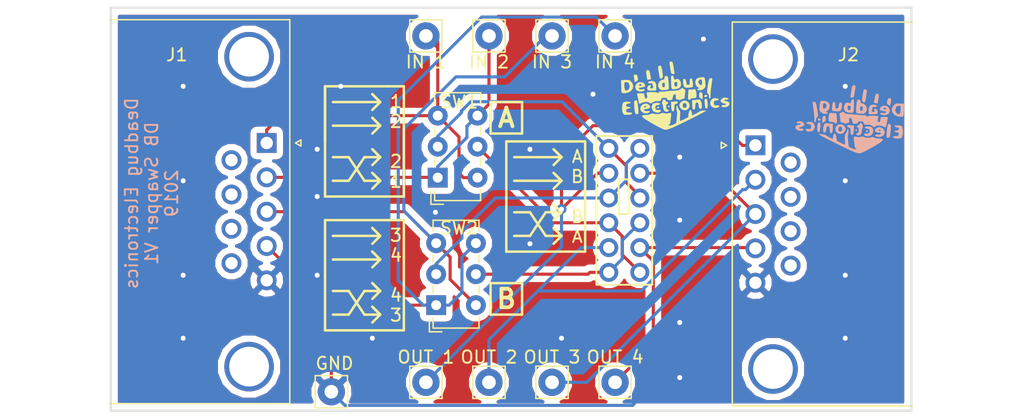
<source format=kicad_pcb>
(kicad_pcb (version 20171130) (host pcbnew "(5.0.1)-rc2")

  (general
    (thickness 1.6)
    (drawings 102)
    (tracks 136)
    (zones 0)
    (modules 16)
    (nets 22)
  )

  (page A4)
  (layers
    (0 F.Cu signal)
    (31 B.Cu signal)
    (32 B.Adhes user)
    (33 F.Adhes user)
    (34 B.Paste user)
    (35 F.Paste user)
    (36 B.SilkS user)
    (37 F.SilkS user)
    (38 B.Mask user)
    (39 F.Mask user)
    (40 Dwgs.User user)
    (41 Cmts.User user)
    (42 Eco1.User user)
    (43 Eco2.User user)
    (44 Edge.Cuts user)
    (45 Margin user)
    (46 B.CrtYd user)
    (47 F.CrtYd user)
    (48 B.Fab user)
    (49 F.Fab user)
  )

  (setup
    (last_trace_width 0.25)
    (trace_clearance 0.2)
    (zone_clearance 0.508)
    (zone_45_only no)
    (trace_min 0.2)
    (segment_width 0.2)
    (edge_width 0.15)
    (via_size 0.8)
    (via_drill 0.4)
    (via_min_size 0.4)
    (via_min_drill 0.3)
    (uvia_size 0.3)
    (uvia_drill 0.1)
    (uvias_allowed no)
    (uvia_min_size 0.2)
    (uvia_min_drill 0.1)
    (pcb_text_width 0.3)
    (pcb_text_size 1.5 1.5)
    (mod_edge_width 0.15)
    (mod_text_size 1 1)
    (mod_text_width 0.15)
    (pad_size 1.524 1.524)
    (pad_drill 0.762)
    (pad_to_mask_clearance 0.051)
    (solder_mask_min_width 0.25)
    (aux_axis_origin 0 0)
    (visible_elements 7FFFFFFF)
    (pcbplotparams
      (layerselection 0x010fc_ffffffff)
      (usegerberextensions false)
      (usegerberattributes false)
      (usegerberadvancedattributes false)
      (creategerberjobfile false)
      (excludeedgelayer true)
      (linewidth 0.100000)
      (plotframeref false)
      (viasonmask false)
      (mode 1)
      (useauxorigin false)
      (hpglpennumber 1)
      (hpglpenspeed 20)
      (hpglpendiameter 15.000000)
      (psnegative false)
      (psa4output false)
      (plotreference true)
      (plotvalue true)
      (plotinvisibletext false)
      (padsonsilk false)
      (subtractmaskfromsilk false)
      (outputformat 1)
      (mirror false)
      (drillshape 0)
      (scaleselection 1)
      (outputdirectory "Gerber/"))
  )

  (net 0 "")
  (net 1 /1)
  (net 2 /2)
  (net 3 /3)
  (net 4 /4)
  (net 5 GND)
  (net 6 "Net-(J1-Pad6)")
  (net 7 "Net-(J1-Pad7)")
  (net 8 "Net-(J1-Pad8)")
  (net 9 "Net-(J1-Pad9)")
  (net 10 "Net-(J2-Pad1)")
  (net 11 "Net-(J2-Pad2)")
  (net 12 "Net-(J2-Pad3)")
  (net 13 "Net-(J2-Pad4)")
  (net 14 "Net-(J2-Pad6)")
  (net 15 "Net-(J2-Pad7)")
  (net 16 "Net-(J2-Pad8)")
  (net 17 "Net-(J2-Pad9)")
  (net 18 /A_int)
  (net 19 /B_int)
  (net 20 /D_int)
  (net 21 /C_int)

  (net_class Default "This is the default net class."
    (clearance 0.2)
    (trace_width 0.25)
    (via_dia 0.8)
    (via_drill 0.4)
    (uvia_dia 0.3)
    (uvia_drill 0.1)
    (add_net /1)
    (add_net /2)
    (add_net /3)
    (add_net /4)
    (add_net /A_int)
    (add_net /B_int)
    (add_net /C_int)
    (add_net /D_int)
    (add_net GND)
    (add_net "Net-(J1-Pad6)")
    (add_net "Net-(J1-Pad7)")
    (add_net "Net-(J1-Pad8)")
    (add_net "Net-(J1-Pad9)")
    (add_net "Net-(J2-Pad1)")
    (add_net "Net-(J2-Pad2)")
    (add_net "Net-(J2-Pad3)")
    (add_net "Net-(J2-Pad4)")
    (add_net "Net-(J2-Pad6)")
    (add_net "Net-(J2-Pad7)")
    (add_net "Net-(J2-Pad8)")
    (add_net "Net-(J2-Pad9)")
  )

  (module Logo:logo (layer F.Cu) (tedit 0) (tstamp 5D4B88C8)
    (at 158.75 71.755)
    (fp_text reference G*** (at 0 0) (layer F.SilkS) hide
      (effects (font (size 1.524 1.524) (thickness 0.3)))
    )
    (fp_text value LOGO (at 0.75 0) (layer F.SilkS) hide
      (effects (font (size 1.524 1.524) (thickness 0.3)))
    )
    (fp_poly (pts (xy 0.447153 0.963289) (xy 0.475966 1.050636) (xy 0.528474 1.183107) (xy 0.592517 1.274594)
      (xy 0.636556 1.332369) (xy 0.661083 1.403989) (xy 0.66914 1.51237) (xy 0.663772 1.68043)
      (xy 0.65845 1.771049) (xy 0.651537 1.951801) (xy 0.654735 2.088404) (xy 0.667227 2.160932)
      (xy 0.674672 2.167536) (xy 0.733775 2.146818) (xy 0.850913 2.095074) (xy 1.001767 2.023095)
      (xy 1.016 2.016075) (xy 1.316182 1.867625) (xy 1.345879 1.625677) (xy 1.373396 1.474068)
      (xy 1.410821 1.354423) (xy 1.432777 1.314807) (xy 1.484457 1.271592) (xy 1.53294 1.303506)
      (xy 1.551702 1.327215) (xy 1.59627 1.430748) (xy 1.614895 1.558636) (xy 1.622533 1.660874)
      (xy 1.639159 1.708315) (xy 1.64099 1.708727) (xy 1.701599 1.687806) (xy 1.814113 1.634783)
      (xy 1.950756 1.564272) (xy 2.083753 1.490885) (xy 2.185327 1.429235) (xy 2.218671 1.404812)
      (xy 2.30167 1.366878) (xy 2.442145 1.333781) (xy 2.565035 1.317351) (xy 2.696863 1.3088)
      (xy 2.770163 1.311072) (xy 2.770909 1.322404) (xy 2.685507 1.369261) (xy 2.57596 1.44045)
      (xy 2.573892 1.441896) (xy 2.490786 1.491302) (xy 2.337881 1.573832) (xy 2.1287 1.682751)
      (xy 1.876765 1.811325) (xy 1.595599 1.952821) (xy 1.298725 2.100505) (xy 0.999665 2.247643)
      (xy 0.711942 2.387501) (xy 0.449079 2.513347) (xy 0.224599 2.618445) (xy 0.078747 2.684378)
      (xy -0.134768 2.769994) (xy -0.327154 2.831796) (xy -0.471577 2.861485) (xy -0.498526 2.86292)
      (xy -0.594732 2.848761) (xy -0.726763 2.803238) (xy -0.906117 2.721273) (xy -1.144289 2.597788)
      (xy -1.33473 2.493606) (xy -1.701252 2.286573) (xy -1.98715 2.115876) (xy -2.195326 1.978432)
      (xy -2.328684 1.871156) (xy -2.390129 1.790962) (xy -2.382564 1.734767) (xy -2.308893 1.699486)
      (xy -2.172018 1.682035) (xy -2.101225 1.679376) (xy -1.874343 1.659606) (xy -1.713958 1.61331)
      (xy -1.685126 1.597185) (xy -1.574519 1.548278) (xy -1.480383 1.568809) (xy -1.344199 1.606493)
      (xy -1.16466 1.613268) (xy -0.984977 1.59044) (xy -0.867329 1.550282) (xy -0.746149 1.509338)
      (xy -0.621753 1.530325) (xy -0.60269 1.537258) (xy -0.451413 1.566565) (xy -0.276933 1.539914)
      (xy -0.156303 1.517401) (xy -0.07786 1.520737) (xy -0.066417 1.52862) (xy -0.0577 1.593103)
      (xy -0.061139 1.716686) (xy -0.069479 1.811124) (xy -0.098043 2.065707) (xy -0.120068 2.241897)
      (xy -0.138638 2.353162) (xy -0.156841 2.41297) (xy -0.177761 2.43479) (xy -0.204485 2.432089)
      (xy -0.211194 2.42964) (xy -0.268161 2.427743) (xy -0.269098 2.468463) (xy -0.216223 2.522737)
      (xy -0.203506 2.530409) (xy -0.110419 2.538122) (xy 0.044656 2.488358) (xy 0.112784 2.458019)
      (xy 0.355489 2.34445) (xy 0.406348 1.876501) (xy 0.427545 1.6363) (xy 0.431936 1.46582)
      (xy 0.419394 1.374371) (xy 0.413331 1.364676) (xy 0.386696 1.298298) (xy 0.372654 1.187315)
      (xy 0.371471 1.065422) (xy 0.383412 0.966316) (xy 0.40874 0.923691) (xy 0.409864 0.923636)
      (xy 0.447153 0.963289)) (layer F.SilkS) (width 0.01))
    (fp_poly (pts (xy -3.532936 0.611767) (xy -3.405418 0.626061) (xy -3.325271 0.653697) (xy -3.313014 0.669636)
      (xy -3.346538 0.706458) (xy -3.443943 0.745343) (xy -3.498273 0.759324) (xy -3.625178 0.796669)
      (xy -3.682843 0.845191) (xy -3.694545 0.90676) (xy -3.680366 0.975556) (xy -3.621227 1.010058)
      (xy -3.509003 1.02489) (xy -3.373958 1.048479) (xy -3.323395 1.085498) (xy -3.359457 1.125868)
      (xy -3.480511 1.158904) (xy -3.617487 1.18813) (xy -3.68062 1.229853) (xy -3.688215 1.302907)
      (xy -3.676121 1.360213) (xy -3.645541 1.434919) (xy -3.584478 1.469088) (xy -3.463655 1.477772)
      (xy -3.447362 1.477818) (xy -3.289127 1.487314) (xy -3.215329 1.518233) (xy -3.219769 1.574224)
      (xy -3.238783 1.600569) (xy -3.323281 1.640447) (xy -3.488549 1.660476) (xy -3.582579 1.662545)
      (xy -3.742415 1.660302) (xy -3.83683 1.645612) (xy -3.892764 1.606531) (xy -3.937157 1.531116)
      (xy -3.952824 1.498415) (xy -3.995309 1.351386) (xy -4.011087 1.167772) (xy -4.002249 0.976351)
      (xy -3.970889 0.805904) (xy -3.9191 0.685208) (xy -3.891563 0.656129) (xy -3.806823 0.626081)
      (xy -3.677009 0.611534) (xy -3.532936 0.611767)) (layer F.SilkS) (width 0.01))
    (fp_poly (pts (xy -2.814974 0.533641) (xy -2.788805 0.60479) (xy -2.761437 0.742238) (xy -2.735499 0.921246)
      (xy -2.713622 1.117074) (xy -2.698438 1.304982) (xy -2.692577 1.460229) (xy -2.69867 1.558076)
      (xy -2.704297 1.574487) (xy -2.774404 1.614564) (xy -2.869295 1.601693) (xy -2.94369 1.543107)
      (xy -2.947986 1.535545) (xy -2.969262 1.455959) (xy -2.991887 1.309027) (xy -3.012399 1.119645)
      (xy -3.02145 1.007453) (xy -3.03471 0.799865) (xy -3.037524 0.665344) (xy -3.02766 0.584958)
      (xy -3.002887 0.539775) (xy -2.963052 0.511969) (xy -2.874559 0.49021) (xy -2.814974 0.533641)) (layer F.SilkS) (width 0.01))
    (fp_poly (pts (xy -1.985557 0.780305) (xy -1.956753 0.793488) (xy -1.812058 0.893241) (xy -1.75465 0.997184)
      (xy -1.781287 1.0912) (xy -1.888724 1.161177) (xy -2.048276 1.191712) (xy -2.197446 1.214265)
      (xy -2.260867 1.255956) (xy -2.262909 1.267144) (xy -2.222231 1.327592) (xy -2.118176 1.361528)
      (xy -1.977715 1.361637) (xy -1.938371 1.355183) (xy -1.832008 1.353772) (xy -1.777729 1.389765)
      (xy -1.793114 1.447575) (xy -1.813145 1.466217) (xy -1.954923 1.527699) (xy -2.136752 1.538238)
      (xy -2.249294 1.517908) (xy -2.412169 1.434148) (xy -2.508791 1.307153) (xy -2.539397 1.157798)
      (xy -2.504224 1.00696) (xy -2.502304 1.004454) (xy -2.251363 1.004454) (xy -2.22863 1.049363)
      (xy -2.147454 1.062182) (xy -2.05754 1.044508) (xy -2.043545 1.004454) (xy -2.099825 0.955491)
      (xy -2.147454 0.946727) (xy -2.228349 0.973971) (xy -2.251363 1.004454) (xy -2.502304 1.004454)
      (xy -2.403509 0.875513) (xy -2.240986 0.785476) (xy -2.101706 0.756117) (xy -1.985557 0.780305)) (layer F.SilkS) (width 0.01))
    (fp_poly (pts (xy -1.124765 0.701195) (xy -0.99069 0.730655) (xy -0.94142 0.779472) (xy -0.976358 0.831835)
      (xy -1.094901 0.871934) (xy -1.131454 0.877454) (xy -1.252755 0.901092) (xy -1.30997 0.945751)
      (xy -1.331064 1.030338) (xy -1.318204 1.178934) (xy -1.241135 1.262142) (xy -1.104024 1.275944)
      (xy -1.08029 1.272112) (xy -0.954705 1.268859) (xy -0.893219 1.310073) (xy -0.907168 1.385625)
      (xy -0.925315 1.410568) (xy -1.025737 1.467472) (xy -1.172158 1.48056) (xy -1.330798 1.452564)
      (xy -1.467879 1.386217) (xy -1.494165 1.364569) (xy -1.573039 1.251712) (xy -1.61649 1.111845)
      (xy -1.617701 0.9808) (xy -1.581727 0.904394) (xy -1.54804 0.829338) (xy -1.547091 0.815879)
      (xy -1.515734 0.762156) (xy -1.500909 0.758011) (xy -1.421185 0.737068) (xy -1.378765 0.720298)
      (xy -1.284109 0.701703) (xy -1.149386 0.699535) (xy -1.124765 0.701195)) (layer F.SilkS) (width 0.01))
    (fp_poly (pts (xy -0.527355 0.489837) (xy -0.521381 0.508) (xy -0.477404 0.583014) (xy -0.438996 0.600363)
      (xy -0.363474 0.632741) (xy -0.321333 0.671974) (xy -0.289762 0.730227) (xy -0.336004 0.762366)
      (xy -0.36186 0.769723) (xy -0.431324 0.808525) (xy -0.458643 0.894234) (xy -0.461111 0.963659)
      (xy -0.447468 1.117611) (xy -0.398394 1.209055) (xy -0.300182 1.265121) (xy -0.235867 1.294787)
      (xy -0.247838 1.327377) (xy -0.297463 1.365662) (xy -0.37759 1.417175) (xy -0.442298 1.420574)
      (xy -0.508 1.399587) (xy -0.624981 1.311525) (xy -0.685439 1.156673) (xy -0.692727 1.062182)
      (xy -0.710138 0.924022) (xy -0.752468 0.813756) (xy -0.756607 0.807747) (xy -0.794877 0.702841)
      (xy -0.783069 0.648829) (xy -0.735425 0.5392) (xy -0.720639 0.496454) (xy -0.664824 0.427169)
      (xy -0.587505 0.425711) (xy -0.527355 0.489837)) (layer F.SilkS) (width 0.01))
    (fp_poly (pts (xy 0.466796 0.627916) (xy 0.475427 0.694732) (xy 0.450842 0.727812) (xy 0.356664 0.776752)
      (xy 0.300182 0.792885) (xy 0.243922 0.818454) (xy 0.216211 0.883169) (xy 0.207945 1.011419)
      (xy 0.207818 1.040309) (xy 0.193536 1.23932) (xy 0.151294 1.354891) (xy 0.095293 1.385454)
      (xy 0.036142 1.354023) (xy 0.01061 1.327727) (xy -0.015159 1.254815) (xy -0.03787 1.118815)
      (xy -0.052656 0.948986) (xy -0.052772 0.946727) (xy -0.069273 0.623454) (xy 0.092364 0.616881)
      (xy 0.224283 0.603965) (xy 0.323659 0.581617) (xy 0.327419 0.580143) (xy 0.409035 0.57964)
      (xy 0.466796 0.627916)) (layer F.SilkS) (width 0.01))
    (fp_poly (pts (xy 1.14691 0.53843) (xy 1.29692 0.623042) (xy 1.399297 0.759574) (xy 1.431637 0.90675)
      (xy 1.393087 1.079256) (xy 1.291869 1.206624) (xy 1.149631 1.281425) (xy 0.988019 1.296229)
      (xy 0.828681 1.243607) (xy 0.719924 1.151002) (xy 0.642023 1.031859) (xy 0.601846 0.918507)
      (xy 0.600364 0.899577) (xy 0.610131 0.866374) (xy 0.865623 0.866374) (xy 0.881282 1.002487)
      (xy 0.883121 1.007555) (xy 0.937672 1.086728) (xy 1.036215 1.101348) (xy 1.050295 1.099918)
      (xy 1.14849 1.067734) (xy 1.188699 0.982477) (xy 1.192519 0.95548) (xy 1.178401 0.814884)
      (xy 1.109506 0.723901) (xy 1.001977 0.702044) (xy 0.909642 0.756489) (xy 0.865623 0.866374)
      (xy 0.610131 0.866374) (xy 0.641984 0.758096) (xy 0.749929 0.631113) (xy 0.898823 0.544183)
      (xy 0.972373 0.524948) (xy 1.14691 0.53843)) (layer F.SilkS) (width 0.01))
    (fp_poly (pts (xy 2.312716 0.51001) (xy 2.377755 0.663624) (xy 2.404147 0.813743) (xy 2.416967 0.993201)
      (xy 2.402357 1.103704) (xy 2.374921 1.150578) (xy 2.298947 1.187547) (xy 2.230928 1.146912)
      (xy 2.184024 1.043284) (xy 2.170546 0.923636) (xy 2.14628 0.774383) (xy 2.082204 0.679272)
      (xy 1.991403 0.655007) (xy 1.965691 0.662109) (xy 1.918701 0.723783) (xy 1.89072 0.868644)
      (xy 1.884284 0.955463) (xy 1.869989 1.114269) (xy 1.843553 1.201121) (xy 1.798181 1.236277)
      (xy 1.789406 1.238328) (xy 1.707761 1.217778) (xy 1.681184 1.182687) (xy 1.666221 1.102003)
      (xy 1.653716 0.96042) (xy 1.646688 0.798274) (xy 1.639455 0.484909) (xy 1.801091 0.480256)
      (xy 1.949622 0.467497) (xy 2.078182 0.44356) (xy 2.213997 0.437948) (xy 2.312716 0.51001)) (layer F.SilkS) (width 0.01))
    (fp_poly (pts (xy -1.028603 1.038471) (xy -1.028475 1.087266) (xy -1.08905 1.126513) (xy -1.171032 1.15144)
      (xy -1.198326 1.1275) (xy -1.200727 1.085273) (xy -1.162226 1.028857) (xy -1.108363 1.016)
      (xy -1.028603 1.038471)) (layer F.SilkS) (width 0.01))
    (fp_poly (pts (xy 2.833372 0.433045) (xy 2.865302 0.559003) (xy 2.879257 0.766107) (xy 2.879812 0.790978)
      (xy 2.879888 0.969992) (xy 2.868977 1.076055) (xy 2.843291 1.128298) (xy 2.809851 1.144141)
      (xy 2.731429 1.138316) (xy 2.709786 1.12155) (xy 2.693954 1.059579) (xy 2.674328 0.932098)
      (xy 2.654938 0.765632) (xy 2.653411 0.750348) (xy 2.638895 0.574581) (xy 2.640052 0.469345)
      (xy 2.6595 0.413734) (xy 2.698853 0.387223) (xy 2.779284 0.378896) (xy 2.833372 0.433045)) (layer F.SilkS) (width 0.01))
    (fp_poly (pts (xy 3.544869 0.332305) (xy 3.695803 0.357908) (xy 3.766882 0.401815) (xy 3.755624 0.451281)
      (xy 3.659547 0.49356) (xy 3.579091 0.508) (xy 3.459439 0.530114) (xy 3.403274 0.573481)
      (xy 3.381837 0.664006) (xy 3.379392 0.687884) (xy 3.389339 0.826484) (xy 3.457531 0.897175)
      (xy 3.591473 0.90623) (xy 3.633217 0.900107) (xy 3.754684 0.89921) (xy 3.817115 0.937901)
      (xy 3.807707 1.001675) (xy 3.762047 1.046097) (xy 3.613663 1.103943) (xy 3.437804 1.102636)
      (xy 3.27467 1.04588) (xy 3.207537 0.995008) (xy 3.111702 0.840421) (xy 3.095058 0.665809)
      (xy 3.157481 0.498481) (xy 3.210051 0.434114) (xy 3.301745 0.360699) (xy 3.405023 0.331276)
      (xy 3.544869 0.332305)) (layer F.SilkS) (width 0.01))
    (fp_poly (pts (xy -0.198659 0.979572) (xy -0.184727 1.018725) (xy -0.213785 1.059383) (xy -0.272212 1.04493)
      (xy -0.302081 1.012927) (xy -0.314552 0.950734) (xy -0.307879 0.93903) (xy -0.253864 0.935548)
      (xy -0.198659 0.979572)) (layer F.SilkS) (width 0.01))
    (fp_poly (pts (xy 4.347178 0.285714) (xy 4.483212 0.311689) (xy 4.550723 0.354982) (xy 4.545126 0.399959)
      (xy 4.461835 0.430983) (xy 4.391351 0.436353) (xy 4.279845 0.45319) (xy 4.216764 0.491158)
      (xy 4.21432 0.496454) (xy 4.236766 0.541424) (xy 4.317188 0.554182) (xy 4.488117 0.583704)
      (xy 4.598384 0.659336) (xy 4.643305 0.761674) (xy 4.618194 0.871314) (xy 4.518364 0.968852)
      (xy 4.427538 1.011142) (xy 4.25732 1.055216) (xy 4.129069 1.046343) (xy 4.051483 1.011757)
      (xy 3.992555 0.954804) (xy 4.01779 0.90929) (xy 4.119096 0.882106) (xy 4.20912 0.877454)
      (xy 4.334688 0.860124) (xy 4.37867 0.820269) (xy 4.339265 0.776089) (xy 4.222075 0.746591)
      (xy 4.087391 0.706434) (xy 3.978779 0.632007) (xy 3.926553 0.545241) (xy 3.925455 0.531983)
      (xy 3.956481 0.465295) (xy 4.031534 0.378296) (xy 4.035451 0.374582) (xy 4.137195 0.304926)
      (xy 4.263204 0.282815) (xy 4.347178 0.285714)) (layer F.SilkS) (width 0.01))
    (fp_poly (pts (xy 0.911961 -0.449286) (xy 0.915244 -0.446323) (xy 1.002892 -0.386524) (xy 1.057942 -0.369455)
      (xy 1.093506 -0.339729) (xy 1.0867 -0.241845) (xy 1.081903 -0.219364) (xy 1.05394 -0.060357)
      (xy 1.036871 0.092363) (xy 1.027892 0.218407) (xy 1.021178 0.307357) (xy 1.020819 0.311727)
      (xy 0.97829 0.360955) (xy 0.935182 0.369739) (xy 0.836587 0.390716) (xy 0.728146 0.435867)
      (xy 0.628762 0.471164) (xy 0.575329 0.458673) (xy 0.513512 0.425783) (xy 0.432464 0.415636)
      (xy 0.352825 0.403651) (xy 0.324357 0.349125) (xy 0.324414 0.265545) (xy 0.329108 0.113483)
      (xy 0.316483 0.033474) (xy 0.278456 0.005673) (xy 0.219651 0.008333) (xy 0.150475 0.036534)
      (xy 0.106562 0.112276) (xy 0.076948 0.237865) (xy 0.04375 0.374503) (xy -0.002221 0.444824)
      (xy -0.077937 0.474777) (xy -0.078026 0.474794) (xy -0.220467 0.482795) (xy -0.326282 0.453591)
      (xy -0.369401 0.39458) (xy -0.369454 0.3921) (xy -0.411998 0.323561) (xy -0.531541 0.284384)
      (xy -0.641086 0.277091) (xy -0.783935 0.309394) (xy -0.864507 0.399004) (xy -0.877454 0.471054)
      (xy -0.890711 0.518122) (xy -0.944163 0.543418) (xy -1.058332 0.553176) (xy -1.151002 0.554182)
      (xy -1.326348 0.562349) (xy -1.44645 0.593546) (xy -1.547512 0.657812) (xy -1.559035 0.667344)
      (xy -1.651626 0.737493) (xy -1.709431 0.749632) (xy -1.763755 0.710271) (xy -1.764043 0.709983)
      (xy -1.90796 0.629012) (xy -2.103044 0.613337) (xy -2.336158 0.661951) (xy -2.593808 0.773652)
      (xy -2.629569 0.750865) (xy -2.648355 0.706815) (xy -2.669586 0.617688) (xy -2.699889 0.473242)
      (xy -2.724727 0.346363) (xy -2.756135 0.186159) (xy -2.783423 0.056311) (xy -2.797383 -0.002378)
      (xy -2.794144 -0.041708) (xy -2.744472 -0.062224) (xy -2.630668 -0.068166) (xy -2.529124 -0.066626)
      (xy -2.240752 -0.059223) (xy -2.201042 0.14357) (xy -2.17191 0.283589) (xy -2.146103 0.350053)
      (xy -2.108817 0.359973) (xy -2.045244 0.330361) (xy -2.040622 0.327887) (xy -1.982914 0.282299)
      (xy -1.970093 0.211825) (xy -1.989383 0.104782) (xy -2.01594 -0.019577) (xy -2.030232 -0.105792)
      (xy -2.030939 -0.115455) (xy -1.987903 -0.137652) (xy -1.867445 -0.153431) (xy -1.684381 -0.161143)
      (xy -1.616492 -0.161637) (xy -1.433455 -0.158074) (xy -1.291532 -0.148533) (xy -1.211334 -0.134729)
      (xy -1.200815 -0.127) (xy -1.168973 -0.093092) (xy -1.102208 -0.100904) (xy -1.043224 -0.142108)
      (xy -1.033464 -0.159647) (xy -0.969278 -0.207417) (xy -0.884823 -0.203642) (xy -0.774731 -0.198422)
      (xy -0.612291 -0.208316) (xy -0.461818 -0.227013) (xy -0.259949 -0.252221) (xy -0.017708 -0.273692)
      (xy 0.212918 -0.286826) (xy 0.215739 -0.286926) (xy 0.41277 -0.297445) (xy 0.543038 -0.316506)
      (xy 0.632117 -0.350542) (xy 0.705583 -0.405985) (xy 0.71171 -0.411687) (xy 0.795352 -0.482676)
      (xy 0.850298 -0.4932) (xy 0.911961 -0.449286)) (layer F.SilkS) (width 0.01))
    (fp_poly (pts (xy 1.908783 -0.336991) (xy 1.933775 -0.274053) (xy 1.97474 -0.093794) (xy 1.984024 0.094625)
      (xy 1.959535 0.245518) (xy 1.957786 0.250223) (xy 1.900053 0.301844) (xy 1.770459 0.322464)
      (xy 1.725428 0.323273) (xy 1.570982 0.338419) (xy 1.497972 0.385064) (xy 1.494519 0.392545)
      (xy 1.452001 0.454166) (xy 1.382945 0.442258) (xy 1.345521 0.420475) (xy 1.314473 0.378996)
      (xy 1.3013 0.293888) (xy 1.304722 0.147333) (xy 1.315691 0.005546) (xy 1.348886 -0.369455)
      (xy 1.517261 -0.370085) (xy 1.660016 -0.377766) (xy 1.777934 -0.395556) (xy 1.783684 -0.39703)
      (xy 1.858108 -0.397917) (xy 1.908783 -0.336991)) (layer F.SilkS) (width 0.01))
    (fp_poly (pts (xy 2.363778 -0.144437) (xy 2.42446 -0.109946) (xy 2.456788 -0.047069) (xy 2.470062 0.069809)
      (xy 2.472433 0.154911) (xy 2.474255 0.295717) (xy 2.474565 0.389593) (xy 2.473704 0.4137)
      (xy 2.436244 0.392211) (xy 2.348265 0.342041) (xy 2.332182 0.332882) (xy 2.236881 0.262686)
      (xy 2.204902 0.175951) (xy 2.206962 0.092363) (xy 2.224683 -0.062477) (xy 2.25243 -0.141434)
      (xy 2.301114 -0.160983) (xy 2.363778 -0.144437)) (layer F.SilkS) (width 0.01))
    (fp_poly (pts (xy 3.234845 -1.274576) (xy 3.24839 -1.258455) (xy 3.249621 -1.20208) (xy 3.237752 -1.073129)
      (xy 3.214878 -0.890131) (xy 3.183094 -0.671614) (xy 3.179198 -0.646546) (xy 3.145937 -0.406345)
      (xy 3.122405 -0.180857) (xy 3.110796 0.004383) (xy 3.113145 0.122628) (xy 3.119892 0.257867)
      (xy 3.092997 0.326311) (xy 3.069608 0.340542) (xy 3.024326 0.336719) (xy 3.004528 0.267858)
      (xy 3.001818 0.188911) (xy 2.979689 0.036899) (xy 2.910217 -0.052095) (xy 2.87014 -0.084164)
      (xy 2.847016 -0.12512) (xy 2.840123 -0.19334) (xy 2.848739 -0.3072) (xy 2.872141 -0.485078)
      (xy 2.88867 -0.600364) (xy 2.921988 -0.81272) (xy 2.956122 -0.999698) (xy 2.986319 -1.136685)
      (xy 3.002372 -1.189182) (xy 3.066784 -1.262773) (xy 3.157494 -1.29496) (xy 3.234845 -1.274576)) (layer F.SilkS) (width 0.01))
    (fp_poly (pts (xy 2.797252 0.06413) (xy 2.851074 0.116139) (xy 2.85195 0.150115) (xy 2.796494 0.202245)
      (xy 2.705292 0.224043) (xy 2.627505 0.206728) (xy 2.614139 0.192601) (xy 2.618902 0.131858)
      (xy 2.680175 0.078823) (xy 2.763573 0.057618) (xy 2.797252 0.06413)) (layer F.SilkS) (width 0.01))
    (fp_poly (pts (xy -3.470529 -1.13994) (xy -3.392246 -1.108793) (xy -3.318619 -1.048163) (xy -3.290191 -1.020177)
      (xy -3.158805 -0.835308) (xy -3.116149 -0.640049) (xy -3.162354 -0.446311) (xy -3.28195 -0.281155)
      (xy -3.399739 -0.198263) (xy -3.554236 -0.13484) (xy -3.720772 -0.095123) (xy -3.874681 -0.08335)
      (xy -3.991293 -0.10376) (xy -4.042988 -0.150401) (xy -4.053504 -0.219193) (xy -4.063782 -0.357369)
      (xy -4.072354 -0.541957) (xy -4.076175 -0.669946) (xy -4.078488 -0.767773) (xy -3.833091 -0.767773)
      (xy -3.821701 -0.523635) (xy -3.785576 -0.365226) (xy -3.721788 -0.288525) (xy -3.627405 -0.289507)
      (xy -3.525371 -0.345286) (xy -3.422598 -0.469087) (xy -3.395025 -0.63478) (xy -3.437407 -0.807793)
      (xy -3.494576 -0.916377) (xy -3.566552 -0.961611) (xy -3.669098 -0.969818) (xy -3.770864 -0.965252)
      (xy -3.818354 -0.934558) (xy -3.83226 -0.852243) (xy -3.833091 -0.767773) (xy -4.078488 -0.767773)
      (xy -4.087091 -1.131455) (xy -3.757738 -1.144913) (xy -3.582638 -1.149387) (xy -3.470529 -1.13994)) (layer F.SilkS) (width 0.01))
    (fp_poly (pts (xy -2.338695 -0.940791) (xy -2.217185 -0.847252) (xy -2.156194 -0.728068) (xy -2.166493 -0.643489)
      (xy -2.263323 -0.582839) (xy -2.443557 -0.547851) (xy -2.487814 -0.544189) (xy -2.609358 -0.523903)
      (xy -2.674159 -0.488839) (xy -2.678478 -0.476476) (xy -2.638055 -0.417094) (xy -2.535442 -0.383982)
      (xy -2.398877 -0.384616) (xy -2.358631 -0.391808) (xy -2.249485 -0.397245) (xy -2.193008 -0.365496)
      (xy -2.206148 -0.310017) (xy -2.228781 -0.288692) (xy -2.369743 -0.227401) (xy -2.549993 -0.216213)
      (xy -2.661192 -0.236032) (xy -2.812519 -0.30343) (xy -2.899734 -0.415154) (xy -2.936363 -0.538632)
      (xy -2.938541 -0.655534) (xy -2.911666 -0.710186) (xy -2.665871 -0.710186) (xy -2.663326 -0.705465)
      (xy -2.600794 -0.671044) (xy -2.511567 -0.674289) (xy -2.440232 -0.708357) (xy -2.424545 -0.742104)
      (xy -2.462295 -0.806377) (xy -2.493818 -0.819037) (xy -2.583808 -0.809885) (xy -2.652351 -0.766103)
      (xy -2.665871 -0.710186) (xy -2.911666 -0.710186) (xy -2.883205 -0.768063) (xy -2.840168 -0.822867)
      (xy -2.738778 -0.921936) (xy -2.630141 -0.96332) (xy -2.519961 -0.969818) (xy -2.338695 -0.940791)) (layer F.SilkS) (width 0.01))
    (fp_poly (pts (xy -1.431106 -1.025102) (xy -1.317985 -0.914963) (xy -1.261421 -0.733415) (xy -1.256413 -0.558139)
      (xy -1.27 -0.302652) (xy -1.572779 -0.29016) (xy -1.765722 -0.291552) (xy -1.893303 -0.312612)
      (xy -1.930688 -0.332798) (xy -1.981865 -0.441907) (xy -1.963667 -0.570236) (xy -1.895174 -0.66808)
      (xy -1.814855 -0.713629) (xy -1.734958 -0.72379) (xy -1.682462 -0.703048) (xy -1.684351 -0.65589)
      (xy -1.701005 -0.635795) (xy -1.753047 -0.546361) (xy -1.722978 -0.482062) (xy -1.638005 -0.461818)
      (xy -1.530963 -0.493068) (xy -1.487245 -0.569666) (xy -1.520962 -0.665889) (xy -1.524 -0.669637)
      (xy -1.559272 -0.760225) (xy -1.553707 -0.807594) (xy -1.555436 -0.853722) (xy -1.61949 -0.874178)
      (xy -1.707451 -0.877455) (xy -1.829511 -0.887715) (xy -1.906941 -0.913177) (xy -1.915113 -0.921319)
      (xy -1.905273 -0.974534) (xy -1.826441 -1.02241) (xy -1.701853 -1.054573) (xy -1.599661 -1.062182)
      (xy -1.431106 -1.025102)) (layer F.SilkS) (width 0.01))
    (fp_poly (pts (xy -0.4037 -1.464386) (xy -0.350188 -1.418206) (xy -0.311447 -1.318206) (xy -0.28297 -1.152063)
      (xy -0.260251 -0.907449) (xy -0.257551 -0.870164) (xy -0.245251 -0.639969) (xy -0.247516 -0.489985)
      (xy -0.264875 -0.409129) (xy -0.280435 -0.390479) (xy -0.353727 -0.369294) (xy -0.4866 -0.349498)
      (xy -0.606851 -0.338612) (xy -0.767715 -0.332807) (xy -0.869989 -0.347794) (xy -0.946591 -0.391795)
      (xy -0.993578 -0.435198) (xy -1.090576 -0.590769) (xy -1.10469 -0.767932) (xy -1.104017 -0.769697)
      (xy -0.785091 -0.769697) (xy -0.773707 -0.635756) (xy -0.729887 -0.571043) (xy -0.639122 -0.554182)
      (xy -0.638848 -0.554182) (xy -0.582827 -0.572817) (xy -0.558254 -0.643884) (xy -0.554182 -0.738909)
      (xy -0.560483 -0.857926) (xy -0.590207 -0.910825) (xy -0.659582 -0.923571) (xy -0.669636 -0.923637)
      (xy -0.749098 -0.91073) (xy -0.780565 -0.85366) (xy -0.785091 -0.769697) (xy -1.104017 -0.769697)
      (xy -1.036074 -0.947841) (xy -1.003105 -0.992909) (xy -0.461818 -0.992909) (xy -0.438727 -0.969818)
      (xy -0.415636 -0.992909) (xy -0.438727 -1.016) (xy -0.461818 -0.992909) (xy -1.003105 -0.992909)
      (xy -0.988804 -1.012457) (xy -0.856455 -1.125381) (xy -0.73773 -1.154546) (xy -0.645122 -1.167238)
      (xy -0.604242 -1.224193) (xy -0.591744 -1.304637) (xy -0.563536 -1.417612) (xy -0.497161 -1.465096)
      (xy -0.476488 -1.469075) (xy -0.4037 -1.464386)) (layer F.SilkS) (width 0.01))
    (fp_poly (pts (xy 2.542112 -1.361398) (xy 2.622727 -1.324969) (xy 2.623258 -1.324304) (xy 2.648107 -1.253861)
      (xy 2.673575 -1.119179) (xy 2.694482 -0.948202) (xy 2.695941 -0.932227) (xy 2.70957 -0.756579)
      (xy 2.707804 -0.645011) (xy 2.684435 -0.569696) (xy 2.633254 -0.502809) (xy 2.590332 -0.458863)
      (xy 2.46115 -0.359554) (xy 2.317644 -0.324486) (xy 2.274159 -0.323273) (xy 2.151311 -0.330205)
      (xy 2.0725 -0.347401) (xy 2.064044 -0.352805) (xy 2.051589 -0.408123) (xy 2.109948 -0.451169)
      (xy 2.184817 -0.463626) (xy 2.240733 -0.469917) (xy 2.220432 -0.491739) (xy 2.146335 -0.526286)
      (xy 2.139986 -0.531091) (xy 2.309091 -0.531091) (xy 2.332182 -0.508) (xy 2.355273 -0.531091)
      (xy 2.332182 -0.554182) (xy 2.309091 -0.531091) (xy 2.139986 -0.531091) (xy 2.010056 -0.629411)
      (xy 1.923363 -0.78155) (xy 1.891954 -0.954899) (xy 1.893353 -0.962791) (xy 2.124364 -0.962791)
      (xy 2.156298 -0.873335) (xy 2.224543 -0.787722) (xy 2.324485 -0.727793) (xy 2.397039 -0.751854)
      (xy 2.435879 -0.853965) (xy 2.438377 -0.988518) (xy 2.416926 -1.119438) (xy 2.370388 -1.181624)
      (xy 2.335234 -1.193805) (xy 2.237888 -1.17124) (xy 2.158679 -1.08609) (xy 2.12442 -0.967726)
      (xy 2.124364 -0.962791) (xy 1.893353 -0.962791) (xy 1.921523 -1.121658) (xy 2.000342 -1.238861)
      (xy 2.105738 -1.301099) (xy 2.252146 -1.345146) (xy 2.408095 -1.366684) (xy 2.542112 -1.361398)) (layer F.SilkS) (width 0.01))
    (fp_poly (pts (xy 0.091747 -1.472637) (xy 0.140009 -1.375936) (xy 0.153636 -1.324812) (xy 0.190056 -1.210935)
      (xy 0.233847 -1.172744) (xy 0.270823 -1.17996) (xy 0.411702 -1.226984) (xy 0.509691 -1.221117)
      (xy 0.600415 -1.158114) (xy 0.620849 -1.138259) (xy 0.713488 -0.986363) (xy 0.740632 -0.804071)
      (xy 0.700304 -0.627295) (xy 0.653189 -0.550918) (xy 0.559069 -0.484081) (xy 0.416502 -0.433883)
      (xy 0.256598 -0.405259) (xy 0.110466 -0.403145) (xy 0.009216 -0.432477) (xy -0.006281 -0.446295)
      (xy -0.027009 -0.514684) (xy -0.044796 -0.653511) (xy -0.057437 -0.840851) (xy -0.057922 -0.8572)
      (xy 0.185962 -0.8572) (xy 0.204608 -0.712166) (xy 0.256741 -0.618503) (xy 0.344886 -0.609876)
      (xy 0.407517 -0.64055) (xy 0.44857 -0.71519) (xy 0.453699 -0.836116) (xy 0.432385 -0.944337)
      (xy 0.382235 -0.987282) (xy 0.323905 -0.992909) (xy 0.223659 -0.958918) (xy 0.185962 -0.8572)
      (xy -0.057922 -0.8572) (xy -0.06226 -1.003103) (xy -0.064255 -1.222798) (xy -0.061023 -1.366274)
      (xy -0.049856 -1.449642) (xy -0.028049 -1.489012) (xy 0.007104 -1.500494) (xy 0.021359 -1.500909)
      (xy 0.091747 -1.472637)) (layer F.SilkS) (width 0.01))
    (fp_poly (pts (xy 1.598099 -1.257783) (xy 1.63255 -1.208265) (xy 1.658577 -1.102151) (xy 1.679917 -0.954863)
      (xy 1.698187 -0.748563) (xy 1.688831 -0.625387) (xy 1.670873 -0.590219) (xy 1.60059 -0.561421)
      (xy 1.469725 -0.537934) (xy 1.346286 -0.527279) (xy 1.173664 -0.526082) (xy 1.067229 -0.546468)
      (xy 1.003516 -0.591741) (xy 0.956175 -0.684982) (xy 0.922512 -0.822416) (xy 0.904951 -0.97487)
      (xy 0.905914 -1.113168) (xy 0.927823 -1.208137) (xy 0.950381 -1.231611) (xy 1.045439 -1.227424)
      (xy 1.118369 -1.143905) (xy 1.159819 -0.993197) (xy 1.163611 -0.954676) (xy 1.179801 -0.830598)
      (xy 1.216606 -0.771194) (xy 1.29255 -0.748799) (xy 1.302247 -0.747618) (xy 1.372276 -0.744493)
      (xy 1.411014 -0.769666) (xy 1.429832 -0.843979) (xy 1.440096 -0.988275) (xy 1.440793 -1.001618)
      (xy 1.452772 -1.154059) (xy 1.474039 -1.2353) (xy 1.512972 -1.266498) (xy 1.547091 -1.27)
      (xy 1.598099 -1.257783)) (layer F.SilkS) (width 0.01))
    (fp_poly (pts (xy -2.888597 -1.56576) (xy -2.810429 -1.542508) (xy -2.798413 -1.531141) (xy -2.776361 -1.463913)
      (xy -2.751057 -1.344362) (xy -2.744229 -1.304146) (xy -2.730982 -1.180791) (xy -2.753251 -1.111075)
      (xy -2.826185 -1.058548) (xy -2.851939 -1.044952) (xy -2.989704 -0.973711) (xy -3.034047 -1.249055)
      (xy -3.05403 -1.398343) (xy -3.061026 -1.507241) (xy -3.055498 -1.54729) (xy -2.987875 -1.568459)
      (xy -2.888597 -1.56576)) (layer F.SilkS) (width 0.01))
    (fp_poly (pts (xy -1.864941 -1.930879) (xy -1.825371 -1.892354) (xy -1.792362 -1.805684) (xy -1.756788 -1.652493)
      (xy -1.742434 -1.581727) (xy -1.709905 -1.413859) (xy -1.687129 -1.286846) (xy -1.677983 -1.222622)
      (xy -1.678326 -1.218907) (xy -1.723522 -1.207887) (xy -1.823049 -1.187898) (xy -1.829601 -1.18665)
      (xy -1.973567 -1.159305) (xy -2.031582 -1.498464) (xy -2.061387 -1.703558) (xy -2.063659 -1.8347)
      (xy -2.034528 -1.907222) (xy -1.970124 -1.936454) (xy -1.920201 -1.939637) (xy -1.864941 -1.930879)) (layer F.SilkS) (width 0.01))
    (fp_poly (pts (xy -0.88552 -2.286768) (xy -0.853919 -2.217333) (xy -0.818674 -2.082802) (xy -0.784278 -1.910085)
      (xy -0.755226 -1.72609) (xy -0.736013 -1.557725) (xy -0.731133 -1.431901) (xy -0.735967 -1.391388)
      (xy -0.796839 -1.288302) (xy -0.863836 -1.255922) (xy -0.917987 -1.258996) (xy -0.954901 -1.300384)
      (xy -0.984632 -1.399131) (xy -1.010139 -1.533013) (xy -1.05633 -1.802971) (xy -1.086008 -1.995981)
      (xy -1.09932 -2.125943) (xy -1.096415 -2.206757) (xy -1.07744 -2.252324) (xy -1.042542 -2.276545)
      (xy -1.018126 -2.285325) (xy -0.926403 -2.298835) (xy -0.88552 -2.286768)) (layer F.SilkS) (width 0.01))
    (fp_poly (pts (xy -0.058897 -2.623886) (xy 0.006077 -2.610248) (xy 0.04882 -2.574487) (xy 0.07943 -2.496644)
      (xy 0.108007 -2.356765) (xy 0.123773 -2.262909) (xy 0.155423 -2.072027) (xy 0.18483 -1.898051)
      (xy 0.205871 -1.777176) (xy 0.206618 -1.773039) (xy 0.21712 -1.674203) (xy 0.183274 -1.637398)
      (xy 0.094462 -1.634494) (xy -0.011974 -1.656751) (xy -0.060718 -1.728379) (xy -0.067143 -1.754909)
      (xy -0.094525 -1.903618) (xy -0.124189 -2.085835) (xy -0.151834 -2.272225) (xy -0.17316 -2.433455)
      (xy -0.183866 -2.540191) (xy -0.184378 -2.554613) (xy -0.16207 -2.614886) (xy -0.079829 -2.62596)
      (xy -0.058897 -2.623886)) (layer F.SilkS) (width 0.01))
  )

  (module Connector_Dsub:DSUB-9_Female_Horizontal_P2.77x2.84mm_EdgePinOffset9.90mm_Housed_MountingHolesOffset11.32mm (layer F.Cu) (tedit 59FEDEE2) (tstamp 5D4A858D)
    (at 165.481 75.8825 90)
    (descr "9-pin D-Sub connector, horizontal/angled (90 deg), THT-mount, female, pitch 2.77x2.84mm, pin-PCB-offset 9.9mm, distance of mounting holes 25mm, distance of mounting holes to PCB edge 11.32mm, see https://disti-assets.s3.amazonaws.com/tonar/files/datasheets/16730.pdf")
    (tags "9-pin D-Sub connector horizontal angled 90deg THT female pitch 2.77x2.84mm pin-PCB-offset 9.9mm mounting-holes-distance 25mm mounting-hole-offset 25mm")
    (path /5D16F809)
    (fp_text reference J2 (at 7.3025 7.493 180) (layer F.SilkS)
      (effects (font (size 1 1) (thickness 0.15)))
    )
    (fp_text value DB9_Female (at -5.54 20.81 90) (layer F.Fab)
      (effects (font (size 1 1) (thickness 0.15)))
    )
    (fp_arc (start -18.04 1.42) (end -19.64 1.42) (angle 180) (layer F.Fab) (width 0.1))
    (fp_arc (start 6.96 1.42) (end 5.36 1.42) (angle 180) (layer F.Fab) (width 0.1))
    (fp_line (start -20.965 -1.8) (end -20.965 12.74) (layer F.Fab) (width 0.1))
    (fp_line (start -20.965 12.74) (end 9.885 12.74) (layer F.Fab) (width 0.1))
    (fp_line (start 9.885 12.74) (end 9.885 -1.8) (layer F.Fab) (width 0.1))
    (fp_line (start 9.885 -1.8) (end -20.965 -1.8) (layer F.Fab) (width 0.1))
    (fp_line (start -20.965 12.74) (end -20.965 13.14) (layer F.Fab) (width 0.1))
    (fp_line (start -20.965 13.14) (end 9.885 13.14) (layer F.Fab) (width 0.1))
    (fp_line (start 9.885 13.14) (end 9.885 12.74) (layer F.Fab) (width 0.1))
    (fp_line (start 9.885 12.74) (end -20.965 12.74) (layer F.Fab) (width 0.1))
    (fp_line (start -13.69 13.14) (end -13.69 19.31) (layer F.Fab) (width 0.1))
    (fp_line (start -13.69 19.31) (end 2.61 19.31) (layer F.Fab) (width 0.1))
    (fp_line (start 2.61 19.31) (end 2.61 13.14) (layer F.Fab) (width 0.1))
    (fp_line (start 2.61 13.14) (end -13.69 13.14) (layer F.Fab) (width 0.1))
    (fp_line (start -20.54 13.14) (end -20.54 18.14) (layer F.Fab) (width 0.1))
    (fp_line (start -20.54 18.14) (end -15.54 18.14) (layer F.Fab) (width 0.1))
    (fp_line (start -15.54 18.14) (end -15.54 13.14) (layer F.Fab) (width 0.1))
    (fp_line (start -15.54 13.14) (end -20.54 13.14) (layer F.Fab) (width 0.1))
    (fp_line (start 4.46 13.14) (end 4.46 18.14) (layer F.Fab) (width 0.1))
    (fp_line (start 4.46 18.14) (end 9.46 18.14) (layer F.Fab) (width 0.1))
    (fp_line (start 9.46 18.14) (end 9.46 13.14) (layer F.Fab) (width 0.1))
    (fp_line (start 9.46 13.14) (end 4.46 13.14) (layer F.Fab) (width 0.1))
    (fp_line (start -19.64 12.74) (end -19.64 1.42) (layer F.Fab) (width 0.1))
    (fp_line (start -16.44 12.74) (end -16.44 1.42) (layer F.Fab) (width 0.1))
    (fp_line (start 5.36 12.74) (end 5.36 1.42) (layer F.Fab) (width 0.1))
    (fp_line (start 8.56 12.74) (end 8.56 1.42) (layer F.Fab) (width 0.1))
    (fp_line (start -21.025 12.68) (end -21.025 -1.86) (layer F.SilkS) (width 0.12))
    (fp_line (start -21.025 -1.86) (end 9.945 -1.86) (layer F.SilkS) (width 0.12))
    (fp_line (start 9.945 -1.86) (end 9.945 12.68) (layer F.SilkS) (width 0.12))
    (fp_line (start -0.25 -2.754338) (end 0.25 -2.754338) (layer F.SilkS) (width 0.12))
    (fp_line (start 0.25 -2.754338) (end 0 -2.321325) (layer F.SilkS) (width 0.12))
    (fp_line (start 0 -2.321325) (end -0.25 -2.754338) (layer F.SilkS) (width 0.12))
    (fp_line (start -21.5 -2.35) (end -21.5 19.85) (layer F.CrtYd) (width 0.05))
    (fp_line (start -21.5 19.85) (end 10.4 19.85) (layer F.CrtYd) (width 0.05))
    (fp_line (start 10.4 19.85) (end 10.4 -2.35) (layer F.CrtYd) (width 0.05))
    (fp_line (start 10.4 -2.35) (end -21.5 -2.35) (layer F.CrtYd) (width 0.05))
    (fp_text user %R (at -5.54 16.225 90) (layer F.Fab)
      (effects (font (size 1 1) (thickness 0.15)))
    )
    (pad 1 thru_hole rect (at 0 0 90) (size 1.6 1.6) (drill 1) (layers *.Cu *.Mask)
      (net 10 "Net-(J2-Pad1)"))
    (pad 2 thru_hole circle (at -2.77 0 90) (size 1.6 1.6) (drill 1) (layers *.Cu *.Mask)
      (net 11 "Net-(J2-Pad2)"))
    (pad 3 thru_hole circle (at -5.54 0 90) (size 1.6 1.6) (drill 1) (layers *.Cu *.Mask)
      (net 12 "Net-(J2-Pad3)"))
    (pad 4 thru_hole circle (at -8.31 0 90) (size 1.6 1.6) (drill 1) (layers *.Cu *.Mask)
      (net 13 "Net-(J2-Pad4)"))
    (pad 5 thru_hole circle (at -11.08 0 90) (size 1.6 1.6) (drill 1) (layers *.Cu *.Mask)
      (net 5 GND))
    (pad 6 thru_hole circle (at -1.385 2.84 90) (size 1.6 1.6) (drill 1) (layers *.Cu *.Mask)
      (net 14 "Net-(J2-Pad6)"))
    (pad 7 thru_hole circle (at -4.155 2.84 90) (size 1.6 1.6) (drill 1) (layers *.Cu *.Mask)
      (net 15 "Net-(J2-Pad7)"))
    (pad 8 thru_hole circle (at -6.925 2.84 90) (size 1.6 1.6) (drill 1) (layers *.Cu *.Mask)
      (net 16 "Net-(J2-Pad8)"))
    (pad 9 thru_hole circle (at -9.695 2.84 90) (size 1.6 1.6) (drill 1) (layers *.Cu *.Mask)
      (net 17 "Net-(J2-Pad9)"))
    (pad 0 thru_hole circle (at -18.04 1.42 90) (size 4 4) (drill 3.2) (layers *.Cu *.Mask))
    (pad 0 thru_hole circle (at 6.96 1.42 90) (size 4 4) (drill 3.2) (layers *.Cu *.Mask))
    (model ${KISYS3DMOD}/Connector_Dsub.3dshapes/DSUB-9_Female_Horizontal_P2.77x2.84mm_EdgePinOffset9.90mm_Housed_MountingHolesOffset11.32mm.wrl
      (at (xyz 0 0 0))
      (scale (xyz 1 1 1))
      (rotate (xyz 0 0 0))
    )
    (model ":Custom:DB9 - 203-09SCKKBE.IGS"
      (offset (xyz -5.5 -10.5 6))
      (scale (xyz 1 1 1))
      (rotate (xyz -90 0 0))
    )
  )

  (module Connector_Dsub:DSUB-9_Male_Horizontal_P2.77x2.84mm_EdgePinOffset9.90mm_Housed_MountingHolesOffset11.32mm (layer F.Cu) (tedit 59FEDEE2) (tstamp 5D4A8559)
    (at 126.111 75.692 270)
    (descr "9-pin D-Sub connector, horizontal/angled (90 deg), THT-mount, male, pitch 2.77x2.84mm, pin-PCB-offset 9.9mm, distance of mounting holes 25mm, distance of mounting holes to PCB edge 11.32mm, see https://disti-assets.s3.amazonaws.com/tonar/files/datasheets/16730.pdf")
    (tags "9-pin D-Sub connector horizontal angled 90deg THT male pitch 2.77x2.84mm pin-PCB-offset 9.9mm mounting-holes-distance 25mm mounting-hole-offset 25mm")
    (path /5D16F6BE)
    (fp_text reference J1 (at -7.112 7.239) (layer F.SilkS)
      (effects (font (size 1 1) (thickness 0.15)))
    )
    (fp_text value DB9_Male (at 5.54 20.64 270) (layer F.Fab)
      (effects (font (size 1 1) (thickness 0.15)))
    )
    (fp_arc (start -6.96 1.42) (end -8.56 1.42) (angle 180) (layer F.Fab) (width 0.1))
    (fp_arc (start 18.04 1.42) (end 16.44 1.42) (angle 180) (layer F.Fab) (width 0.1))
    (fp_line (start -9.885 -1.8) (end -9.885 12.74) (layer F.Fab) (width 0.1))
    (fp_line (start -9.885 12.74) (end 20.965 12.74) (layer F.Fab) (width 0.1))
    (fp_line (start 20.965 12.74) (end 20.965 -1.8) (layer F.Fab) (width 0.1))
    (fp_line (start 20.965 -1.8) (end -9.885 -1.8) (layer F.Fab) (width 0.1))
    (fp_line (start -9.885 12.74) (end -9.885 13.14) (layer F.Fab) (width 0.1))
    (fp_line (start -9.885 13.14) (end 20.965 13.14) (layer F.Fab) (width 0.1))
    (fp_line (start 20.965 13.14) (end 20.965 12.74) (layer F.Fab) (width 0.1))
    (fp_line (start 20.965 12.74) (end -9.885 12.74) (layer F.Fab) (width 0.1))
    (fp_line (start -2.61 13.14) (end -2.61 19.14) (layer F.Fab) (width 0.1))
    (fp_line (start -2.61 19.14) (end 13.69 19.14) (layer F.Fab) (width 0.1))
    (fp_line (start 13.69 19.14) (end 13.69 13.14) (layer F.Fab) (width 0.1))
    (fp_line (start 13.69 13.14) (end -2.61 13.14) (layer F.Fab) (width 0.1))
    (fp_line (start -9.46 13.14) (end -9.46 18.14) (layer F.Fab) (width 0.1))
    (fp_line (start -9.46 18.14) (end -4.46 18.14) (layer F.Fab) (width 0.1))
    (fp_line (start -4.46 18.14) (end -4.46 13.14) (layer F.Fab) (width 0.1))
    (fp_line (start -4.46 13.14) (end -9.46 13.14) (layer F.Fab) (width 0.1))
    (fp_line (start 15.54 13.14) (end 15.54 18.14) (layer F.Fab) (width 0.1))
    (fp_line (start 15.54 18.14) (end 20.54 18.14) (layer F.Fab) (width 0.1))
    (fp_line (start 20.54 18.14) (end 20.54 13.14) (layer F.Fab) (width 0.1))
    (fp_line (start 20.54 13.14) (end 15.54 13.14) (layer F.Fab) (width 0.1))
    (fp_line (start -8.56 12.74) (end -8.56 1.42) (layer F.Fab) (width 0.1))
    (fp_line (start -5.36 12.74) (end -5.36 1.42) (layer F.Fab) (width 0.1))
    (fp_line (start 16.44 12.74) (end 16.44 1.42) (layer F.Fab) (width 0.1))
    (fp_line (start 19.64 12.74) (end 19.64 1.42) (layer F.Fab) (width 0.1))
    (fp_line (start -9.945 12.68) (end -9.945 -1.86) (layer F.SilkS) (width 0.12))
    (fp_line (start -9.945 -1.86) (end 21.025 -1.86) (layer F.SilkS) (width 0.12))
    (fp_line (start 21.025 -1.86) (end 21.025 12.68) (layer F.SilkS) (width 0.12))
    (fp_line (start -0.25 -2.754338) (end 0.25 -2.754338) (layer F.SilkS) (width 0.12))
    (fp_line (start 0.25 -2.754338) (end 0 -2.321325) (layer F.SilkS) (width 0.12))
    (fp_line (start 0 -2.321325) (end -0.25 -2.754338) (layer F.SilkS) (width 0.12))
    (fp_line (start -10.4 -2.35) (end -10.4 19.65) (layer F.CrtYd) (width 0.05))
    (fp_line (start -10.4 19.65) (end 21.5 19.65) (layer F.CrtYd) (width 0.05))
    (fp_line (start 21.5 19.65) (end 21.5 -2.35) (layer F.CrtYd) (width 0.05))
    (fp_line (start 21.5 -2.35) (end -10.4 -2.35) (layer F.CrtYd) (width 0.05))
    (fp_text user %R (at 5.54 16.14 270) (layer F.Fab)
      (effects (font (size 1 1) (thickness 0.15)))
    )
    (pad 1 thru_hole rect (at 0 0 270) (size 1.6 1.6) (drill 1) (layers *.Cu *.Mask)
      (net 1 /1))
    (pad 2 thru_hole circle (at 2.77 0 270) (size 1.6 1.6) (drill 1) (layers *.Cu *.Mask)
      (net 2 /2))
    (pad 3 thru_hole circle (at 5.54 0 270) (size 1.6 1.6) (drill 1) (layers *.Cu *.Mask)
      (net 3 /3))
    (pad 4 thru_hole circle (at 8.31 0 270) (size 1.6 1.6) (drill 1) (layers *.Cu *.Mask)
      (net 4 /4))
    (pad 5 thru_hole circle (at 11.08 0 270) (size 1.6 1.6) (drill 1) (layers *.Cu *.Mask)
      (net 5 GND))
    (pad 6 thru_hole circle (at 1.385 2.84 270) (size 1.6 1.6) (drill 1) (layers *.Cu *.Mask)
      (net 6 "Net-(J1-Pad6)"))
    (pad 7 thru_hole circle (at 4.155 2.84 270) (size 1.6 1.6) (drill 1) (layers *.Cu *.Mask)
      (net 7 "Net-(J1-Pad7)"))
    (pad 8 thru_hole circle (at 6.925 2.84 270) (size 1.6 1.6) (drill 1) (layers *.Cu *.Mask)
      (net 8 "Net-(J1-Pad8)"))
    (pad 9 thru_hole circle (at 9.695 2.84 270) (size 1.6 1.6) (drill 1) (layers *.Cu *.Mask)
      (net 9 "Net-(J1-Pad9)"))
    (pad 0 thru_hole circle (at -6.96 1.42 270) (size 4 4) (drill 3.2) (layers *.Cu *.Mask))
    (pad 0 thru_hole circle (at 18.04 1.42 270) (size 4 4) (drill 3.2) (layers *.Cu *.Mask))
    (model ${KISYS3DMOD}/Connector_Dsub.3dshapes/DSUB-9_Male_Horizontal_P2.77x2.84mm_EdgePinOffset9.90mm_Housed_MountingHolesOffset11.32mm.wrl
      (at (xyz 0 0 0))
      (scale (xyz 1 1 1))
      (rotate (xyz 0 0 0))
    )
    (model ":Custom:DB9 - 203-09SCKKBE.IGS"
      (offset (xyz 5.5 -11 6))
      (scale (xyz 1 1 1))
      (rotate (xyz -90 0 0))
    )
  )

  (module Button_Switch_THT:SW_E-Switch_EG1271_DPDT (layer F.Cu) (tedit 5BB336EF) (tstamp 5D4A85B6)
    (at 139.8905 78.486 90)
    (descr "E-Switch sub miniature slide switch, EG series, DPDT, http://spec_sheets.e-switch.com/specs/P040047.pdf")
    (tags "switch DPDT")
    (path /5D1700A4)
    (fp_text reference SW1 (at 6.096 1.7145 180) (layer F.SilkS)
      (effects (font (size 1 1) (thickness 0.15)))
    )
    (fp_text value SW_DPDT_x2 (at 2.5 5 90) (layer F.Fab)
      (effects (font (size 1 1) (thickness 0.15)))
    )
    (fp_line (start 0.4 0.6) (end 4.6 0.6) (layer F.Fab) (width 0.1))
    (fp_line (start 4.6 0.6) (end 4.6 2.6) (layer F.Fab) (width 0.1))
    (fp_line (start 4.6 2.6) (end 0.4 2.6) (layer F.Fab) (width 0.1))
    (fp_line (start 0.4 0.6) (end 0.4 2.6) (layer F.Fab) (width 0.1))
    (fp_line (start 2.5 0.6) (end 2.5 2.6) (layer F.Fab) (width 0.1))
    (fp_line (start 0.75 0.6) (end 0.75 2.6) (layer F.Fab) (width 0.1))
    (fp_line (start 1.1 0.6) (end 1.1 2.6) (layer F.Fab) (width 0.1))
    (fp_line (start 1.45 0.6) (end 1.45 2.6) (layer F.Fab) (width 0.1))
    (fp_line (start 1.8 0.6) (end 1.8 2.6) (layer F.Fab) (width 0.1))
    (fp_line (start 2.15 0.6) (end 2.15 2.6) (layer F.Fab) (width 0.1))
    (fp_line (start -1.75 -0.15) (end 6.75 -0.15) (layer F.Fab) (width 0.1))
    (fp_line (start 6.75 -0.15) (end 6.75 3.35) (layer F.Fab) (width 0.1))
    (fp_line (start 6.75 3.35) (end -1.75 3.35) (layer F.Fab) (width 0.1))
    (fp_line (start -1.75 -0.15) (end -1.75 3.35) (layer F.Fab) (width 0.1))
    (fp_line (start -1.85 -0.25) (end -1 -0.25) (layer F.SilkS) (width 0.12))
    (fp_line (start 1 -0.25) (end 1.53 -0.25) (layer F.SilkS) (width 0.12))
    (fp_line (start 3.47 -0.25) (end 4.03 -0.25) (layer F.SilkS) (width 0.12))
    (fp_line (start 5.97 -0.25) (end 6.85 -0.25) (layer F.SilkS) (width 0.12))
    (fp_line (start 6.85 -0.25) (end 6.85 3.45) (layer F.SilkS) (width 0.12))
    (fp_line (start 6.85 3.45) (end 5.98 3.45) (layer F.SilkS) (width 0.12))
    (fp_line (start 4.02 3.45) (end 3.47 3.45) (layer F.SilkS) (width 0.12))
    (fp_line (start 1.53 3.45) (end 0.97 3.45) (layer F.SilkS) (width 0.12))
    (fp_line (start -0.97 3.45) (end -1.85 3.45) (layer F.SilkS) (width 0.12))
    (fp_line (start -1.85 3.45) (end -1.85 -0.25) (layer F.SilkS) (width 0.12))
    (fp_line (start -2.15 0.45) (end -2.15 -0.55) (layer F.SilkS) (width 0.12))
    (fp_line (start -2.15 -0.55) (end -1.15 -0.55) (layer F.SilkS) (width 0.12))
    (fp_line (start -2 -1.05) (end 7 -1.05) (layer F.CrtYd) (width 0.05))
    (fp_line (start 7 -1.05) (end 7 4.25) (layer F.CrtYd) (width 0.05))
    (fp_line (start 7 4.25) (end -2 4.25) (layer F.CrtYd) (width 0.05))
    (fp_line (start -2 4.25) (end -2 -1.05) (layer F.CrtYd) (width 0.05))
    (fp_text user %R (at 2.5 -1.65 90) (layer F.Fab)
      (effects (font (size 1 1) (thickness 0.15)))
    )
    (pad 1 thru_hole rect (at 0 0 90) (size 1.6 1.6) (drill 0.8) (layers *.Cu *.Mask)
      (net 2 /2))
    (pad 2 thru_hole circle (at 2.5 0 90) (size 1.6 1.6) (drill 0.8) (layers *.Cu *.Mask)
      (net 18 /A_int))
    (pad 3 thru_hole circle (at 5 0 90) (size 1.6 1.6) (drill 0.8) (layers *.Cu *.Mask)
      (net 1 /1))
    (pad 4 thru_hole circle (at 0 3.2 90) (size 1.6 1.6) (drill 0.8) (layers *.Cu *.Mask)
      (net 1 /1))
    (pad 5 thru_hole circle (at 2.5 3.2 90) (size 1.6 1.6) (drill 0.8) (layers *.Cu *.Mask)
      (net 19 /B_int))
    (pad 6 thru_hole circle (at 5 3.2 90) (size 1.6 1.6) (drill 0.8) (layers *.Cu *.Mask)
      (net 2 /2))
    (model ${KISYS3DMOD}/Button_Switch_THT.3dshapes/SW_E-Switch_EG1271_DPDT.wrl
      (at (xyz 0 0 0))
      (scale (xyz 1 1 1))
      (rotate (xyz 0 0 0))
    )
    (model ${KISYS3DMOD}/Button_Switch_THT.3dshapes/SW_CuK_JS202011CQN_DPDT_Straight.step
      (at (xyz 0 0 0))
      (scale (xyz 1 1 1))
      (rotate (xyz 0 0 0))
    )
  )

  (module Button_Switch_THT:SW_E-Switch_EG1271_DPDT (layer F.Cu) (tedit 5BB336EF) (tstamp 5D4A85DF)
    (at 139.7635 88.773 90)
    (descr "E-Switch sub miniature slide switch, EG series, DPDT, http://spec_sheets.e-switch.com/specs/P040047.pdf")
    (tags "switch DPDT")
    (path /5D170634)
    (fp_text reference SW2 (at 6.223 1.8415 180) (layer F.SilkS)
      (effects (font (size 1 1) (thickness 0.15)))
    )
    (fp_text value SW_DPDT_x2 (at 2.5 5 90) (layer F.Fab)
      (effects (font (size 1 1) (thickness 0.15)))
    )
    (fp_text user %R (at 2.5 -1.65 90) (layer F.Fab)
      (effects (font (size 1 1) (thickness 0.15)))
    )
    (fp_line (start -2 4.25) (end -2 -1.05) (layer F.CrtYd) (width 0.05))
    (fp_line (start 7 4.25) (end -2 4.25) (layer F.CrtYd) (width 0.05))
    (fp_line (start 7 -1.05) (end 7 4.25) (layer F.CrtYd) (width 0.05))
    (fp_line (start -2 -1.05) (end 7 -1.05) (layer F.CrtYd) (width 0.05))
    (fp_line (start -2.15 -0.55) (end -1.15 -0.55) (layer F.SilkS) (width 0.12))
    (fp_line (start -2.15 0.45) (end -2.15 -0.55) (layer F.SilkS) (width 0.12))
    (fp_line (start -1.85 3.45) (end -1.85 -0.25) (layer F.SilkS) (width 0.12))
    (fp_line (start -0.97 3.45) (end -1.85 3.45) (layer F.SilkS) (width 0.12))
    (fp_line (start 1.53 3.45) (end 0.97 3.45) (layer F.SilkS) (width 0.12))
    (fp_line (start 4.02 3.45) (end 3.47 3.45) (layer F.SilkS) (width 0.12))
    (fp_line (start 6.85 3.45) (end 5.98 3.45) (layer F.SilkS) (width 0.12))
    (fp_line (start 6.85 -0.25) (end 6.85 3.45) (layer F.SilkS) (width 0.12))
    (fp_line (start 5.97 -0.25) (end 6.85 -0.25) (layer F.SilkS) (width 0.12))
    (fp_line (start 3.47 -0.25) (end 4.03 -0.25) (layer F.SilkS) (width 0.12))
    (fp_line (start 1 -0.25) (end 1.53 -0.25) (layer F.SilkS) (width 0.12))
    (fp_line (start -1.85 -0.25) (end -1 -0.25) (layer F.SilkS) (width 0.12))
    (fp_line (start -1.75 -0.15) (end -1.75 3.35) (layer F.Fab) (width 0.1))
    (fp_line (start 6.75 3.35) (end -1.75 3.35) (layer F.Fab) (width 0.1))
    (fp_line (start 6.75 -0.15) (end 6.75 3.35) (layer F.Fab) (width 0.1))
    (fp_line (start -1.75 -0.15) (end 6.75 -0.15) (layer F.Fab) (width 0.1))
    (fp_line (start 2.15 0.6) (end 2.15 2.6) (layer F.Fab) (width 0.1))
    (fp_line (start 1.8 0.6) (end 1.8 2.6) (layer F.Fab) (width 0.1))
    (fp_line (start 1.45 0.6) (end 1.45 2.6) (layer F.Fab) (width 0.1))
    (fp_line (start 1.1 0.6) (end 1.1 2.6) (layer F.Fab) (width 0.1))
    (fp_line (start 0.75 0.6) (end 0.75 2.6) (layer F.Fab) (width 0.1))
    (fp_line (start 2.5 0.6) (end 2.5 2.6) (layer F.Fab) (width 0.1))
    (fp_line (start 0.4 0.6) (end 0.4 2.6) (layer F.Fab) (width 0.1))
    (fp_line (start 4.6 2.6) (end 0.4 2.6) (layer F.Fab) (width 0.1))
    (fp_line (start 4.6 0.6) (end 4.6 2.6) (layer F.Fab) (width 0.1))
    (fp_line (start 0.4 0.6) (end 4.6 0.6) (layer F.Fab) (width 0.1))
    (pad 6 thru_hole circle (at 5 3.2 90) (size 1.6 1.6) (drill 0.8) (layers *.Cu *.Mask)
      (net 4 /4))
    (pad 5 thru_hole circle (at 2.5 3.2 90) (size 1.6 1.6) (drill 0.8) (layers *.Cu *.Mask)
      (net 20 /D_int))
    (pad 4 thru_hole circle (at 0 3.2 90) (size 1.6 1.6) (drill 0.8) (layers *.Cu *.Mask)
      (net 3 /3))
    (pad 3 thru_hole circle (at 5 0 90) (size 1.6 1.6) (drill 0.8) (layers *.Cu *.Mask)
      (net 3 /3))
    (pad 2 thru_hole circle (at 2.5 0 90) (size 1.6 1.6) (drill 0.8) (layers *.Cu *.Mask)
      (net 21 /C_int))
    (pad 1 thru_hole rect (at 0 0 90) (size 1.6 1.6) (drill 0.8) (layers *.Cu *.Mask)
      (net 4 /4))
    (model ${KISYS3DMOD}/Button_Switch_THT.3dshapes/SW_E-Switch_EG1271_DPDT.wrl
      (at (xyz 0 0 0))
      (scale (xyz 1 1 1))
      (rotate (xyz 0 0 0))
    )
    (model ${KISYS3DMOD}/Button_Switch_THT.3dshapes/SW_CuK_JS202011CQN_DPDT_Straight.step
      (at (xyz 0 0 0))
      (scale (xyz 1 1 1))
      (rotate (xyz 0 0 0))
    )
  )

  (module CustomFP:MMS42 (layer F.Cu) (tedit 5D17199E) (tstamp 5D4A962F)
    (at 153.67 75.6285)
    (path /5D1735AB)
    (fp_text reference U1 (at 1.27 -2) (layer F.SilkS) hide
      (effects (font (size 1 1) (thickness 0.15)))
    )
    (fp_text value 4PDTSwitch (at 0 -0.5) (layer F.Fab)
      (effects (font (size 1 1) (thickness 0.15)))
    )
    (fp_line (start -1 -0.5) (end 3.5 -0.5) (layer F.SilkS) (width 0.15))
    (fp_line (start 3.5 -0.5) (end 3.5 11.5) (layer F.SilkS) (width 0.15))
    (fp_line (start 3.5 11.5) (end -1 11.5) (layer F.SilkS) (width 0.15))
    (fp_line (start -1 11.5) (end -1 -0.5) (layer F.SilkS) (width 0.15))
    (fp_line (start 0.8 3) (end 1.6 3) (layer F.SilkS) (width 0.15))
    (fp_line (start 1.6 3) (end 1.6 5.8) (layer F.SilkS) (width 0.15))
    (fp_line (start 1.6 5.8) (end 0.8 5.8) (layer F.SilkS) (width 0.15))
    (fp_line (start 0.8 3) (end 0.8 5.8) (layer F.SilkS) (width 0.15))
    (pad 1 thru_hole circle (at 0 0.5) (size 1.524 1.524) (drill 0.92) (layers *.Cu *.Mask)
      (net 18 /A_int))
    (pad 2 thru_hole circle (at 0 2.5) (size 1.524 1.524) (drill 0.92) (layers *.Cu *.Mask)
      (net 10 "Net-(J2-Pad1)"))
    (pad 3 thru_hole circle (at 0 4.5) (size 1.524 1.524) (drill 0.92) (layers *.Cu *.Mask)
      (net 21 /C_int))
    (pad 4 thru_hole circle (at 0 6.5) (size 1.524 1.524) (drill 0.92) (layers *.Cu *.Mask)
      (net 19 /B_int))
    (pad 5 thru_hole circle (at 0 8.5) (size 1.524 1.524) (drill 0.92) (layers *.Cu *.Mask)
      (net 11 "Net-(J2-Pad2)"))
    (pad 6 thru_hole circle (at 0 10.5) (size 1.524 1.524) (drill 0.92) (layers *.Cu *.Mask)
      (net 20 /D_int))
    (pad 7 thru_hole circle (at 2.5 0.5) (size 1.524 1.524) (drill 0.92) (layers *.Cu *.Mask)
      (net 21 /C_int))
    (pad 8 thru_hole circle (at 2.5 2.5) (size 1.524 1.524) (drill 0.92) (layers *.Cu *.Mask)
      (net 12 "Net-(J2-Pad3)"))
    (pad 9 thru_hole circle (at 2.5 4.5) (size 1.524 1.524) (drill 0.92) (layers *.Cu *.Mask)
      (net 18 /A_int))
    (pad 10 thru_hole circle (at 2.5 6.5) (size 1.524 1.524) (drill 0.92) (layers *.Cu *.Mask)
      (net 20 /D_int))
    (pad 11 thru_hole circle (at 2.5 8.5) (size 1.524 1.524) (drill 0.92) (layers *.Cu *.Mask)
      (net 13 "Net-(J2-Pad4)"))
    (pad 12 thru_hole circle (at 2.5 10.5) (size 1.524 1.524) (drill 0.92) (layers *.Cu *.Mask)
      (net 19 /B_int))
  )

  (module Connector_Pin:Pin_D1.1mm_L8.5mm_W2.5mm_FlatFork (layer F.Cu) (tedit 5D170B71) (tstamp 5D4A9F3F)
    (at 131.318 95.758)
    (descr "solder Pin_ with flat fork, hole diameter 1.1mm, length 8.5mm, width 2.5mm")
    (tags "solder Pin_ with flat fork")
    (path /5D179ADC)
    (fp_text reference GND (at 0.254 -2.286) (layer F.SilkS)
      (effects (font (size 1 1) (thickness 0.15)))
    )
    (fp_text value GND (at 0 -2.05) (layer F.Fab)
      (effects (font (size 1 1) (thickness 0.15)))
    )
    (fp_text user %R (at 0.254 -3.302) (layer F.Fab)
      (effects (font (size 1 1) (thickness 0.15)))
    )
    (fp_line (start -1.3 1.3) (end -1.3 -1.3) (layer F.SilkS) (width 0.12))
    (fp_line (start -1.3 -1.3) (end 1.3 -1.3) (layer F.SilkS) (width 0.12))
    (fp_line (start 1.3 -1.3) (end 1.3 1.3) (layer F.SilkS) (width 0.12))
    (fp_line (start -1.3 1.3) (end 1.3 1.3) (layer F.SilkS) (width 0.12))
    (fp_line (start -1.25 -0.25) (end -1.25 0.25) (layer F.Fab) (width 0.12))
    (fp_line (start -1.25 0.25) (end 1.25 0.25) (layer F.Fab) (width 0.12))
    (fp_line (start 1.25 0.25) (end 1.25 -0.25) (layer F.Fab) (width 0.12))
    (fp_line (start 1.25 -0.25) (end -1.25 -0.25) (layer F.Fab) (width 0.12))
    (fp_line (start -1.75 -1.6) (end 1.75 -1.6) (layer F.CrtYd) (width 0.05))
    (fp_line (start -1.75 -1.6) (end -1.75 1.6) (layer F.CrtYd) (width 0.05))
    (fp_line (start 1.75 1.6) (end 1.75 -1.6) (layer F.CrtYd) (width 0.05))
    (fp_line (start 1.75 1.6) (end -1.75 1.6) (layer F.CrtYd) (width 0.05))
    (pad 1 thru_hole circle (at 0 0) (size 2.2 2.2) (drill 1.1) (layers *.Cu *.Mask)
      (net 5 GND))
    (model ${KISYS3DMOD}/Connector_Pin.3dshapes/Pin_D1.1mm_L8.5mm_W2.5mm_FlatFork.wrl
      (at (xyz 0 0 0))
      (scale (xyz 1 1 1))
      (rotate (xyz 0 0 0))
    )
  )

  (module Connector_Pin:Pin_D1.1mm_L8.5mm_W2.5mm_FlatFork (layer F.Cu) (tedit 5D17147F) (tstamp 5D4B8EB5)
    (at 138.938 67.056)
    (descr "solder Pin_ with flat fork, hole diameter 1.1mm, length 8.5mm, width 2.5mm")
    (tags "solder Pin_ with flat fork")
    (path /5D179844)
    (fp_text reference "IN 1" (at 0 2.1) (layer F.SilkS)
      (effects (font (size 1 1) (thickness 0.15)))
    )
    (fp_text value IN_1 (at 0 -2.05) (layer F.Fab)
      (effects (font (size 1 1) (thickness 0.15)))
    )
    (fp_text user %R (at 0 2.1) (layer F.Fab)
      (effects (font (size 1 1) (thickness 0.15)))
    )
    (fp_line (start -1.3 1.3) (end -1.3 -1.3) (layer F.SilkS) (width 0.12))
    (fp_line (start -1.3 -1.3) (end 1.3 -1.3) (layer F.SilkS) (width 0.12))
    (fp_line (start 1.3 -1.3) (end 1.3 1.3) (layer F.SilkS) (width 0.12))
    (fp_line (start -1.3 1.3) (end 1.3 1.3) (layer F.SilkS) (width 0.12))
    (fp_line (start -1.25 -0.25) (end -1.25 0.25) (layer F.Fab) (width 0.12))
    (fp_line (start -1.25 0.25) (end 1.25 0.25) (layer F.Fab) (width 0.12))
    (fp_line (start 1.25 0.25) (end 1.25 -0.25) (layer F.Fab) (width 0.12))
    (fp_line (start 1.25 -0.25) (end -1.25 -0.25) (layer F.Fab) (width 0.12))
    (fp_line (start -1.75 -1.6) (end 1.75 -1.6) (layer F.CrtYd) (width 0.05))
    (fp_line (start -1.75 -1.6) (end -1.75 1.6) (layer F.CrtYd) (width 0.05))
    (fp_line (start 1.75 1.6) (end 1.75 -1.6) (layer F.CrtYd) (width 0.05))
    (fp_line (start 1.75 1.6) (end -1.75 1.6) (layer F.CrtYd) (width 0.05))
    (pad 1 thru_hole circle (at 0 0) (size 2.2 2.2) (drill 1.1) (layers *.Cu *.Mask)
      (net 1 /1))
    (model ${KISYS3DMOD}/Connector_Pin.3dshapes/Pin_D1.1mm_L8.5mm_W2.5mm_FlatFork.wrl
      (at (xyz 0 0 0))
      (scale (xyz 1 1 1))
      (rotate (xyz 0 0 0))
    )
  )

  (module Connector_Pin:Pin_D1.1mm_L8.5mm_W2.5mm_FlatFork (layer F.Cu) (tedit 5D171483) (tstamp 5D4B8F0B)
    (at 144.018 67.056)
    (descr "solder Pin_ with flat fork, hole diameter 1.1mm, length 8.5mm, width 2.5mm")
    (tags "solder Pin_ with flat fork")
    (path /5D1798DA)
    (fp_text reference "IN 2" (at 0 2.1) (layer F.SilkS)
      (effects (font (size 1 1) (thickness 0.15)))
    )
    (fp_text value IN_2 (at 0 -2.05) (layer F.Fab)
      (effects (font (size 1 1) (thickness 0.15)))
    )
    (fp_line (start 1.75 1.6) (end -1.75 1.6) (layer F.CrtYd) (width 0.05))
    (fp_line (start 1.75 1.6) (end 1.75 -1.6) (layer F.CrtYd) (width 0.05))
    (fp_line (start -1.75 -1.6) (end -1.75 1.6) (layer F.CrtYd) (width 0.05))
    (fp_line (start -1.75 -1.6) (end 1.75 -1.6) (layer F.CrtYd) (width 0.05))
    (fp_line (start 1.25 -0.25) (end -1.25 -0.25) (layer F.Fab) (width 0.12))
    (fp_line (start 1.25 0.25) (end 1.25 -0.25) (layer F.Fab) (width 0.12))
    (fp_line (start -1.25 0.25) (end 1.25 0.25) (layer F.Fab) (width 0.12))
    (fp_line (start -1.25 -0.25) (end -1.25 0.25) (layer F.Fab) (width 0.12))
    (fp_line (start -1.3 1.3) (end 1.3 1.3) (layer F.SilkS) (width 0.12))
    (fp_line (start 1.3 -1.3) (end 1.3 1.3) (layer F.SilkS) (width 0.12))
    (fp_line (start -1.3 -1.3) (end 1.3 -1.3) (layer F.SilkS) (width 0.12))
    (fp_line (start -1.3 1.3) (end -1.3 -1.3) (layer F.SilkS) (width 0.12))
    (fp_text user %R (at 0 2.1) (layer F.Fab)
      (effects (font (size 1 1) (thickness 0.15)))
    )
    (pad 1 thru_hole circle (at 0 0) (size 2.2 2.2) (drill 1.1) (layers *.Cu *.Mask)
      (net 2 /2))
    (model ${KISYS3DMOD}/Connector_Pin.3dshapes/Pin_D1.1mm_L8.5mm_W2.5mm_FlatFork.wrl
      (at (xyz 0 0 0))
      (scale (xyz 1 1 1))
      (rotate (xyz 0 0 0))
    )
  )

  (module Connector_Pin:Pin_D1.1mm_L8.5mm_W2.5mm_FlatFork (layer F.Cu) (tedit 5D17148A) (tstamp 5D4B8F61)
    (at 149.098 67.056)
    (descr "solder Pin_ with flat fork, hole diameter 1.1mm, length 8.5mm, width 2.5mm")
    (tags "solder Pin_ with flat fork")
    (path /5D179930)
    (fp_text reference "IN 3" (at 0 2.1) (layer F.SilkS)
      (effects (font (size 1 1) (thickness 0.15)))
    )
    (fp_text value IN_3 (at 0 -2.05) (layer F.Fab)
      (effects (font (size 1 1) (thickness 0.15)))
    )
    (fp_text user %R (at 0 2.1) (layer F.Fab)
      (effects (font (size 1 1) (thickness 0.15)))
    )
    (fp_line (start -1.3 1.3) (end -1.3 -1.3) (layer F.SilkS) (width 0.12))
    (fp_line (start -1.3 -1.3) (end 1.3 -1.3) (layer F.SilkS) (width 0.12))
    (fp_line (start 1.3 -1.3) (end 1.3 1.3) (layer F.SilkS) (width 0.12))
    (fp_line (start -1.3 1.3) (end 1.3 1.3) (layer F.SilkS) (width 0.12))
    (fp_line (start -1.25 -0.25) (end -1.25 0.25) (layer F.Fab) (width 0.12))
    (fp_line (start -1.25 0.25) (end 1.25 0.25) (layer F.Fab) (width 0.12))
    (fp_line (start 1.25 0.25) (end 1.25 -0.25) (layer F.Fab) (width 0.12))
    (fp_line (start 1.25 -0.25) (end -1.25 -0.25) (layer F.Fab) (width 0.12))
    (fp_line (start -1.75 -1.6) (end 1.75 -1.6) (layer F.CrtYd) (width 0.05))
    (fp_line (start -1.75 -1.6) (end -1.75 1.6) (layer F.CrtYd) (width 0.05))
    (fp_line (start 1.75 1.6) (end 1.75 -1.6) (layer F.CrtYd) (width 0.05))
    (fp_line (start 1.75 1.6) (end -1.75 1.6) (layer F.CrtYd) (width 0.05))
    (pad 1 thru_hole circle (at 0 0) (size 2.2 2.2) (drill 1.1) (layers *.Cu *.Mask)
      (net 3 /3))
    (model ${KISYS3DMOD}/Connector_Pin.3dshapes/Pin_D1.1mm_L8.5mm_W2.5mm_FlatFork.wrl
      (at (xyz 0 0 0))
      (scale (xyz 1 1 1))
      (rotate (xyz 0 0 0))
    )
  )

  (module Connector_Pin:Pin_D1.1mm_L8.5mm_W2.5mm_FlatFork (layer F.Cu) (tedit 5D17148E) (tstamp 5D4B8FB7)
    (at 154.178 67.056)
    (descr "solder Pin_ with flat fork, hole diameter 1.1mm, length 8.5mm, width 2.5mm")
    (tags "solder Pin_ with flat fork")
    (path /5D179988)
    (fp_text reference "IN 4" (at 0 2.1) (layer F.SilkS)
      (effects (font (size 1 1) (thickness 0.15)))
    )
    (fp_text value IN_4 (at 0 -2.05) (layer F.Fab)
      (effects (font (size 1 1) (thickness 0.15)))
    )
    (fp_line (start 1.75 1.6) (end -1.75 1.6) (layer F.CrtYd) (width 0.05))
    (fp_line (start 1.75 1.6) (end 1.75 -1.6) (layer F.CrtYd) (width 0.05))
    (fp_line (start -1.75 -1.6) (end -1.75 1.6) (layer F.CrtYd) (width 0.05))
    (fp_line (start -1.75 -1.6) (end 1.75 -1.6) (layer F.CrtYd) (width 0.05))
    (fp_line (start 1.25 -0.25) (end -1.25 -0.25) (layer F.Fab) (width 0.12))
    (fp_line (start 1.25 0.25) (end 1.25 -0.25) (layer F.Fab) (width 0.12))
    (fp_line (start -1.25 0.25) (end 1.25 0.25) (layer F.Fab) (width 0.12))
    (fp_line (start -1.25 -0.25) (end -1.25 0.25) (layer F.Fab) (width 0.12))
    (fp_line (start -1.3 1.3) (end 1.3 1.3) (layer F.SilkS) (width 0.12))
    (fp_line (start 1.3 -1.3) (end 1.3 1.3) (layer F.SilkS) (width 0.12))
    (fp_line (start -1.3 -1.3) (end 1.3 -1.3) (layer F.SilkS) (width 0.12))
    (fp_line (start -1.3 1.3) (end -1.3 -1.3) (layer F.SilkS) (width 0.12))
    (fp_text user %R (at 0 2.1) (layer F.Fab)
      (effects (font (size 1 1) (thickness 0.15)))
    )
    (pad 1 thru_hole circle (at 0 0) (size 2.2 2.2) (drill 1.1) (layers *.Cu *.Mask)
      (net 4 /4))
    (model ${KISYS3DMOD}/Connector_Pin.3dshapes/Pin_D1.1mm_L8.5mm_W2.5mm_FlatFork.wrl
      (at (xyz 0 0 0))
      (scale (xyz 1 1 1))
      (rotate (xyz 0 0 0))
    )
  )

  (module Connector_Pin:Pin_D1.1mm_L8.5mm_W2.5mm_FlatFork (layer F.Cu) (tedit 5D171493) (tstamp 5D4AD2B5)
    (at 138.938 94.996)
    (descr "solder Pin_ with flat fork, hole diameter 1.1mm, length 8.5mm, width 2.5mm")
    (tags "solder Pin_ with flat fork")
    (path /5D177FAB)
    (fp_text reference "OUT 1" (at 0 -2.032) (layer F.SilkS)
      (effects (font (size 1 1) (thickness 0.15)))
    )
    (fp_text value OUT_1 (at 0 -2.05) (layer F.Fab)
      (effects (font (size 1 1) (thickness 0.15)))
    )
    (fp_text user %R (at 0 2.1) (layer F.Fab)
      (effects (font (size 1 1) (thickness 0.15)))
    )
    (fp_line (start -1.3 1.3) (end -1.3 -1.3) (layer F.SilkS) (width 0.12))
    (fp_line (start -1.3 -1.3) (end 1.3 -1.3) (layer F.SilkS) (width 0.12))
    (fp_line (start 1.3 -1.3) (end 1.3 1.3) (layer F.SilkS) (width 0.12))
    (fp_line (start -1.3 1.3) (end 1.3 1.3) (layer F.SilkS) (width 0.12))
    (fp_line (start -1.25 -0.25) (end -1.25 0.25) (layer F.Fab) (width 0.12))
    (fp_line (start -1.25 0.25) (end 1.25 0.25) (layer F.Fab) (width 0.12))
    (fp_line (start 1.25 0.25) (end 1.25 -0.25) (layer F.Fab) (width 0.12))
    (fp_line (start 1.25 -0.25) (end -1.25 -0.25) (layer F.Fab) (width 0.12))
    (fp_line (start -1.75 -1.6) (end 1.75 -1.6) (layer F.CrtYd) (width 0.05))
    (fp_line (start -1.75 -1.6) (end -1.75 1.6) (layer F.CrtYd) (width 0.05))
    (fp_line (start 1.75 1.6) (end 1.75 -1.6) (layer F.CrtYd) (width 0.05))
    (fp_line (start 1.75 1.6) (end -1.75 1.6) (layer F.CrtYd) (width 0.05))
    (pad 1 thru_hole circle (at 0 0) (size 2.2 2.2) (drill 1.1) (layers *.Cu *.Mask)
      (net 10 "Net-(J2-Pad1)"))
    (model ${KISYS3DMOD}/Connector_Pin.3dshapes/Pin_D1.1mm_L8.5mm_W2.5mm_FlatFork.wrl
      (at (xyz 0 0 0))
      (scale (xyz 1 1 1))
      (rotate (xyz 0 0 0))
    )
  )

  (module Connector_Pin:Pin_D1.1mm_L8.5mm_W2.5mm_FlatFork (layer F.Cu) (tedit 5D171497) (tstamp 5D4AD24F)
    (at 144.018 94.996)
    (descr "solder Pin_ with flat fork, hole diameter 1.1mm, length 8.5mm, width 2.5mm")
    (tags "solder Pin_ with flat fork")
    (path /5D17800F)
    (fp_text reference "OUT 2" (at 0 -2.032) (layer F.SilkS)
      (effects (font (size 1 1) (thickness 0.15)))
    )
    (fp_text value OUT_2 (at 0 -2.05) (layer F.Fab)
      (effects (font (size 1 1) (thickness 0.15)))
    )
    (fp_line (start 1.75 1.6) (end -1.75 1.6) (layer F.CrtYd) (width 0.05))
    (fp_line (start 1.75 1.6) (end 1.75 -1.6) (layer F.CrtYd) (width 0.05))
    (fp_line (start -1.75 -1.6) (end -1.75 1.6) (layer F.CrtYd) (width 0.05))
    (fp_line (start -1.75 -1.6) (end 1.75 -1.6) (layer F.CrtYd) (width 0.05))
    (fp_line (start 1.25 -0.25) (end -1.25 -0.25) (layer F.Fab) (width 0.12))
    (fp_line (start 1.25 0.25) (end 1.25 -0.25) (layer F.Fab) (width 0.12))
    (fp_line (start -1.25 0.25) (end 1.25 0.25) (layer F.Fab) (width 0.12))
    (fp_line (start -1.25 -0.25) (end -1.25 0.25) (layer F.Fab) (width 0.12))
    (fp_line (start -1.3 1.3) (end 1.3 1.3) (layer F.SilkS) (width 0.12))
    (fp_line (start 1.3 -1.3) (end 1.3 1.3) (layer F.SilkS) (width 0.12))
    (fp_line (start -1.3 -1.3) (end 1.3 -1.3) (layer F.SilkS) (width 0.12))
    (fp_line (start -1.3 1.3) (end -1.3 -1.3) (layer F.SilkS) (width 0.12))
    (fp_text user %R (at 0 -2.032) (layer F.Fab)
      (effects (font (size 1 1) (thickness 0.15)))
    )
    (pad 1 thru_hole circle (at 0 0) (size 2.2 2.2) (drill 1.1) (layers *.Cu *.Mask)
      (net 11 "Net-(J2-Pad2)"))
    (model ${KISYS3DMOD}/Connector_Pin.3dshapes/Pin_D1.1mm_L8.5mm_W2.5mm_FlatFork.wrl
      (at (xyz 0 0 0))
      (scale (xyz 1 1 1))
      (rotate (xyz 0 0 0))
    )
  )

  (module Connector_Pin:Pin_D1.1mm_L8.5mm_W2.5mm_FlatFork (layer F.Cu) (tedit 5D17149B) (tstamp 5D4AD21C)
    (at 149.098 94.996)
    (descr "solder Pin_ with flat fork, hole diameter 1.1mm, length 8.5mm, width 2.5mm")
    (tags "solder Pin_ with flat fork")
    (path /5D17805F)
    (fp_text reference "OUT 3" (at 0 -2.032) (layer F.SilkS)
      (effects (font (size 1 1) (thickness 0.15)))
    )
    (fp_text value OUT_3 (at 0 -2.05) (layer F.Fab)
      (effects (font (size 1 1) (thickness 0.15)))
    )
    (fp_text user %R (at 0 2.1) (layer F.Fab)
      (effects (font (size 1 1) (thickness 0.15)))
    )
    (fp_line (start -1.3 1.3) (end -1.3 -1.3) (layer F.SilkS) (width 0.12))
    (fp_line (start -1.3 -1.3) (end 1.3 -1.3) (layer F.SilkS) (width 0.12))
    (fp_line (start 1.3 -1.3) (end 1.3 1.3) (layer F.SilkS) (width 0.12))
    (fp_line (start -1.3 1.3) (end 1.3 1.3) (layer F.SilkS) (width 0.12))
    (fp_line (start -1.25 -0.25) (end -1.25 0.25) (layer F.Fab) (width 0.12))
    (fp_line (start -1.25 0.25) (end 1.25 0.25) (layer F.Fab) (width 0.12))
    (fp_line (start 1.25 0.25) (end 1.25 -0.25) (layer F.Fab) (width 0.12))
    (fp_line (start 1.25 -0.25) (end -1.25 -0.25) (layer F.Fab) (width 0.12))
    (fp_line (start -1.75 -1.6) (end 1.75 -1.6) (layer F.CrtYd) (width 0.05))
    (fp_line (start -1.75 -1.6) (end -1.75 1.6) (layer F.CrtYd) (width 0.05))
    (fp_line (start 1.75 1.6) (end 1.75 -1.6) (layer F.CrtYd) (width 0.05))
    (fp_line (start 1.75 1.6) (end -1.75 1.6) (layer F.CrtYd) (width 0.05))
    (pad 1 thru_hole circle (at 0 0) (size 2.2 2.2) (drill 1.1) (layers *.Cu *.Mask)
      (net 12 "Net-(J2-Pad3)"))
    (model ${KISYS3DMOD}/Connector_Pin.3dshapes/Pin_D1.1mm_L8.5mm_W2.5mm_FlatFork.wrl
      (at (xyz 0 0 0))
      (scale (xyz 1 1 1))
      (rotate (xyz 0 0 0))
    )
  )

  (module Connector_Pin:Pin_D1.1mm_L8.5mm_W2.5mm_FlatFork (layer F.Cu) (tedit 5D1714A2) (tstamp 5D4AD282)
    (at 154.178 94.996)
    (descr "solder Pin_ with flat fork, hole diameter 1.1mm, length 8.5mm, width 2.5mm")
    (tags "solder Pin_ with flat fork")
    (path /5D1780AB)
    (fp_text reference "OUT 4" (at 0 -2.032) (layer F.SilkS)
      (effects (font (size 1 1) (thickness 0.15)))
    )
    (fp_text value OUT_4 (at 0 -2.05) (layer F.Fab)
      (effects (font (size 1 1) (thickness 0.15)))
    )
    (fp_line (start 1.75 1.6) (end -1.75 1.6) (layer F.CrtYd) (width 0.05))
    (fp_line (start 1.75 1.6) (end 1.75 -1.6) (layer F.CrtYd) (width 0.05))
    (fp_line (start -1.75 -1.6) (end -1.75 1.6) (layer F.CrtYd) (width 0.05))
    (fp_line (start -1.75 -1.6) (end 1.75 -1.6) (layer F.CrtYd) (width 0.05))
    (fp_line (start 1.25 -0.25) (end -1.25 -0.25) (layer F.Fab) (width 0.12))
    (fp_line (start 1.25 0.25) (end 1.25 -0.25) (layer F.Fab) (width 0.12))
    (fp_line (start -1.25 0.25) (end 1.25 0.25) (layer F.Fab) (width 0.12))
    (fp_line (start -1.25 -0.25) (end -1.25 0.25) (layer F.Fab) (width 0.12))
    (fp_line (start -1.3 1.3) (end 1.3 1.3) (layer F.SilkS) (width 0.12))
    (fp_line (start 1.3 -1.3) (end 1.3 1.3) (layer F.SilkS) (width 0.12))
    (fp_line (start -1.3 -1.3) (end 1.3 -1.3) (layer F.SilkS) (width 0.12))
    (fp_line (start -1.3 1.3) (end -1.3 -1.3) (layer F.SilkS) (width 0.12))
    (fp_text user %R (at 0 2.1) (layer F.Fab)
      (effects (font (size 1 1) (thickness 0.15)))
    )
    (pad 1 thru_hole circle (at 0 0) (size 2.2 2.2) (drill 1.1) (layers *.Cu *.Mask)
      (net 13 "Net-(J2-Pad4)"))
    (model ${KISYS3DMOD}/Connector_Pin.3dshapes/Pin_D1.1mm_L8.5mm_W2.5mm_FlatFork.wrl
      (at (xyz 0 0 0))
      (scale (xyz 1 1 1))
      (rotate (xyz 0 0 0))
    )
  )

  (module Logo:logo (layer B.Cu) (tedit 0) (tstamp 5D4B03A4)
    (at 173.355 73.66 180)
    (fp_text reference G*** (at 0 0 180) (layer B.SilkS) hide
      (effects (font (size 1.524 1.524) (thickness 0.3)) (justify mirror))
    )
    (fp_text value LOGO (at 0.75 0 180) (layer B.SilkS) hide
      (effects (font (size 1.524 1.524) (thickness 0.3)) (justify mirror))
    )
    (fp_poly (pts (xy -0.058897 2.623886) (xy 0.006077 2.610248) (xy 0.04882 2.574487) (xy 0.07943 2.496644)
      (xy 0.108007 2.356765) (xy 0.123773 2.262909) (xy 0.155423 2.072027) (xy 0.18483 1.898051)
      (xy 0.205871 1.777176) (xy 0.206618 1.773039) (xy 0.21712 1.674203) (xy 0.183274 1.637398)
      (xy 0.094462 1.634494) (xy -0.011974 1.656751) (xy -0.060718 1.728379) (xy -0.067143 1.754909)
      (xy -0.094525 1.903618) (xy -0.124189 2.085835) (xy -0.151834 2.272225) (xy -0.17316 2.433455)
      (xy -0.183866 2.540191) (xy -0.184378 2.554613) (xy -0.16207 2.614886) (xy -0.079829 2.62596)
      (xy -0.058897 2.623886)) (layer B.SilkS) (width 0.01))
    (fp_poly (pts (xy -0.88552 2.286768) (xy -0.853919 2.217333) (xy -0.818674 2.082802) (xy -0.784278 1.910085)
      (xy -0.755226 1.72609) (xy -0.736013 1.557725) (xy -0.731133 1.431901) (xy -0.735967 1.391388)
      (xy -0.796839 1.288302) (xy -0.863836 1.255922) (xy -0.917987 1.258996) (xy -0.954901 1.300384)
      (xy -0.984632 1.399131) (xy -1.010139 1.533013) (xy -1.05633 1.802971) (xy -1.086008 1.995981)
      (xy -1.09932 2.125943) (xy -1.096415 2.206757) (xy -1.07744 2.252324) (xy -1.042542 2.276545)
      (xy -1.018126 2.285325) (xy -0.926403 2.298835) (xy -0.88552 2.286768)) (layer B.SilkS) (width 0.01))
    (fp_poly (pts (xy -1.864941 1.930879) (xy -1.825371 1.892354) (xy -1.792362 1.805684) (xy -1.756788 1.652493)
      (xy -1.742434 1.581727) (xy -1.709905 1.413859) (xy -1.687129 1.286846) (xy -1.677983 1.222622)
      (xy -1.678326 1.218907) (xy -1.723522 1.207887) (xy -1.823049 1.187898) (xy -1.829601 1.18665)
      (xy -1.973567 1.159305) (xy -2.031582 1.498464) (xy -2.061387 1.703558) (xy -2.063659 1.8347)
      (xy -2.034528 1.907222) (xy -1.970124 1.936454) (xy -1.920201 1.939637) (xy -1.864941 1.930879)) (layer B.SilkS) (width 0.01))
    (fp_poly (pts (xy -2.888597 1.56576) (xy -2.810429 1.542508) (xy -2.798413 1.531141) (xy -2.776361 1.463913)
      (xy -2.751057 1.344362) (xy -2.744229 1.304146) (xy -2.730982 1.180791) (xy -2.753251 1.111075)
      (xy -2.826185 1.058548) (xy -2.851939 1.044952) (xy -2.989704 0.973711) (xy -3.034047 1.249055)
      (xy -3.05403 1.398343) (xy -3.061026 1.507241) (xy -3.055498 1.54729) (xy -2.987875 1.568459)
      (xy -2.888597 1.56576)) (layer B.SilkS) (width 0.01))
    (fp_poly (pts (xy 1.598099 1.257783) (xy 1.63255 1.208265) (xy 1.658577 1.102151) (xy 1.679917 0.954863)
      (xy 1.698187 0.748563) (xy 1.688831 0.625387) (xy 1.670873 0.590219) (xy 1.60059 0.561421)
      (xy 1.469725 0.537934) (xy 1.346286 0.527279) (xy 1.173664 0.526082) (xy 1.067229 0.546468)
      (xy 1.003516 0.591741) (xy 0.956175 0.684982) (xy 0.922512 0.822416) (xy 0.904951 0.97487)
      (xy 0.905914 1.113168) (xy 0.927823 1.208137) (xy 0.950381 1.231611) (xy 1.045439 1.227424)
      (xy 1.118369 1.143905) (xy 1.159819 0.993197) (xy 1.163611 0.954676) (xy 1.179801 0.830598)
      (xy 1.216606 0.771194) (xy 1.29255 0.748799) (xy 1.302247 0.747618) (xy 1.372276 0.744493)
      (xy 1.411014 0.769666) (xy 1.429832 0.843979) (xy 1.440096 0.988275) (xy 1.440793 1.001618)
      (xy 1.452772 1.154059) (xy 1.474039 1.2353) (xy 1.512972 1.266498) (xy 1.547091 1.27)
      (xy 1.598099 1.257783)) (layer B.SilkS) (width 0.01))
    (fp_poly (pts (xy 0.091747 1.472637) (xy 0.140009 1.375936) (xy 0.153636 1.324812) (xy 0.190056 1.210935)
      (xy 0.233847 1.172744) (xy 0.270823 1.17996) (xy 0.411702 1.226984) (xy 0.509691 1.221117)
      (xy 0.600415 1.158114) (xy 0.620849 1.138259) (xy 0.713488 0.986363) (xy 0.740632 0.804071)
      (xy 0.700304 0.627295) (xy 0.653189 0.550918) (xy 0.559069 0.484081) (xy 0.416502 0.433883)
      (xy 0.256598 0.405259) (xy 0.110466 0.403145) (xy 0.009216 0.432477) (xy -0.006281 0.446295)
      (xy -0.027009 0.514684) (xy -0.044796 0.653511) (xy -0.057437 0.840851) (xy -0.057922 0.8572)
      (xy 0.185962 0.8572) (xy 0.204608 0.712166) (xy 0.256741 0.618503) (xy 0.344886 0.609876)
      (xy 0.407517 0.64055) (xy 0.44857 0.71519) (xy 0.453699 0.836116) (xy 0.432385 0.944337)
      (xy 0.382235 0.987282) (xy 0.323905 0.992909) (xy 0.223659 0.958918) (xy 0.185962 0.8572)
      (xy -0.057922 0.8572) (xy -0.06226 1.003103) (xy -0.064255 1.222798) (xy -0.061023 1.366274)
      (xy -0.049856 1.449642) (xy -0.028049 1.489012) (xy 0.007104 1.500494) (xy 0.021359 1.500909)
      (xy 0.091747 1.472637)) (layer B.SilkS) (width 0.01))
    (fp_poly (pts (xy 2.542112 1.361398) (xy 2.622727 1.324969) (xy 2.623258 1.324304) (xy 2.648107 1.253861)
      (xy 2.673575 1.119179) (xy 2.694482 0.948202) (xy 2.695941 0.932227) (xy 2.70957 0.756579)
      (xy 2.707804 0.645011) (xy 2.684435 0.569696) (xy 2.633254 0.502809) (xy 2.590332 0.458863)
      (xy 2.46115 0.359554) (xy 2.317644 0.324486) (xy 2.274159 0.323273) (xy 2.151311 0.330205)
      (xy 2.0725 0.347401) (xy 2.064044 0.352805) (xy 2.051589 0.408123) (xy 2.109948 0.451169)
      (xy 2.184817 0.463626) (xy 2.240733 0.469917) (xy 2.220432 0.491739) (xy 2.146335 0.526286)
      (xy 2.139986 0.531091) (xy 2.309091 0.531091) (xy 2.332182 0.508) (xy 2.355273 0.531091)
      (xy 2.332182 0.554182) (xy 2.309091 0.531091) (xy 2.139986 0.531091) (xy 2.010056 0.629411)
      (xy 1.923363 0.78155) (xy 1.891954 0.954899) (xy 1.893353 0.962791) (xy 2.124364 0.962791)
      (xy 2.156298 0.873335) (xy 2.224543 0.787722) (xy 2.324485 0.727793) (xy 2.397039 0.751854)
      (xy 2.435879 0.853965) (xy 2.438377 0.988518) (xy 2.416926 1.119438) (xy 2.370388 1.181624)
      (xy 2.335234 1.193805) (xy 2.237888 1.17124) (xy 2.158679 1.08609) (xy 2.12442 0.967726)
      (xy 2.124364 0.962791) (xy 1.893353 0.962791) (xy 1.921523 1.121658) (xy 2.000342 1.238861)
      (xy 2.105738 1.301099) (xy 2.252146 1.345146) (xy 2.408095 1.366684) (xy 2.542112 1.361398)) (layer B.SilkS) (width 0.01))
    (fp_poly (pts (xy -0.4037 1.464386) (xy -0.350188 1.418206) (xy -0.311447 1.318206) (xy -0.28297 1.152063)
      (xy -0.260251 0.907449) (xy -0.257551 0.870164) (xy -0.245251 0.639969) (xy -0.247516 0.489985)
      (xy -0.264875 0.409129) (xy -0.280435 0.390479) (xy -0.353727 0.369294) (xy -0.4866 0.349498)
      (xy -0.606851 0.338612) (xy -0.767715 0.332807) (xy -0.869989 0.347794) (xy -0.946591 0.391795)
      (xy -0.993578 0.435198) (xy -1.090576 0.590769) (xy -1.10469 0.767932) (xy -1.104017 0.769697)
      (xy -0.785091 0.769697) (xy -0.773707 0.635756) (xy -0.729887 0.571043) (xy -0.639122 0.554182)
      (xy -0.638848 0.554182) (xy -0.582827 0.572817) (xy -0.558254 0.643884) (xy -0.554182 0.738909)
      (xy -0.560483 0.857926) (xy -0.590207 0.910825) (xy -0.659582 0.923571) (xy -0.669636 0.923637)
      (xy -0.749098 0.91073) (xy -0.780565 0.85366) (xy -0.785091 0.769697) (xy -1.104017 0.769697)
      (xy -1.036074 0.947841) (xy -1.003105 0.992909) (xy -0.461818 0.992909) (xy -0.438727 0.969818)
      (xy -0.415636 0.992909) (xy -0.438727 1.016) (xy -0.461818 0.992909) (xy -1.003105 0.992909)
      (xy -0.988804 1.012457) (xy -0.856455 1.125381) (xy -0.73773 1.154546) (xy -0.645122 1.167238)
      (xy -0.604242 1.224193) (xy -0.591744 1.304637) (xy -0.563536 1.417612) (xy -0.497161 1.465096)
      (xy -0.476488 1.469075) (xy -0.4037 1.464386)) (layer B.SilkS) (width 0.01))
    (fp_poly (pts (xy -1.431106 1.025102) (xy -1.317985 0.914963) (xy -1.261421 0.733415) (xy -1.256413 0.558139)
      (xy -1.27 0.302652) (xy -1.572779 0.29016) (xy -1.765722 0.291552) (xy -1.893303 0.312612)
      (xy -1.930688 0.332798) (xy -1.981865 0.441907) (xy -1.963667 0.570236) (xy -1.895174 0.66808)
      (xy -1.814855 0.713629) (xy -1.734958 0.72379) (xy -1.682462 0.703048) (xy -1.684351 0.65589)
      (xy -1.701005 0.635795) (xy -1.753047 0.546361) (xy -1.722978 0.482062) (xy -1.638005 0.461818)
      (xy -1.530963 0.493068) (xy -1.487245 0.569666) (xy -1.520962 0.665889) (xy -1.524 0.669637)
      (xy -1.559272 0.760225) (xy -1.553707 0.807594) (xy -1.555436 0.853722) (xy -1.61949 0.874178)
      (xy -1.707451 0.877455) (xy -1.829511 0.887715) (xy -1.906941 0.913177) (xy -1.915113 0.921319)
      (xy -1.905273 0.974534) (xy -1.826441 1.02241) (xy -1.701853 1.054573) (xy -1.599661 1.062182)
      (xy -1.431106 1.025102)) (layer B.SilkS) (width 0.01))
    (fp_poly (pts (xy -2.338695 0.940791) (xy -2.217185 0.847252) (xy -2.156194 0.728068) (xy -2.166493 0.643489)
      (xy -2.263323 0.582839) (xy -2.443557 0.547851) (xy -2.487814 0.544189) (xy -2.609358 0.523903)
      (xy -2.674159 0.488839) (xy -2.678478 0.476476) (xy -2.638055 0.417094) (xy -2.535442 0.383982)
      (xy -2.398877 0.384616) (xy -2.358631 0.391808) (xy -2.249485 0.397245) (xy -2.193008 0.365496)
      (xy -2.206148 0.310017) (xy -2.228781 0.288692) (xy -2.369743 0.227401) (xy -2.549993 0.216213)
      (xy -2.661192 0.236032) (xy -2.812519 0.30343) (xy -2.899734 0.415154) (xy -2.936363 0.538632)
      (xy -2.938541 0.655534) (xy -2.911666 0.710186) (xy -2.665871 0.710186) (xy -2.663326 0.705465)
      (xy -2.600794 0.671044) (xy -2.511567 0.674289) (xy -2.440232 0.708357) (xy -2.424545 0.742104)
      (xy -2.462295 0.806377) (xy -2.493818 0.819037) (xy -2.583808 0.809885) (xy -2.652351 0.766103)
      (xy -2.665871 0.710186) (xy -2.911666 0.710186) (xy -2.883205 0.768063) (xy -2.840168 0.822867)
      (xy -2.738778 0.921936) (xy -2.630141 0.96332) (xy -2.519961 0.969818) (xy -2.338695 0.940791)) (layer B.SilkS) (width 0.01))
    (fp_poly (pts (xy -3.470529 1.13994) (xy -3.392246 1.108793) (xy -3.318619 1.048163) (xy -3.290191 1.020177)
      (xy -3.158805 0.835308) (xy -3.116149 0.640049) (xy -3.162354 0.446311) (xy -3.28195 0.281155)
      (xy -3.399739 0.198263) (xy -3.554236 0.13484) (xy -3.720772 0.095123) (xy -3.874681 0.08335)
      (xy -3.991293 0.10376) (xy -4.042988 0.150401) (xy -4.053504 0.219193) (xy -4.063782 0.357369)
      (xy -4.072354 0.541957) (xy -4.076175 0.669946) (xy -4.078488 0.767773) (xy -3.833091 0.767773)
      (xy -3.821701 0.523635) (xy -3.785576 0.365226) (xy -3.721788 0.288525) (xy -3.627405 0.289507)
      (xy -3.525371 0.345286) (xy -3.422598 0.469087) (xy -3.395025 0.63478) (xy -3.437407 0.807793)
      (xy -3.494576 0.916377) (xy -3.566552 0.961611) (xy -3.669098 0.969818) (xy -3.770864 0.965252)
      (xy -3.818354 0.934558) (xy -3.83226 0.852243) (xy -3.833091 0.767773) (xy -4.078488 0.767773)
      (xy -4.087091 1.131455) (xy -3.757738 1.144913) (xy -3.582638 1.149387) (xy -3.470529 1.13994)) (layer B.SilkS) (width 0.01))
    (fp_poly (pts (xy 2.797252 -0.06413) (xy 2.851074 -0.116139) (xy 2.85195 -0.150115) (xy 2.796494 -0.202245)
      (xy 2.705292 -0.224043) (xy 2.627505 -0.206728) (xy 2.614139 -0.192601) (xy 2.618902 -0.131858)
      (xy 2.680175 -0.078823) (xy 2.763573 -0.057618) (xy 2.797252 -0.06413)) (layer B.SilkS) (width 0.01))
    (fp_poly (pts (xy 3.234845 1.274576) (xy 3.24839 1.258455) (xy 3.249621 1.20208) (xy 3.237752 1.073129)
      (xy 3.214878 0.890131) (xy 3.183094 0.671614) (xy 3.179198 0.646546) (xy 3.145937 0.406345)
      (xy 3.122405 0.180857) (xy 3.110796 -0.004383) (xy 3.113145 -0.122628) (xy 3.119892 -0.257867)
      (xy 3.092997 -0.326311) (xy 3.069608 -0.340542) (xy 3.024326 -0.336719) (xy 3.004528 -0.267858)
      (xy 3.001818 -0.188911) (xy 2.979689 -0.036899) (xy 2.910217 0.052095) (xy 2.87014 0.084164)
      (xy 2.847016 0.12512) (xy 2.840123 0.19334) (xy 2.848739 0.3072) (xy 2.872141 0.485078)
      (xy 2.88867 0.600364) (xy 2.921988 0.81272) (xy 2.956122 0.999698) (xy 2.986319 1.136685)
      (xy 3.002372 1.189182) (xy 3.066784 1.262773) (xy 3.157494 1.29496) (xy 3.234845 1.274576)) (layer B.SilkS) (width 0.01))
    (fp_poly (pts (xy 2.363778 0.144437) (xy 2.42446 0.109946) (xy 2.456788 0.047069) (xy 2.470062 -0.069809)
      (xy 2.472433 -0.154911) (xy 2.474255 -0.295717) (xy 2.474565 -0.389593) (xy 2.473704 -0.4137)
      (xy 2.436244 -0.392211) (xy 2.348265 -0.342041) (xy 2.332182 -0.332882) (xy 2.236881 -0.262686)
      (xy 2.204902 -0.175951) (xy 2.206962 -0.092363) (xy 2.224683 0.062477) (xy 2.25243 0.141434)
      (xy 2.301114 0.160983) (xy 2.363778 0.144437)) (layer B.SilkS) (width 0.01))
    (fp_poly (pts (xy 1.908783 0.336991) (xy 1.933775 0.274053) (xy 1.97474 0.093794) (xy 1.984024 -0.094625)
      (xy 1.959535 -0.245518) (xy 1.957786 -0.250223) (xy 1.900053 -0.301844) (xy 1.770459 -0.322464)
      (xy 1.725428 -0.323273) (xy 1.570982 -0.338419) (xy 1.497972 -0.385064) (xy 1.494519 -0.392545)
      (xy 1.452001 -0.454166) (xy 1.382945 -0.442258) (xy 1.345521 -0.420475) (xy 1.314473 -0.378996)
      (xy 1.3013 -0.293888) (xy 1.304722 -0.147333) (xy 1.315691 -0.005546) (xy 1.348886 0.369455)
      (xy 1.517261 0.370085) (xy 1.660016 0.377766) (xy 1.777934 0.395556) (xy 1.783684 0.39703)
      (xy 1.858108 0.397917) (xy 1.908783 0.336991)) (layer B.SilkS) (width 0.01))
    (fp_poly (pts (xy 0.911961 0.449286) (xy 0.915244 0.446323) (xy 1.002892 0.386524) (xy 1.057942 0.369455)
      (xy 1.093506 0.339729) (xy 1.0867 0.241845) (xy 1.081903 0.219364) (xy 1.05394 0.060357)
      (xy 1.036871 -0.092363) (xy 1.027892 -0.218407) (xy 1.021178 -0.307357) (xy 1.020819 -0.311727)
      (xy 0.97829 -0.360955) (xy 0.935182 -0.369739) (xy 0.836587 -0.390716) (xy 0.728146 -0.435867)
      (xy 0.628762 -0.471164) (xy 0.575329 -0.458673) (xy 0.513512 -0.425783) (xy 0.432464 -0.415636)
      (xy 0.352825 -0.403651) (xy 0.324357 -0.349125) (xy 0.324414 -0.265545) (xy 0.329108 -0.113483)
      (xy 0.316483 -0.033474) (xy 0.278456 -0.005673) (xy 0.219651 -0.008333) (xy 0.150475 -0.036534)
      (xy 0.106562 -0.112276) (xy 0.076948 -0.237865) (xy 0.04375 -0.374503) (xy -0.002221 -0.444824)
      (xy -0.077937 -0.474777) (xy -0.078026 -0.474794) (xy -0.220467 -0.482795) (xy -0.326282 -0.453591)
      (xy -0.369401 -0.39458) (xy -0.369454 -0.3921) (xy -0.411998 -0.323561) (xy -0.531541 -0.284384)
      (xy -0.641086 -0.277091) (xy -0.783935 -0.309394) (xy -0.864507 -0.399004) (xy -0.877454 -0.471054)
      (xy -0.890711 -0.518122) (xy -0.944163 -0.543418) (xy -1.058332 -0.553176) (xy -1.151002 -0.554182)
      (xy -1.326348 -0.562349) (xy -1.44645 -0.593546) (xy -1.547512 -0.657812) (xy -1.559035 -0.667344)
      (xy -1.651626 -0.737493) (xy -1.709431 -0.749632) (xy -1.763755 -0.710271) (xy -1.764043 -0.709983)
      (xy -1.90796 -0.629012) (xy -2.103044 -0.613337) (xy -2.336158 -0.661951) (xy -2.593808 -0.773652)
      (xy -2.629569 -0.750865) (xy -2.648355 -0.706815) (xy -2.669586 -0.617688) (xy -2.699889 -0.473242)
      (xy -2.724727 -0.346363) (xy -2.756135 -0.186159) (xy -2.783423 -0.056311) (xy -2.797383 0.002378)
      (xy -2.794144 0.041708) (xy -2.744472 0.062224) (xy -2.630668 0.068166) (xy -2.529124 0.066626)
      (xy -2.240752 0.059223) (xy -2.201042 -0.14357) (xy -2.17191 -0.283589) (xy -2.146103 -0.350053)
      (xy -2.108817 -0.359973) (xy -2.045244 -0.330361) (xy -2.040622 -0.327887) (xy -1.982914 -0.282299)
      (xy -1.970093 -0.211825) (xy -1.989383 -0.104782) (xy -2.01594 0.019577) (xy -2.030232 0.105792)
      (xy -2.030939 0.115455) (xy -1.987903 0.137652) (xy -1.867445 0.153431) (xy -1.684381 0.161143)
      (xy -1.616492 0.161637) (xy -1.433455 0.158074) (xy -1.291532 0.148533) (xy -1.211334 0.134729)
      (xy -1.200815 0.127) (xy -1.168973 0.093092) (xy -1.102208 0.100904) (xy -1.043224 0.142108)
      (xy -1.033464 0.159647) (xy -0.969278 0.207417) (xy -0.884823 0.203642) (xy -0.774731 0.198422)
      (xy -0.612291 0.208316) (xy -0.461818 0.227013) (xy -0.259949 0.252221) (xy -0.017708 0.273692)
      (xy 0.212918 0.286826) (xy 0.215739 0.286926) (xy 0.41277 0.297445) (xy 0.543038 0.316506)
      (xy 0.632117 0.350542) (xy 0.705583 0.405985) (xy 0.71171 0.411687) (xy 0.795352 0.482676)
      (xy 0.850298 0.4932) (xy 0.911961 0.449286)) (layer B.SilkS) (width 0.01))
    (fp_poly (pts (xy 4.347178 -0.285714) (xy 4.483212 -0.311689) (xy 4.550723 -0.354982) (xy 4.545126 -0.399959)
      (xy 4.461835 -0.430983) (xy 4.391351 -0.436353) (xy 4.279845 -0.45319) (xy 4.216764 -0.491158)
      (xy 4.21432 -0.496454) (xy 4.236766 -0.541424) (xy 4.317188 -0.554182) (xy 4.488117 -0.583704)
      (xy 4.598384 -0.659336) (xy 4.643305 -0.761674) (xy 4.618194 -0.871314) (xy 4.518364 -0.968852)
      (xy 4.427538 -1.011142) (xy 4.25732 -1.055216) (xy 4.129069 -1.046343) (xy 4.051483 -1.011757)
      (xy 3.992555 -0.954804) (xy 4.01779 -0.90929) (xy 4.119096 -0.882106) (xy 4.20912 -0.877454)
      (xy 4.334688 -0.860124) (xy 4.37867 -0.820269) (xy 4.339265 -0.776089) (xy 4.222075 -0.746591)
      (xy 4.087391 -0.706434) (xy 3.978779 -0.632007) (xy 3.926553 -0.545241) (xy 3.925455 -0.531983)
      (xy 3.956481 -0.465295) (xy 4.031534 -0.378296) (xy 4.035451 -0.374582) (xy 4.137195 -0.304926)
      (xy 4.263204 -0.282815) (xy 4.347178 -0.285714)) (layer B.SilkS) (width 0.01))
    (fp_poly (pts (xy -0.198659 -0.979572) (xy -0.184727 -1.018725) (xy -0.213785 -1.059383) (xy -0.272212 -1.04493)
      (xy -0.302081 -1.012927) (xy -0.314552 -0.950734) (xy -0.307879 -0.93903) (xy -0.253864 -0.935548)
      (xy -0.198659 -0.979572)) (layer B.SilkS) (width 0.01))
    (fp_poly (pts (xy 3.544869 -0.332305) (xy 3.695803 -0.357908) (xy 3.766882 -0.401815) (xy 3.755624 -0.451281)
      (xy 3.659547 -0.49356) (xy 3.579091 -0.508) (xy 3.459439 -0.530114) (xy 3.403274 -0.573481)
      (xy 3.381837 -0.664006) (xy 3.379392 -0.687884) (xy 3.389339 -0.826484) (xy 3.457531 -0.897175)
      (xy 3.591473 -0.90623) (xy 3.633217 -0.900107) (xy 3.754684 -0.89921) (xy 3.817115 -0.937901)
      (xy 3.807707 -1.001675) (xy 3.762047 -1.046097) (xy 3.613663 -1.103943) (xy 3.437804 -1.102636)
      (xy 3.27467 -1.04588) (xy 3.207537 -0.995008) (xy 3.111702 -0.840421) (xy 3.095058 -0.665809)
      (xy 3.157481 -0.498481) (xy 3.210051 -0.434114) (xy 3.301745 -0.360699) (xy 3.405023 -0.331276)
      (xy 3.544869 -0.332305)) (layer B.SilkS) (width 0.01))
    (fp_poly (pts (xy 2.833372 -0.433045) (xy 2.865302 -0.559003) (xy 2.879257 -0.766107) (xy 2.879812 -0.790978)
      (xy 2.879888 -0.969992) (xy 2.868977 -1.076055) (xy 2.843291 -1.128298) (xy 2.809851 -1.144141)
      (xy 2.731429 -1.138316) (xy 2.709786 -1.12155) (xy 2.693954 -1.059579) (xy 2.674328 -0.932098)
      (xy 2.654938 -0.765632) (xy 2.653411 -0.750348) (xy 2.638895 -0.574581) (xy 2.640052 -0.469345)
      (xy 2.6595 -0.413734) (xy 2.698853 -0.387223) (xy 2.779284 -0.378896) (xy 2.833372 -0.433045)) (layer B.SilkS) (width 0.01))
    (fp_poly (pts (xy -1.028603 -1.038471) (xy -1.028475 -1.087266) (xy -1.08905 -1.126513) (xy -1.171032 -1.15144)
      (xy -1.198326 -1.1275) (xy -1.200727 -1.085273) (xy -1.162226 -1.028857) (xy -1.108363 -1.016)
      (xy -1.028603 -1.038471)) (layer B.SilkS) (width 0.01))
    (fp_poly (pts (xy 2.312716 -0.51001) (xy 2.377755 -0.663624) (xy 2.404147 -0.813743) (xy 2.416967 -0.993201)
      (xy 2.402357 -1.103704) (xy 2.374921 -1.150578) (xy 2.298947 -1.187547) (xy 2.230928 -1.146912)
      (xy 2.184024 -1.043284) (xy 2.170546 -0.923636) (xy 2.14628 -0.774383) (xy 2.082204 -0.679272)
      (xy 1.991403 -0.655007) (xy 1.965691 -0.662109) (xy 1.918701 -0.723783) (xy 1.89072 -0.868644)
      (xy 1.884284 -0.955463) (xy 1.869989 -1.114269) (xy 1.843553 -1.201121) (xy 1.798181 -1.236277)
      (xy 1.789406 -1.238328) (xy 1.707761 -1.217778) (xy 1.681184 -1.182687) (xy 1.666221 -1.102003)
      (xy 1.653716 -0.96042) (xy 1.646688 -0.798274) (xy 1.639455 -0.484909) (xy 1.801091 -0.480256)
      (xy 1.949622 -0.467497) (xy 2.078182 -0.44356) (xy 2.213997 -0.437948) (xy 2.312716 -0.51001)) (layer B.SilkS) (width 0.01))
    (fp_poly (pts (xy 1.14691 -0.53843) (xy 1.29692 -0.623042) (xy 1.399297 -0.759574) (xy 1.431637 -0.90675)
      (xy 1.393087 -1.079256) (xy 1.291869 -1.206624) (xy 1.149631 -1.281425) (xy 0.988019 -1.296229)
      (xy 0.828681 -1.243607) (xy 0.719924 -1.151002) (xy 0.642023 -1.031859) (xy 0.601846 -0.918507)
      (xy 0.600364 -0.899577) (xy 0.610131 -0.866374) (xy 0.865623 -0.866374) (xy 0.881282 -1.002487)
      (xy 0.883121 -1.007555) (xy 0.937672 -1.086728) (xy 1.036215 -1.101348) (xy 1.050295 -1.099918)
      (xy 1.14849 -1.067734) (xy 1.188699 -0.982477) (xy 1.192519 -0.95548) (xy 1.178401 -0.814884)
      (xy 1.109506 -0.723901) (xy 1.001977 -0.702044) (xy 0.909642 -0.756489) (xy 0.865623 -0.866374)
      (xy 0.610131 -0.866374) (xy 0.641984 -0.758096) (xy 0.749929 -0.631113) (xy 0.898823 -0.544183)
      (xy 0.972373 -0.524948) (xy 1.14691 -0.53843)) (layer B.SilkS) (width 0.01))
    (fp_poly (pts (xy 0.466796 -0.627916) (xy 0.475427 -0.694732) (xy 0.450842 -0.727812) (xy 0.356664 -0.776752)
      (xy 0.300182 -0.792885) (xy 0.243922 -0.818454) (xy 0.216211 -0.883169) (xy 0.207945 -1.011419)
      (xy 0.207818 -1.040309) (xy 0.193536 -1.23932) (xy 0.151294 -1.354891) (xy 0.095293 -1.385454)
      (xy 0.036142 -1.354023) (xy 0.01061 -1.327727) (xy -0.015159 -1.254815) (xy -0.03787 -1.118815)
      (xy -0.052656 -0.948986) (xy -0.052772 -0.946727) (xy -0.069273 -0.623454) (xy 0.092364 -0.616881)
      (xy 0.224283 -0.603965) (xy 0.323659 -0.581617) (xy 0.327419 -0.580143) (xy 0.409035 -0.57964)
      (xy 0.466796 -0.627916)) (layer B.SilkS) (width 0.01))
    (fp_poly (pts (xy -0.527355 -0.489837) (xy -0.521381 -0.508) (xy -0.477404 -0.583014) (xy -0.438996 -0.600363)
      (xy -0.363474 -0.632741) (xy -0.321333 -0.671974) (xy -0.289762 -0.730227) (xy -0.336004 -0.762366)
      (xy -0.36186 -0.769723) (xy -0.431324 -0.808525) (xy -0.458643 -0.894234) (xy -0.461111 -0.963659)
      (xy -0.447468 -1.117611) (xy -0.398394 -1.209055) (xy -0.300182 -1.265121) (xy -0.235867 -1.294787)
      (xy -0.247838 -1.327377) (xy -0.297463 -1.365662) (xy -0.37759 -1.417175) (xy -0.442298 -1.420574)
      (xy -0.508 -1.399587) (xy -0.624981 -1.311525) (xy -0.685439 -1.156673) (xy -0.692727 -1.062182)
      (xy -0.710138 -0.924022) (xy -0.752468 -0.813756) (xy -0.756607 -0.807747) (xy -0.794877 -0.702841)
      (xy -0.783069 -0.648829) (xy -0.735425 -0.5392) (xy -0.720639 -0.496454) (xy -0.664824 -0.427169)
      (xy -0.587505 -0.425711) (xy -0.527355 -0.489837)) (layer B.SilkS) (width 0.01))
    (fp_poly (pts (xy -1.124765 -0.701195) (xy -0.99069 -0.730655) (xy -0.94142 -0.779472) (xy -0.976358 -0.831835)
      (xy -1.094901 -0.871934) (xy -1.131454 -0.877454) (xy -1.252755 -0.901092) (xy -1.30997 -0.945751)
      (xy -1.331064 -1.030338) (xy -1.318204 -1.178934) (xy -1.241135 -1.262142) (xy -1.104024 -1.275944)
      (xy -1.08029 -1.272112) (xy -0.954705 -1.268859) (xy -0.893219 -1.310073) (xy -0.907168 -1.385625)
      (xy -0.925315 -1.410568) (xy -1.025737 -1.467472) (xy -1.172158 -1.48056) (xy -1.330798 -1.452564)
      (xy -1.467879 -1.386217) (xy -1.494165 -1.364569) (xy -1.573039 -1.251712) (xy -1.61649 -1.111845)
      (xy -1.617701 -0.9808) (xy -1.581727 -0.904394) (xy -1.54804 -0.829338) (xy -1.547091 -0.815879)
      (xy -1.515734 -0.762156) (xy -1.500909 -0.758011) (xy -1.421185 -0.737068) (xy -1.378765 -0.720298)
      (xy -1.284109 -0.701703) (xy -1.149386 -0.699535) (xy -1.124765 -0.701195)) (layer B.SilkS) (width 0.01))
    (fp_poly (pts (xy -1.985557 -0.780305) (xy -1.956753 -0.793488) (xy -1.812058 -0.893241) (xy -1.75465 -0.997184)
      (xy -1.781287 -1.0912) (xy -1.888724 -1.161177) (xy -2.048276 -1.191712) (xy -2.197446 -1.214265)
      (xy -2.260867 -1.255956) (xy -2.262909 -1.267144) (xy -2.222231 -1.327592) (xy -2.118176 -1.361528)
      (xy -1.977715 -1.361637) (xy -1.938371 -1.355183) (xy -1.832008 -1.353772) (xy -1.777729 -1.389765)
      (xy -1.793114 -1.447575) (xy -1.813145 -1.466217) (xy -1.954923 -1.527699) (xy -2.136752 -1.538238)
      (xy -2.249294 -1.517908) (xy -2.412169 -1.434148) (xy -2.508791 -1.307153) (xy -2.539397 -1.157798)
      (xy -2.504224 -1.00696) (xy -2.502304 -1.004454) (xy -2.251363 -1.004454) (xy -2.22863 -1.049363)
      (xy -2.147454 -1.062182) (xy -2.05754 -1.044508) (xy -2.043545 -1.004454) (xy -2.099825 -0.955491)
      (xy -2.147454 -0.946727) (xy -2.228349 -0.973971) (xy -2.251363 -1.004454) (xy -2.502304 -1.004454)
      (xy -2.403509 -0.875513) (xy -2.240986 -0.785476) (xy -2.101706 -0.756117) (xy -1.985557 -0.780305)) (layer B.SilkS) (width 0.01))
    (fp_poly (pts (xy -2.814974 -0.533641) (xy -2.788805 -0.60479) (xy -2.761437 -0.742238) (xy -2.735499 -0.921246)
      (xy -2.713622 -1.117074) (xy -2.698438 -1.304982) (xy -2.692577 -1.460229) (xy -2.69867 -1.558076)
      (xy -2.704297 -1.574487) (xy -2.774404 -1.614564) (xy -2.869295 -1.601693) (xy -2.94369 -1.543107)
      (xy -2.947986 -1.535545) (xy -2.969262 -1.455959) (xy -2.991887 -1.309027) (xy -3.012399 -1.119645)
      (xy -3.02145 -1.007453) (xy -3.03471 -0.799865) (xy -3.037524 -0.665344) (xy -3.02766 -0.584958)
      (xy -3.002887 -0.539775) (xy -2.963052 -0.511969) (xy -2.874559 -0.49021) (xy -2.814974 -0.533641)) (layer B.SilkS) (width 0.01))
    (fp_poly (pts (xy -3.532936 -0.611767) (xy -3.405418 -0.626061) (xy -3.325271 -0.653697) (xy -3.313014 -0.669636)
      (xy -3.346538 -0.706458) (xy -3.443943 -0.745343) (xy -3.498273 -0.759324) (xy -3.625178 -0.796669)
      (xy -3.682843 -0.845191) (xy -3.694545 -0.90676) (xy -3.680366 -0.975556) (xy -3.621227 -1.010058)
      (xy -3.509003 -1.02489) (xy -3.373958 -1.048479) (xy -3.323395 -1.085498) (xy -3.359457 -1.125868)
      (xy -3.480511 -1.158904) (xy -3.617487 -1.18813) (xy -3.68062 -1.229853) (xy -3.688215 -1.302907)
      (xy -3.676121 -1.360213) (xy -3.645541 -1.434919) (xy -3.584478 -1.469088) (xy -3.463655 -1.477772)
      (xy -3.447362 -1.477818) (xy -3.289127 -1.487314) (xy -3.215329 -1.518233) (xy -3.219769 -1.574224)
      (xy -3.238783 -1.600569) (xy -3.323281 -1.640447) (xy -3.488549 -1.660476) (xy -3.582579 -1.662545)
      (xy -3.742415 -1.660302) (xy -3.83683 -1.645612) (xy -3.892764 -1.606531) (xy -3.937157 -1.531116)
      (xy -3.952824 -1.498415) (xy -3.995309 -1.351386) (xy -4.011087 -1.167772) (xy -4.002249 -0.976351)
      (xy -3.970889 -0.805904) (xy -3.9191 -0.685208) (xy -3.891563 -0.656129) (xy -3.806823 -0.626081)
      (xy -3.677009 -0.611534) (xy -3.532936 -0.611767)) (layer B.SilkS) (width 0.01))
    (fp_poly (pts (xy 0.447153 -0.963289) (xy 0.475966 -1.050636) (xy 0.528474 -1.183107) (xy 0.592517 -1.274594)
      (xy 0.636556 -1.332369) (xy 0.661083 -1.403989) (xy 0.66914 -1.51237) (xy 0.663772 -1.68043)
      (xy 0.65845 -1.771049) (xy 0.651537 -1.951801) (xy 0.654735 -2.088404) (xy 0.667227 -2.160932)
      (xy 0.674672 -2.167536) (xy 0.733775 -2.146818) (xy 0.850913 -2.095074) (xy 1.001767 -2.023095)
      (xy 1.016 -2.016075) (xy 1.316182 -1.867625) (xy 1.345879 -1.625677) (xy 1.373396 -1.474068)
      (xy 1.410821 -1.354423) (xy 1.432777 -1.314807) (xy 1.484457 -1.271592) (xy 1.53294 -1.303506)
      (xy 1.551702 -1.327215) (xy 1.59627 -1.430748) (xy 1.614895 -1.558636) (xy 1.622533 -1.660874)
      (xy 1.639159 -1.708315) (xy 1.64099 -1.708727) (xy 1.701599 -1.687806) (xy 1.814113 -1.634783)
      (xy 1.950756 -1.564272) (xy 2.083753 -1.490885) (xy 2.185327 -1.429235) (xy 2.218671 -1.404812)
      (xy 2.30167 -1.366878) (xy 2.442145 -1.333781) (xy 2.565035 -1.317351) (xy 2.696863 -1.3088)
      (xy 2.770163 -1.311072) (xy 2.770909 -1.322404) (xy 2.685507 -1.369261) (xy 2.57596 -1.44045)
      (xy 2.573892 -1.441896) (xy 2.490786 -1.491302) (xy 2.337881 -1.573832) (xy 2.1287 -1.682751)
      (xy 1.876765 -1.811325) (xy 1.595599 -1.952821) (xy 1.298725 -2.100505) (xy 0.999665 -2.247643)
      (xy 0.711942 -2.387501) (xy 0.449079 -2.513347) (xy 0.224599 -2.618445) (xy 0.078747 -2.684378)
      (xy -0.134768 -2.769994) (xy -0.327154 -2.831796) (xy -0.471577 -2.861485) (xy -0.498526 -2.86292)
      (xy -0.594732 -2.848761) (xy -0.726763 -2.803238) (xy -0.906117 -2.721273) (xy -1.144289 -2.597788)
      (xy -1.33473 -2.493606) (xy -1.701252 -2.286573) (xy -1.98715 -2.115876) (xy -2.195326 -1.978432)
      (xy -2.328684 -1.871156) (xy -2.390129 -1.790962) (xy -2.382564 -1.734767) (xy -2.308893 -1.699486)
      (xy -2.172018 -1.682035) (xy -2.101225 -1.679376) (xy -1.874343 -1.659606) (xy -1.713958 -1.61331)
      (xy -1.685126 -1.597185) (xy -1.574519 -1.548278) (xy -1.480383 -1.568809) (xy -1.344199 -1.606493)
      (xy -1.16466 -1.613268) (xy -0.984977 -1.59044) (xy -0.867329 -1.550282) (xy -0.746149 -1.509338)
      (xy -0.621753 -1.530325) (xy -0.60269 -1.537258) (xy -0.451413 -1.566565) (xy -0.276933 -1.539914)
      (xy -0.156303 -1.517401) (xy -0.07786 -1.520737) (xy -0.066417 -1.52862) (xy -0.0577 -1.593103)
      (xy -0.061139 -1.716686) (xy -0.069479 -1.811124) (xy -0.098043 -2.065707) (xy -0.120068 -2.241897)
      (xy -0.138638 -2.353162) (xy -0.156841 -2.41297) (xy -0.177761 -2.43479) (xy -0.204485 -2.432089)
      (xy -0.211194 -2.42964) (xy -0.268161 -2.427743) (xy -0.269098 -2.468463) (xy -0.216223 -2.522737)
      (xy -0.203506 -2.530409) (xy -0.110419 -2.538122) (xy 0.044656 -2.488358) (xy 0.112784 -2.458019)
      (xy 0.355489 -2.34445) (xy 0.406348 -1.876501) (xy 0.427545 -1.6363) (xy 0.431936 -1.46582)
      (xy 0.419394 -1.374371) (xy 0.413331 -1.364676) (xy 0.386696 -1.298298) (xy 0.372654 -1.187315)
      (xy 0.371471 -1.065422) (xy 0.383412 -0.966316) (xy 0.40874 -0.923691) (xy 0.409864 -0.923636)
      (xy 0.447153 -0.963289)) (layer B.SilkS) (width 0.01))
  )

  (gr_line (start 144.145 89.535) (end 144.145 86.995) (layer F.SilkS) (width 0.2))
  (gr_line (start 146.685 89.535) (end 144.145 89.535) (layer F.SilkS) (width 0.2))
  (gr_line (start 146.685 86.995) (end 146.685 89.535) (layer F.SilkS) (width 0.2))
  (gr_line (start 146.05 86.995) (end 146.685 86.995) (layer F.SilkS) (width 0.2))
  (gr_line (start 144.145 86.995) (end 146.05 86.995) (layer F.SilkS) (width 0.2))
  (gr_line (start 146.685 72.39) (end 144.145 72.39) (layer F.SilkS) (width 0.2))
  (gr_line (start 146.685 74.93) (end 146.685 72.39) (layer F.SilkS) (width 0.2))
  (gr_line (start 144.145 74.93) (end 146.685 74.93) (layer F.SilkS) (width 0.2))
  (gr_line (start 144.145 72.39) (end 144.145 74.93) (layer F.SilkS) (width 0.2))
  (gr_line (start 150.495 84.455) (end 151.765 84.455) (layer F.SilkS) (width 0.2))
  (gr_line (start 150.495 75.565) (end 151.765 75.565) (layer F.SilkS) (width 0.2))
  (gr_text "A\nB\n\nB\nA" (at 151.13 80.01) (layer F.SilkS) (tstamp 5D4BA587)
    (effects (font (size 1 1) (thickness 0.15)))
  )
  (gr_text B (at 145.415 88.265) (layer F.SilkS) (tstamp 5D4BA3EA)
    (effects (font (size 1.5 1.5) (thickness 0.3)))
  )
  (gr_text A (at 145.415 73.66) (layer F.SilkS)
    (effects (font (size 1.5 1.5) (thickness 0.3)))
  )
  (gr_line (start 135.89 90.805) (end 137.16 90.805) (layer F.SilkS) (width 0.2))
  (gr_line (start 135.89 81.915) (end 137.16 81.915) (layer F.SilkS) (width 0.2))
  (gr_line (start 135.89 80.01) (end 137.16 80.01) (layer F.SilkS) (width 0.2))
  (gr_line (start 135.89 71.12) (end 137.16 71.12) (layer F.SilkS) (width 0.2))
  (gr_text "3\n4\n\n4\n3" (at 136.525 86.36) (layer F.SilkS) (tstamp 5D4B97B8)
    (effects (font (size 1 1) (thickness 0.15)))
  )
  (gr_text "1\n2\n\n2\n1" (at 136.525 75.565) (layer F.SilkS)
    (effects (font (size 1 1) (thickness 0.15)))
  )
  (gr_line (start 145.415 84.455) (end 145.415 75.565) (layer F.SilkS) (width 0.2))
  (gr_line (start 150.495 84.455) (end 145.415 84.455) (layer F.SilkS) (width 0.2))
  (gr_line (start 151.765 75.565) (end 151.765 84.455) (layer F.SilkS) (width 0.2))
  (gr_line (start 145.415 75.565) (end 150.495 75.565) (layer F.SilkS) (width 0.2))
  (gr_line (start 130.81 90.805) (end 130.81 81.915) (layer F.SilkS) (width 0.2))
  (gr_line (start 135.89 90.805) (end 130.81 90.805) (layer F.SilkS) (width 0.2))
  (gr_line (start 137.16 81.915) (end 137.16 90.805) (layer F.SilkS) (width 0.2))
  (gr_line (start 130.81 81.915) (end 135.89 81.915) (layer F.SilkS) (width 0.2))
  (gr_line (start 130.81 71.12) (end 130.81 75.565) (layer F.SilkS) (width 0.2))
  (gr_line (start 130.81 80.01) (end 130.81 71.12) (layer F.SilkS) (width 0.2))
  (gr_line (start 135.89 80.01) (end 130.81 80.01) (layer F.SilkS) (width 0.2))
  (gr_line (start 137.16 71.12) (end 137.16 80.01) (layer F.SilkS) (width 0.2))
  (gr_line (start 130.81 71.12) (end 135.89 71.12) (layer F.SilkS) (width 0.2))
  (gr_line (start 146.05 81.28) (end 147.32 81.28) (layer F.SilkS) (width 0.2) (tstamp 5D4B6495))
  (gr_line (start 146.05 78.74) (end 149.86 78.74) (layer F.SilkS) (width 0.2) (tstamp 5D4B6494))
  (gr_line (start 148.59 83.185) (end 149.86 83.185) (layer F.SilkS) (width 0.2) (tstamp 5D4B6493))
  (gr_line (start 149.86 81.28) (end 149.225 80.645) (layer F.SilkS) (width 0.2) (tstamp 5D4B6492))
  (gr_line (start 149.86 83.185) (end 149.225 82.55) (layer F.SilkS) (width 0.2) (tstamp 5D4B6491))
  (gr_line (start 149.225 78.105) (end 149.86 78.74) (layer F.SilkS) (width 0.2) (tstamp 5D4B6490))
  (gr_line (start 149.225 80.645) (end 149.86 81.28) (layer F.SilkS) (width 0.2) (tstamp 5D4B648F))
  (gr_line (start 147.32 83.185) (end 148.59 81.28) (layer F.SilkS) (width 0.2) (tstamp 5D4B648E))
  (gr_line (start 149.86 78.74) (end 149.225 78.105) (layer F.SilkS) (width 0.2) (tstamp 5D4B648D))
  (gr_line (start 149.86 78.74) (end 149.225 79.375) (layer F.SilkS) (width 0.2) (tstamp 5D4B648C))
  (gr_line (start 149.86 83.185) (end 149.225 83.82) (layer F.SilkS) (width 0.2) (tstamp 5D4B648B))
  (gr_line (start 146.05 76.835) (end 149.86 76.835) (layer F.SilkS) (width 0.2) (tstamp 5D4B648A))
  (gr_line (start 147.32 81.28) (end 148.59 83.185) (layer F.SilkS) (width 0.2) (tstamp 5D4B6489))
  (gr_line (start 149.86 81.28) (end 149.225 81.915) (layer F.SilkS) (width 0.2) (tstamp 5D4B6488))
  (gr_line (start 148.59 81.28) (end 149.86 81.28) (layer F.SilkS) (width 0.2) (tstamp 5D4B6487))
  (gr_line (start 149.225 82.55) (end 149.86 83.185) (layer F.SilkS) (width 0.2) (tstamp 5D4B6486))
  (gr_line (start 146.05 83.185) (end 147.32 83.185) (layer F.SilkS) (width 0.2) (tstamp 5D4B6485))
  (gr_line (start 149.86 76.835) (end 149.225 77.47) (layer F.SilkS) (width 0.2) (tstamp 5D4B6484))
  (gr_line (start 149.86 76.835) (end 149.225 76.2) (layer F.SilkS) (width 0.2) (tstamp 5D4B6483))
  (gr_line (start 149.225 76.2) (end 149.86 76.835) (layer F.SilkS) (width 0.2) (tstamp 5D4B6482))
  (gr_line (start 135.255 89.535) (end 134.62 90.17) (layer F.SilkS) (width 0.2) (tstamp 5D4B646D))
  (gr_line (start 134.62 82.55) (end 135.255 83.185) (layer F.SilkS) (width 0.2) (tstamp 5D4B646C))
  (gr_line (start 135.255 83.185) (end 134.62 83.82) (layer F.SilkS) (width 0.2) (tstamp 5D4B646B))
  (gr_line (start 135.255 83.185) (end 134.62 82.55) (layer F.SilkS) (width 0.2) (tstamp 5D4B646A))
  (gr_line (start 131.445 83.185) (end 135.255 83.185) (layer F.SilkS) (width 0.2) (tstamp 5D4B6469))
  (gr_line (start 135.255 87.63) (end 134.62 88.265) (layer F.SilkS) (width 0.2) (tstamp 5D4B6468))
  (gr_line (start 133.985 87.63) (end 135.255 87.63) (layer F.SilkS) (width 0.2) (tstamp 5D4B6467))
  (gr_line (start 134.62 88.9) (end 135.255 89.535) (layer F.SilkS) (width 0.2) (tstamp 5D4B6466))
  (gr_line (start 132.715 87.63) (end 133.985 89.535) (layer F.SilkS) (width 0.2) (tstamp 5D4B6465))
  (gr_line (start 131.445 89.535) (end 132.715 89.535) (layer F.SilkS) (width 0.2) (tstamp 5D4B6464))
  (gr_line (start 135.255 87.63) (end 134.62 86.995) (layer F.SilkS) (width 0.2) (tstamp 5D4B6463))
  (gr_line (start 132.715 89.535) (end 133.985 87.63) (layer F.SilkS) (width 0.2) (tstamp 5D4B6462))
  (gr_line (start 135.255 89.535) (end 134.62 88.9) (layer F.SilkS) (width 0.2) (tstamp 5D4B6461))
  (gr_line (start 133.985 89.535) (end 135.255 89.535) (layer F.SilkS) (width 0.2) (tstamp 5D4B6460))
  (gr_line (start 134.62 86.995) (end 135.255 87.63) (layer F.SilkS) (width 0.2) (tstamp 5D4B645F))
  (gr_line (start 135.255 85.09) (end 134.62 85.725) (layer F.SilkS) (width 0.2) (tstamp 5D4B645E))
  (gr_line (start 131.445 87.63) (end 132.715 87.63) (layer F.SilkS) (width 0.2) (tstamp 5D4B645D))
  (gr_line (start 134.62 84.455) (end 135.255 85.09) (layer F.SilkS) (width 0.2) (tstamp 5D4B645C))
  (gr_line (start 135.255 85.09) (end 134.62 84.455) (layer F.SilkS) (width 0.2) (tstamp 5D4B645B))
  (gr_line (start 131.445 85.09) (end 135.255 85.09) (layer F.SilkS) (width 0.2) (tstamp 5D4B645A))
  (gr_line (start 135.255 78.74) (end 134.62 79.375) (layer F.SilkS) (width 0.2))
  (gr_line (start 134.62 78.105) (end 135.255 78.74) (layer F.SilkS) (width 0.2))
  (gr_line (start 135.255 78.74) (end 134.62 78.105) (layer F.SilkS) (width 0.2))
  (gr_line (start 133.985 78.74) (end 135.255 78.74) (layer F.SilkS) (width 0.2))
  (gr_line (start 132.715 76.835) (end 133.985 78.74) (layer F.SilkS) (width 0.2))
  (gr_line (start 135.255 76.835) (end 134.62 77.47) (layer F.SilkS) (width 0.2))
  (gr_line (start 134.62 76.2) (end 135.255 76.835) (layer F.SilkS) (width 0.2))
  (gr_line (start 135.255 76.835) (end 134.62 76.2) (layer F.SilkS) (width 0.2))
  (gr_line (start 133.985 76.835) (end 135.255 76.835) (layer F.SilkS) (width 0.2))
  (gr_line (start 132.715 78.74) (end 133.985 76.835) (layer F.SilkS) (width 0.2))
  (gr_line (start 131.445 78.74) (end 132.715 78.74) (layer F.SilkS) (width 0.2))
  (gr_line (start 131.445 76.835) (end 132.715 76.835) (layer F.SilkS) (width 0.2))
  (gr_line (start 135.255 74.295) (end 134.62 74.93) (layer F.SilkS) (width 0.2))
  (gr_line (start 134.62 73.66) (end 135.255 74.295) (layer F.SilkS) (width 0.2))
  (gr_line (start 135.255 74.295) (end 134.62 73.66) (layer F.SilkS) (width 0.2))
  (gr_line (start 131.445 74.295) (end 135.255 74.295) (layer F.SilkS) (width 0.2))
  (gr_line (start 135.255 72.39) (end 134.62 73.025) (layer F.SilkS) (width 0.2))
  (gr_line (start 134.62 71.755) (end 135.255 72.39) (layer F.SilkS) (width 0.2))
  (gr_line (start 135.255 72.39) (end 134.62 71.755) (layer F.SilkS) (width 0.2))
  (gr_line (start 131.445 72.39) (end 135.255 72.39) (layer F.SilkS) (width 0.2))
  (gr_text "Deadbug Electronics\nDB Swapper V1\n2019" (at 116.84 79.756 90) (layer B.SilkS)
    (effects (font (size 1 1) (thickness 0.15)) (justify mirror))
  )
  (gr_line (start 178.054 97.282) (end 178.054 97.028) (layer Edge.Cuts) (width 0.15))
  (gr_line (start 113.538 97.282) (end 178.054 97.282) (layer Edge.Cuts) (width 0.15) (tstamp 5D4AAE16))
  (gr_line (start 113.538 96.774) (end 113.538 97.282) (layer Edge.Cuts) (width 0.15))
  (gr_line (start 113.538 64.77) (end 113.538 96.774) (layer Edge.Cuts) (width 0.15))
  (gr_line (start 128.27 64.77) (end 113.538 64.77) (layer Edge.Cuts) (width 0.15))
  (gr_line (start 178.054 64.77) (end 178.054 97.028) (layer Edge.Cuts) (width 0.15))
  (gr_line (start 177.8 64.77) (end 178.054 64.77) (layer Edge.Cuts) (width 0.15))
  (gr_line (start 128.27 64.77) (end 177.8 64.77) (layer Edge.Cuts) (width 0.15))

  (segment (start 127.267 73.486) (end 139.8905 73.486) (width 0.25) (layer F.Cu) (net 1) (status 20))
  (segment (start 126.111 75.692) (end 126.111 74.642) (width 0.25) (layer F.Cu) (net 1) (status 10))
  (segment (start 126.111 74.642) (end 127.267 73.486) (width 0.25) (layer F.Cu) (net 1))
  (segment (start 141.95913 78.486) (end 141.605 78.13187) (width 0.25) (layer F.Cu) (net 1))
  (segment (start 143.0905 78.486) (end 141.95913 78.486) (width 0.25) (layer F.Cu) (net 1) (status 10))
  (segment (start 141.605 75.2005) (end 139.8905 73.486) (width 0.25) (layer F.Cu) (net 1) (status 20))
  (segment (start 141.605 78.13187) (end 141.605 75.2005) (width 0.25) (layer F.Cu) (net 1))
  (segment (start 139.8905 68.0085) (end 138.938 67.056) (width 0.25) (layer F.Cu) (net 1))
  (segment (start 139.8905 73.486) (end 139.8905 67.5005) (width 0.25) (layer F.Cu) (net 1))
  (segment (start 139.8665 78.462) (end 139.8905 78.486) (width 0.25) (layer F.Cu) (net 2) (status 30))
  (segment (start 126.111 78.462) (end 139.8665 78.462) (width 0.25) (layer F.Cu) (net 2) (status 30))
  (segment (start 142.290501 74.285999) (end 143.0905 73.486) (width 0.25) (layer B.Cu) (net 2) (status 20))
  (segment (start 142.24 74.3365) (end 142.290501 74.285999) (width 0.25) (layer B.Cu) (net 2))
  (segment (start 142.24 75.2475) (end 142.24 74.3365) (width 0.25) (layer B.Cu) (net 2))
  (segment (start 139.8905 77.597) (end 142.24 75.2475) (width 0.25) (layer B.Cu) (net 2))
  (segment (start 139.8905 78.486) (end 139.8905 77.597) (width 0.25) (layer B.Cu) (net 2) (status 10))
  (segment (start 144.018 72.5585) (end 143.0905 73.486) (width 0.25) (layer F.Cu) (net 2))
  (segment (start 144.018 66.548) (end 144.018 72.5585) (width 0.25) (layer F.Cu) (net 2))
  (segment (start 137.2225 81.232) (end 139.7635 83.773) (width 0.25) (layer F.Cu) (net 3) (status 20))
  (segment (start 126.111 81.232) (end 137.2225 81.232) (width 0.25) (layer F.Cu) (net 3) (status 10))
  (segment (start 142.163501 87.973001) (end 142.9635 88.773) (width 0.25) (layer F.Cu) (net 3) (status 20))
  (segment (start 140.888501 86.698001) (end 142.163501 87.973001) (width 0.25) (layer F.Cu) (net 3))
  (segment (start 140.888501 84.898001) (end 140.888501 86.698001) (width 0.25) (layer F.Cu) (net 3))
  (segment (start 139.7635 83.773) (end 140.888501 84.898001) (width 0.25) (layer F.Cu) (net 3) (status 10))
  (segment (start 149.098 66.548) (end 145.288 70.358) (width 0.25) (layer B.Cu) (net 3))
  (segment (start 141.353498 70.358) (end 137.16 74.551498) (width 0.25) (layer B.Cu) (net 3))
  (segment (start 145.288 70.358) (end 141.353498 70.358) (width 0.25) (layer B.Cu) (net 3))
  (segment (start 137.16 81.1695) (end 139.7635 83.773) (width 0.25) (layer B.Cu) (net 3))
  (segment (start 137.16 74.551498) (end 137.16 81.1695) (width 0.25) (layer B.Cu) (net 3))
  (segment (start 130.882 88.773) (end 139.7635 88.773) (width 0.25) (layer F.Cu) (net 4) (status 20))
  (segment (start 126.111 84.002) (end 130.882 88.773) (width 0.25) (layer F.Cu) (net 4) (status 10))
  (segment (start 140.8135 88.773) (end 139.7635 88.773) (width 0.25) (layer B.Cu) (net 4) (status 20))
  (segment (start 141.838499 87.748001) (end 140.8135 88.773) (width 0.25) (layer B.Cu) (net 4))
  (segment (start 141.838499 84.898001) (end 141.838499 87.748001) (width 0.25) (layer B.Cu) (net 4))
  (segment (start 142.9635 83.773) (end 141.838499 84.898001) (width 0.25) (layer B.Cu) (net 4) (status 10))
  (segment (start 138.7135 88.773) (end 139.7635 88.773) (width 0.25) (layer B.Cu) (net 4))
  (segment (start 136.70999 86.76949) (end 138.7135 88.773) (width 0.25) (layer B.Cu) (net 4))
  (segment (start 136.70999 72.255008) (end 136.70999 86.76949) (width 0.25) (layer B.Cu) (net 4))
  (segment (start 143.432998 65.532) (end 136.70999 72.255008) (width 0.25) (layer B.Cu) (net 4))
  (segment (start 152.654 65.532) (end 143.432998 65.532) (width 0.25) (layer B.Cu) (net 4))
  (segment (start 154.178 67.056) (end 152.654 65.532) (width 0.25) (layer B.Cu) (net 4))
  (segment (start 131.318 91.979) (end 126.111 86.772) (width 0.25) (layer F.Cu) (net 5))
  (segment (start 131.318 95.758) (end 131.318 91.979) (width 0.25) (layer F.Cu) (net 5))
  (segment (start 164.681001 87.762499) (end 165.481 86.9625) (width 0.25) (layer B.Cu) (net 5))
  (segment (start 155.585501 96.857999) (end 164.681001 87.762499) (width 0.25) (layer B.Cu) (net 5))
  (segment (start 132.417999 96.857999) (end 155.585501 96.857999) (width 0.25) (layer B.Cu) (net 5))
  (segment (start 131.318 95.758) (end 132.417999 96.857999) (width 0.25) (layer B.Cu) (net 5))
  (via (at 161.29 67.31) (size 0.8) (drill 0.4) (layers F.Cu B.Cu) (net 5) (tstamp 5D4AE3EF))
  (via (at 152.4 71.755) (size 0.8) (drill 0.4) (layers F.Cu B.Cu) (net 5) (tstamp 5D4AE58B))
  (via (at 132.08 71.12) (size 0.8) (drill 0.4) (layers F.Cu B.Cu) (net 5) (tstamp 5D4AE659))
  (via (at 119.38 71.12) (size 0.8) (drill 0.4) (layers F.Cu B.Cu) (net 5) (tstamp 5D4AE727))
  (via (at 119.38 78.74) (size 0.8) (drill 0.4) (layers F.Cu B.Cu) (net 5) (tstamp 5D4AE7F5))
  (via (at 119.38 86.36) (size 0.8) (drill 0.4) (layers F.Cu B.Cu) (net 5) (tstamp 5D4AE8C3))
  (via (at 119.38 91.44) (size 0.8) (drill 0.4) (layers F.Cu B.Cu) (net 5) (tstamp 5D4AE991))
  (via (at 172.72 71.12) (size 0.8) (drill 0.4) (layers F.Cu B.Cu) (net 5) (tstamp 5D4AEA5F))
  (via (at 172.72 86.36) (size 0.8) (drill 0.4) (layers F.Cu B.Cu) (net 5) (tstamp 5D4AEBFB))
  (via (at 172.72 78.74) (size 0.8) (drill 0.4) (layers F.Cu B.Cu) (net 5) (tstamp 5D4AECC9))
  (via (at 172.72 91.44) (size 0.8) (drill 0.4) (layers F.Cu B.Cu) (net 5) (tstamp 5D4AED97))
  (via (at 147.32 76.2) (size 0.8) (drill 0.4) (layers F.Cu B.Cu) (net 5) (tstamp 5D4AF0A6))
  (via (at 147.32 83.82) (size 0.8) (drill 0.4) (layers F.Cu B.Cu) (net 5) (tstamp 5D4AF174))
  (via (at 134.62 91.44) (size 0.8) (drill 0.4) (layers F.Cu B.Cu) (net 5) (tstamp 5D4AF3DE))
  (via (at 149.86 91.44) (size 0.8) (drill 0.4) (layers F.Cu B.Cu) (net 5) (tstamp 5D4AF4AC))
  (via (at 159.385 94.615) (size 0.8) (drill 0.4) (layers F.Cu B.Cu) (net 5) (tstamp 5D4AF57A))
  (via (at 139.7 81.28) (size 0.8) (drill 0.4) (layers F.Cu B.Cu) (net 5) (tstamp 5D4AF717))
  (segment (start 144.78 81.28) (end 147.32 83.82) (width 0.25) (layer F.Cu) (net 5))
  (segment (start 139.7 81.28) (end 144.78 81.28) (width 0.25) (layer F.Cu) (net 5))
  (via (at 130.175 76.2) (size 0.8) (drill 0.4) (layers F.Cu B.Cu) (net 5))
  (via (at 130.175 80.01) (size 0.8) (drill 0.4) (layers F.Cu B.Cu) (net 5))
  (segment (start 138.43 80.01) (end 139.7 81.28) (width 0.25) (layer F.Cu) (net 5))
  (segment (start 130.175 80.01) (end 138.43 80.01) (width 0.25) (layer F.Cu) (net 5))
  (via (at 130.175 86.36) (size 0.8) (drill 0.4) (layers F.Cu B.Cu) (net 5))
  (via (at 159.385 76.835) (size 0.8) (drill 0.4) (layers F.Cu B.Cu) (net 5) (tstamp 5D4B74B2))
  (via (at 159.385 81.915) (size 0.8) (drill 0.4) (layers F.Cu B.Cu) (net 5) (tstamp 5D4B7580))
  (via (at 159.385 90.17) (size 0.8) (drill 0.4) (layers F.Cu B.Cu) (net 5) (tstamp 5D4B7724))
  (via (at 149.86 81.026) (size 0.8) (drill 0.4) (layers F.Cu B.Cu) (net 10))
  (segment (start 149.86 84.074) (end 149.86 81.026) (width 0.25) (layer B.Cu) (net 10))
  (segment (start 138.938 94.996) (end 149.86 84.074) (width 0.25) (layer B.Cu) (net 10))
  (segment (start 152.7575 78.1285) (end 153.67 78.1285) (width 0.25) (layer F.Cu) (net 10))
  (segment (start 149.86 81.026) (end 152.7575 78.1285) (width 0.25) (layer F.Cu) (net 10))
  (segment (start 164.431 75.8825) (end 162.8435 74.295) (width 0.25) (layer F.Cu) (net 10))
  (segment (start 165.481 75.8825) (end 164.431 75.8825) (width 0.25) (layer F.Cu) (net 10))
  (segment (start 162.8435 74.295) (end 152.4 74.295) (width 0.25) (layer F.Cu) (net 10))
  (segment (start 149.86 76.835) (end 149.86 81.026) (width 0.25) (layer F.Cu) (net 10))
  (segment (start 152.4 74.295) (end 149.86 76.835) (width 0.25) (layer F.Cu) (net 10))
  (segment (start 144.018 94.996) (end 144.018 91.567) (width 0.25) (layer B.Cu) (net 11))
  (segment (start 151.4565 84.1285) (end 153.67 84.1285) (width 0.25) (layer B.Cu) (net 11))
  (segment (start 156.277262 87.63) (end 147.955 87.63) (width 0.25) (layer B.Cu) (net 11))
  (segment (start 164.454763 79.452499) (end 156.277262 87.63) (width 0.25) (layer B.Cu) (net 11))
  (segment (start 164.681001 79.452499) (end 164.454763 79.452499) (width 0.25) (layer B.Cu) (net 11))
  (segment (start 165.481 78.6525) (end 164.681001 79.452499) (width 0.25) (layer B.Cu) (net 11))
  (segment (start 144.018 91.567) (end 147.955 87.63) (width 0.25) (layer B.Cu) (net 11))
  (segment (start 147.955 87.63) (end 151.4565 84.1285) (width 0.25) (layer B.Cu) (net 11))
  (segment (start 162.187 78.1285) (end 156.17 78.1285) (width 0.25) (layer F.Cu) (net 12))
  (segment (start 165.481 81.4225) (end 162.187 78.1285) (width 0.25) (layer F.Cu) (net 12))
  (segment (start 151.9075 94.996) (end 165.481 81.4225) (width 0.25) (layer B.Cu) (net 12))
  (segment (start 149.098 94.996) (end 151.9075 94.996) (width 0.25) (layer B.Cu) (net 12))
  (segment (start 165.417 84.1285) (end 165.481 84.1925) (width 0.25) (layer B.Cu) (net 13))
  (segment (start 165.417 84.1285) (end 165.481 84.1925) (width 0.25) (layer F.Cu) (net 13))
  (segment (start 156.17 84.1285) (end 165.417 84.1285) (width 0.25) (layer F.Cu) (net 13))
  (segment (start 156.931999 84.890499) (end 156.17 84.1285) (width 0.25) (layer F.Cu) (net 13))
  (segment (start 157.257001 85.215501) (end 156.931999 84.890499) (width 0.25) (layer F.Cu) (net 13))
  (segment (start 157.257001 91.916999) (end 157.257001 85.215501) (width 0.25) (layer F.Cu) (net 13))
  (segment (start 154.178 94.996) (end 157.257001 91.916999) (width 0.25) (layer F.Cu) (net 13))
  (segment (start 139.8905 75.151002) (end 139.8905 75.986) (width 0.25) (layer B.Cu) (net 18))
  (segment (start 141.7955 73.246002) (end 139.8905 75.151002) (width 0.25) (layer B.Cu) (net 18))
  (segment (start 141.7955 73.115998) (end 141.7955 73.246002) (width 0.25) (layer B.Cu) (net 18))
  (segment (start 142.550499 72.360999) (end 141.7955 73.115998) (width 0.25) (layer B.Cu) (net 18))
  (segment (start 153.67 76.1285) (end 149.902499 72.360999) (width 0.25) (layer B.Cu) (net 18))
  (segment (start 149.902499 72.360999) (end 142.550499 72.360999) (width 0.25) (layer B.Cu) (net 18))
  (segment (start 156.17 79.97) (end 156.17 80.1285) (width 0.25) (layer F.Cu) (net 18))
  (segment (start 155.082999 78.882999) (end 156.17 79.97) (width 0.25) (layer F.Cu) (net 18))
  (segment (start 155.082999 77.541499) (end 155.082999 78.882999) (width 0.25) (layer F.Cu) (net 18))
  (segment (start 153.67 76.1285) (end 155.082999 77.541499) (width 0.25) (layer F.Cu) (net 18))
  (segment (start 143.0905 75.986) (end 149.233 82.1285) (width 0.25) (layer F.Cu) (net 19) (status 10))
  (segment (start 149.233 82.1285) (end 153.67 82.1285) (width 0.25) (layer F.Cu) (net 19))
  (segment (start 154.431999 82.890499) (end 153.67 82.1285) (width 0.25) (layer F.Cu) (net 19))
  (segment (start 154.757001 83.215501) (end 154.431999 82.890499) (width 0.25) (layer F.Cu) (net 19))
  (segment (start 154.757001 84.715501) (end 154.757001 83.215501) (width 0.25) (layer F.Cu) (net 19))
  (segment (start 156.17 86.1285) (end 154.757001 84.715501) (width 0.25) (layer F.Cu) (net 19))
  (segment (start 152.0015 86.273) (end 152.146 86.1285) (width 0.25) (layer F.Cu) (net 20) (status 30))
  (segment (start 142.9635 86.273) (end 152.0015 86.273) (width 0.25) (layer F.Cu) (net 20) (status 30))
  (segment (start 155.408001 82.890499) (end 156.17 82.1285) (width 0.25) (layer B.Cu) (net 20))
  (segment (start 154.757001 83.541499) (end 155.408001 82.890499) (width 0.25) (layer B.Cu) (net 20))
  (segment (start 154.757001 85.041499) (end 154.757001 83.541499) (width 0.25) (layer B.Cu) (net 20))
  (segment (start 153.67 86.1285) (end 154.757001 85.041499) (width 0.25) (layer B.Cu) (net 20))
  (segment (start 152.146 86.1285) (end 153.67 86.1285) (width 0.25) (layer F.Cu) (net 20))
  (segment (start 141.838499 83.363003) (end 141.838499 82.824501) (width 0.25) (layer B.Cu) (net 21))
  (segment (start 139.7635 86.273) (end 139.7635 85.438002) (width 0.25) (layer B.Cu) (net 21) (status 10))
  (segment (start 139.7635 85.438002) (end 141.838499 83.363003) (width 0.25) (layer B.Cu) (net 21))
  (segment (start 144.5345 80.1285) (end 152.146 80.1285) (width 0.25) (layer B.Cu) (net 21) (status 20))
  (segment (start 141.838499 82.824501) (end 144.5345 80.1285) (width 0.25) (layer B.Cu) (net 21))
  (segment (start 152.146 80.1285) (end 153.67 80.1285) (width 0.25) (layer B.Cu) (net 21))
  (segment (start 156.17 76.24) (end 156.17 76.1285) (width 0.25) (layer B.Cu) (net 21))
  (segment (start 155.082999 77.327001) (end 156.17 76.24) (width 0.25) (layer B.Cu) (net 21))
  (segment (start 155.082999 78.715501) (end 155.082999 77.327001) (width 0.25) (layer B.Cu) (net 21))
  (segment (start 153.67 80.1285) (end 155.082999 78.715501) (width 0.25) (layer B.Cu) (net 21))

  (zone (net 5) (net_name GND) (layer F.Cu) (tstamp 5D4B7721) (hatch edge 0.508)
    (connect_pads (clearance 0.508))
    (min_thickness 0.254)
    (fill yes (arc_segments 16) (thermal_gap 0.508) (thermal_bridge_width 0.508))
    (polygon
      (pts
        (xy 113.538 64.77) (xy 178.054 64.77) (xy 178.054 97.282) (xy 113.538 97.282)
      )
    )
    (filled_polygon
      (pts
        (xy 148.115201 65.585138) (xy 147.627138 66.073201) (xy 147.363 66.710887) (xy 147.363 67.401113) (xy 147.627138 68.038799)
        (xy 148.115201 68.526862) (xy 148.752887 68.791) (xy 149.443113 68.791) (xy 150.080799 68.526862) (xy 150.568862 68.038799)
        (xy 150.833 67.401113) (xy 150.833 66.710887) (xy 150.568862 66.073201) (xy 150.080799 65.585138) (xy 149.826973 65.48)
        (xy 153.449027 65.48) (xy 153.195201 65.585138) (xy 152.707138 66.073201) (xy 152.443 66.710887) (xy 152.443 67.401113)
        (xy 152.707138 68.038799) (xy 153.195201 68.526862) (xy 153.832887 68.791) (xy 154.523113 68.791) (xy 155.160799 68.526862)
        (xy 155.289295 68.398366) (xy 164.266 68.398366) (xy 164.266 69.446634) (xy 164.667155 70.415108) (xy 165.408392 71.156345)
        (xy 166.376866 71.5575) (xy 167.425134 71.5575) (xy 168.393608 71.156345) (xy 169.134845 70.415108) (xy 169.536 69.446634)
        (xy 169.536 68.398366) (xy 169.134845 67.429892) (xy 168.393608 66.688655) (xy 167.425134 66.2875) (xy 166.376866 66.2875)
        (xy 165.408392 66.688655) (xy 164.667155 67.429892) (xy 164.266 68.398366) (xy 155.289295 68.398366) (xy 155.648862 68.038799)
        (xy 155.913 67.401113) (xy 155.913 66.710887) (xy 155.648862 66.073201) (xy 155.160799 65.585138) (xy 154.906973 65.48)
        (xy 177.344 65.48) (xy 177.344001 96.572) (xy 154.906973 96.572) (xy 155.160799 96.466862) (xy 155.648862 95.978799)
        (xy 155.913 95.341113) (xy 155.913 94.650887) (xy 155.820714 94.428088) (xy 156.850436 93.398366) (xy 164.266 93.398366)
        (xy 164.266 94.446634) (xy 164.667155 95.415108) (xy 165.408392 96.156345) (xy 166.376866 96.5575) (xy 167.425134 96.5575)
        (xy 168.393608 96.156345) (xy 169.134845 95.415108) (xy 169.536 94.446634) (xy 169.536 93.398366) (xy 169.134845 92.429892)
        (xy 168.393608 91.688655) (xy 167.425134 91.2875) (xy 166.376866 91.2875) (xy 165.408392 91.688655) (xy 164.667155 92.429892)
        (xy 164.266 93.398366) (xy 156.850436 93.398366) (xy 157.741474 92.507328) (xy 157.80493 92.464928) (xy 157.972905 92.213536)
        (xy 158.017001 91.991851) (xy 158.017001 91.991846) (xy 158.031889 91.916999) (xy 158.017001 91.842152) (xy 158.017001 87.970245)
        (xy 164.652861 87.970245) (xy 164.726995 88.216364) (xy 165.264223 88.409465) (xy 165.834454 88.382278) (xy 166.235005 88.216364)
        (xy 166.309139 87.970245) (xy 165.481 87.142105) (xy 164.652861 87.970245) (xy 158.017001 87.970245) (xy 158.017001 86.745723)
        (xy 164.034035 86.745723) (xy 164.061222 87.315954) (xy 164.227136 87.716505) (xy 164.473255 87.790639) (xy 165.301395 86.9625)
        (xy 165.660605 86.9625) (xy 166.488745 87.790639) (xy 166.734864 87.716505) (xy 166.927965 87.179277) (xy 166.900778 86.609046)
        (xy 166.734864 86.208495) (xy 166.488745 86.134361) (xy 165.660605 86.9625) (xy 165.301395 86.9625) (xy 164.473255 86.134361)
        (xy 164.227136 86.208495) (xy 164.034035 86.745723) (xy 158.017001 86.745723) (xy 158.017001 85.290347) (xy 158.031889 85.2155)
        (xy 158.017001 85.140653) (xy 158.017001 85.140649) (xy 157.972905 84.918964) (xy 157.95255 84.8885) (xy 164.21606 84.8885)
        (xy 164.264466 85.005362) (xy 164.668138 85.409034) (xy 165.059218 85.571025) (xy 164.726995 85.708636) (xy 164.652861 85.954755)
        (xy 165.481 86.782895) (xy 166.309139 85.954755) (xy 166.235005 85.708636) (xy 165.879261 85.580768) (xy 166.293862 85.409034)
        (xy 166.697534 85.005362) (xy 166.916 84.477939) (xy 166.916 83.907061) (xy 166.697534 83.379638) (xy 166.293862 82.975966)
        (xy 165.88715 82.8075) (xy 166.293862 82.639034) (xy 166.697534 82.235362) (xy 166.916 81.707939) (xy 166.916 81.137061)
        (xy 166.697534 80.609638) (xy 166.293862 80.205966) (xy 165.88715 80.0375) (xy 166.293862 79.869034) (xy 166.697534 79.465362)
        (xy 166.916 78.937939) (xy 166.916 78.367061) (xy 166.697534 77.839638) (xy 166.293862 77.435966) (xy 166.037893 77.32994)
        (xy 166.281 77.32994) (xy 166.528765 77.280657) (xy 166.738809 77.140309) (xy 166.844547 76.982061) (xy 166.886 76.982061)
        (xy 166.886 77.552939) (xy 167.104466 78.080362) (xy 167.508138 78.484034) (xy 167.91485 78.6525) (xy 167.508138 78.820966)
        (xy 167.104466 79.224638) (xy 166.886 79.752061) (xy 166.886 80.322939) (xy 167.104466 80.850362) (xy 167.508138 81.254034)
        (xy 167.91485 81.4225) (xy 167.508138 81.590966) (xy 167.104466 81.994638) (xy 166.886 82.522061) (xy 166.886 83.092939)
        (xy 167.104466 83.620362) (xy 167.508138 84.024034) (xy 167.91485 84.1925) (xy 167.508138 84.360966) (xy 167.104466 84.764638)
        (xy 166.886 85.292061) (xy 166.886 85.862939) (xy 167.104466 86.390362) (xy 167.508138 86.794034) (xy 168.035561 87.0125)
        (xy 168.606439 87.0125) (xy 169.133862 86.794034) (xy 169.537534 86.390362) (xy 169.756 85.862939) (xy 169.756 85.292061)
        (xy 169.537534 84.764638) (xy 169.133862 84.360966) (xy 168.72715 84.1925) (xy 169.133862 84.024034) (xy 169.537534 83.620362)
        (xy 169.756 83.092939) (xy 169.756 82.522061) (xy 169.537534 81.994638) (xy 169.133862 81.590966) (xy 168.72715 81.4225)
        (xy 169.133862 81.254034) (xy 169.537534 80.850362) (xy 169.756 80.322939) (xy 169.756 79.752061) (xy 169.537534 79.224638)
        (xy 169.133862 78.820966) (xy 168.72715 78.6525) (xy 169.133862 78.484034) (xy 169.537534 78.080362) (xy 169.756 77.552939)
        (xy 169.756 76.982061) (xy 169.537534 76.454638) (xy 169.133862 76.050966) (xy 168.606439 75.8325) (xy 168.035561 75.8325)
        (xy 167.508138 76.050966) (xy 167.104466 76.454638) (xy 166.886 76.982061) (xy 166.844547 76.982061) (xy 166.879157 76.930265)
        (xy 166.92844 76.6825) (xy 166.92844 75.0825) (xy 166.879157 74.834735) (xy 166.738809 74.624691) (xy 166.528765 74.484343)
        (xy 166.281 74.43506) (xy 164.681 74.43506) (xy 164.433235 74.484343) (xy 164.238058 74.614757) (xy 163.433831 73.81053)
        (xy 163.391429 73.747071) (xy 163.140037 73.579096) (xy 162.918352 73.535) (xy 162.918347 73.535) (xy 162.8435 73.520112)
        (xy 162.768653 73.535) (xy 152.474846 73.535) (xy 152.399999 73.520112) (xy 152.325152 73.535) (xy 152.325148 73.535)
        (xy 152.103463 73.579096) (xy 152.103461 73.579097) (xy 152.103462 73.579097) (xy 151.915526 73.704671) (xy 151.915524 73.704673)
        (xy 151.852071 73.747071) (xy 151.809673 73.810524) (xy 149.37553 76.244669) (xy 149.312071 76.287071) (xy 149.144096 76.538464)
        (xy 149.1 76.760149) (xy 149.1 76.760153) (xy 149.085112 76.835) (xy 149.1 76.909847) (xy 149.100001 80.322288)
        (xy 148.982569 80.43972) (xy 148.876089 80.696787) (xy 144.503603 76.324302) (xy 144.5255 76.271439) (xy 144.5255 75.700561)
        (xy 144.307034 75.173138) (xy 143.903362 74.769466) (xy 143.822568 74.736) (xy 143.903362 74.702534) (xy 144.307034 74.298862)
        (xy 144.5255 73.771439) (xy 144.5255 73.200561) (xy 144.503725 73.147992) (xy 144.565929 73.106429) (xy 144.733904 72.855037)
        (xy 144.778 72.633352) (xy 144.778 72.633348) (xy 144.792888 72.558501) (xy 144.778 72.483654) (xy 144.778 68.619148)
        (xy 145.000799 68.526862) (xy 145.488862 68.038799) (xy 145.753 67.401113) (xy 145.753 66.710887) (xy 145.488862 66.073201)
        (xy 145.000799 65.585138) (xy 144.746973 65.48) (xy 148.369027 65.48)
      )
    )
    (filled_polygon
      (pts
        (xy 137.955201 65.585138) (xy 137.467138 66.073201) (xy 137.203 66.710887) (xy 137.203 67.401113) (xy 137.467138 68.038799)
        (xy 137.955201 68.526862) (xy 138.592887 68.791) (xy 139.130501 68.791) (xy 139.1305 72.24757) (xy 139.077638 72.269466)
        (xy 138.673966 72.673138) (xy 138.65207 72.726) (xy 127.341847 72.726) (xy 127.267 72.711112) (xy 127.192153 72.726)
        (xy 127.192148 72.726) (xy 126.970463 72.770096) (xy 126.719071 72.938071) (xy 126.676671 73.001527) (xy 125.626528 74.051671)
        (xy 125.563072 74.094071) (xy 125.520672 74.157527) (xy 125.520671 74.157528) (xy 125.462518 74.24456) (xy 125.311 74.24456)
        (xy 125.063235 74.293843) (xy 124.853191 74.434191) (xy 124.712843 74.644235) (xy 124.66356 74.892) (xy 124.66356 76.492)
        (xy 124.712843 76.739765) (xy 124.853191 76.949809) (xy 125.063235 77.090157) (xy 125.311 77.13944) (xy 125.554107 77.13944)
        (xy 125.298138 77.245466) (xy 124.894466 77.649138) (xy 124.676 78.176561) (xy 124.676 78.747439) (xy 124.894466 79.274862)
        (xy 125.298138 79.678534) (xy 125.70485 79.847) (xy 125.298138 80.015466) (xy 124.894466 80.419138) (xy 124.676 80.946561)
        (xy 124.676 81.517439) (xy 124.894466 82.044862) (xy 125.298138 82.448534) (xy 125.70485 82.617) (xy 125.298138 82.785466)
        (xy 124.894466 83.189138) (xy 124.676 83.716561) (xy 124.676 84.287439) (xy 124.894466 84.814862) (xy 125.298138 85.218534)
        (xy 125.689218 85.380525) (xy 125.356995 85.518136) (xy 125.282861 85.764255) (xy 126.111 86.592395) (xy 126.125142 86.578252)
        (xy 126.304748 86.757858) (xy 126.290605 86.772) (xy 127.118745 87.600139) (xy 127.364864 87.526005) (xy 127.557965 86.988777)
        (xy 127.534685 86.500486) (xy 130.291671 89.257473) (xy 130.334071 89.320929) (xy 130.585463 89.488904) (xy 130.807148 89.533)
        (xy 130.807153 89.533) (xy 130.882 89.547888) (xy 130.956847 89.533) (xy 138.31606 89.533) (xy 138.31606 89.573)
        (xy 138.365343 89.820765) (xy 138.505691 90.030809) (xy 138.715735 90.171157) (xy 138.9635 90.22044) (xy 140.5635 90.22044)
        (xy 140.811265 90.171157) (xy 141.021309 90.030809) (xy 141.161657 89.820765) (xy 141.21094 89.573) (xy 141.21094 88.095242)
        (xy 141.550396 88.434699) (xy 141.5285 88.487561) (xy 141.5285 89.058439) (xy 141.746966 89.585862) (xy 142.150638 89.989534)
        (xy 142.678061 90.208) (xy 143.248939 90.208) (xy 143.776362 89.989534) (xy 144.180034 89.585862) (xy 144.3985 89.058439)
        (xy 144.3985 88.487561) (xy 144.180034 87.960138) (xy 143.776362 87.556466) (xy 143.695568 87.523) (xy 143.776362 87.489534)
        (xy 144.180034 87.085862) (xy 144.20193 87.033) (xy 151.926653 87.033) (xy 152.0015 87.047888) (xy 152.076347 87.033)
        (xy 152.076352 87.033) (xy 152.298037 86.988904) (xy 152.448302 86.8885) (xy 152.4727 86.8885) (xy 152.48568 86.919837)
        (xy 152.878663 87.31282) (xy 153.392119 87.5255) (xy 153.947881 87.5255) (xy 154.461337 87.31282) (xy 154.85432 86.919837)
        (xy 154.92 86.761271) (xy 154.98568 86.919837) (xy 155.378663 87.31282) (xy 155.892119 87.5255) (xy 156.447881 87.5255)
        (xy 156.497002 87.505154) (xy 156.497001 91.602197) (xy 154.745912 93.353286) (xy 154.523113 93.261) (xy 153.832887 93.261)
        (xy 153.195201 93.525138) (xy 152.707138 94.013201) (xy 152.443 94.650887) (xy 152.443 95.341113) (xy 152.707138 95.978799)
        (xy 153.195201 96.466862) (xy 153.449027 96.572) (xy 149.826973 96.572) (xy 150.080799 96.466862) (xy 150.568862 95.978799)
        (xy 150.833 95.341113) (xy 150.833 94.650887) (xy 150.568862 94.013201) (xy 150.080799 93.525138) (xy 149.443113 93.261)
        (xy 148.752887 93.261) (xy 148.115201 93.525138) (xy 147.627138 94.013201) (xy 147.363 94.650887) (xy 147.363 95.341113)
        (xy 147.627138 95.978799) (xy 148.115201 96.466862) (xy 148.369027 96.572) (xy 144.746973 96.572) (xy 145.000799 96.466862)
        (xy 145.488862 95.978799) (xy 145.753 95.341113) (xy 145.753 94.650887) (xy 145.488862 94.013201) (xy 145.000799 93.525138)
        (xy 144.363113 93.261) (xy 143.672887 93.261) (xy 143.035201 93.525138) (xy 142.547138 94.013201) (xy 142.283 94.650887)
        (xy 142.283 95.341113) (xy 142.547138 95.978799) (xy 143.035201 96.466862) (xy 143.289027 96.572) (xy 139.666973 96.572)
        (xy 139.920799 96.466862) (xy 140.408862 95.978799) (xy 140.673 95.341113) (xy 140.673 94.650887) (xy 140.408862 94.013201)
        (xy 139.920799 93.525138) (xy 139.283113 93.261) (xy 138.592887 93.261) (xy 137.955201 93.525138) (xy 137.467138 94.013201)
        (xy 137.203 94.650887) (xy 137.203 95.341113) (xy 137.467138 95.978799) (xy 137.955201 96.466862) (xy 138.209027 96.572)
        (xy 132.865418 96.572) (xy 133.063323 96.046407) (xy 133.040836 95.356547) (xy 132.820099 94.823641) (xy 132.542868 94.712737)
        (xy 131.497605 95.758) (xy 131.511748 95.772143) (xy 131.332143 95.951748) (xy 131.318 95.937605) (xy 131.303858 95.951748)
        (xy 131.124253 95.772143) (xy 131.138395 95.758) (xy 130.093132 94.712737) (xy 129.815901 94.823641) (xy 129.572677 95.469593)
        (xy 129.595164 96.159453) (xy 129.766047 96.572) (xy 114.248 96.572) (xy 114.248 93.207866) (xy 122.056 93.207866)
        (xy 122.056 94.256134) (xy 122.457155 95.224608) (xy 123.198392 95.965845) (xy 124.166866 96.367) (xy 125.215134 96.367)
        (xy 126.183608 95.965845) (xy 126.924845 95.224608) (xy 127.211263 94.533132) (xy 130.272737 94.533132) (xy 131.318 95.578395)
        (xy 132.363263 94.533132) (xy 132.252359 94.255901) (xy 131.606407 94.012677) (xy 130.916547 94.035164) (xy 130.383641 94.255901)
        (xy 130.272737 94.533132) (xy 127.211263 94.533132) (xy 127.326 94.256134) (xy 127.326 93.207866) (xy 126.924845 92.239392)
        (xy 126.183608 91.498155) (xy 125.215134 91.097) (xy 124.166866 91.097) (xy 123.198392 91.498155) (xy 122.457155 92.239392)
        (xy 122.056 93.207866) (xy 114.248 93.207866) (xy 114.248 87.779745) (xy 125.282861 87.779745) (xy 125.356995 88.025864)
        (xy 125.894223 88.218965) (xy 126.464454 88.191778) (xy 126.865005 88.025864) (xy 126.939139 87.779745) (xy 126.111 86.951605)
        (xy 125.282861 87.779745) (xy 114.248 87.779745) (xy 114.248 76.791561) (xy 121.836 76.791561) (xy 121.836 77.362439)
        (xy 122.054466 77.889862) (xy 122.458138 78.293534) (xy 122.86485 78.462) (xy 122.458138 78.630466) (xy 122.054466 79.034138)
        (xy 121.836 79.561561) (xy 121.836 80.132439) (xy 122.054466 80.659862) (xy 122.458138 81.063534) (xy 122.86485 81.232)
        (xy 122.458138 81.400466) (xy 122.054466 81.804138) (xy 121.836 82.331561) (xy 121.836 82.902439) (xy 122.054466 83.429862)
        (xy 122.458138 83.833534) (xy 122.86485 84.002) (xy 122.458138 84.170466) (xy 122.054466 84.574138) (xy 121.836 85.101561)
        (xy 121.836 85.672439) (xy 122.054466 86.199862) (xy 122.458138 86.603534) (xy 122.985561 86.822) (xy 123.556439 86.822)
        (xy 124.083862 86.603534) (xy 124.132173 86.555223) (xy 124.664035 86.555223) (xy 124.691222 87.125454) (xy 124.857136 87.526005)
        (xy 125.103255 87.600139) (xy 125.931395 86.772) (xy 125.103255 85.943861) (xy 124.857136 86.017995) (xy 124.664035 86.555223)
        (xy 124.132173 86.555223) (xy 124.487534 86.199862) (xy 124.706 85.672439) (xy 124.706 85.101561) (xy 124.487534 84.574138)
        (xy 124.083862 84.170466) (xy 123.67715 84.002) (xy 124.083862 83.833534) (xy 124.487534 83.429862) (xy 124.706 82.902439)
        (xy 124.706 82.331561) (xy 124.487534 81.804138) (xy 124.083862 81.400466) (xy 123.67715 81.232) (xy 124.083862 81.063534)
        (xy 124.487534 80.659862) (xy 124.706 80.132439) (xy 124.706 79.561561) (xy 124.487534 79.034138) (xy 124.083862 78.630466)
        (xy 123.67715 78.462) (xy 124.083862 78.293534) (xy 124.487534 77.889862) (xy 124.706 77.362439) (xy 124.706 76.791561)
        (xy 124.487534 76.264138) (xy 124.083862 75.860466) (xy 123.556439 75.642) (xy 122.985561 75.642) (xy 122.458138 75.860466)
        (xy 122.054466 76.264138) (xy 121.836 76.791561) (xy 114.248 76.791561) (xy 114.248 68.207866) (xy 122.056 68.207866)
        (xy 122.056 69.256134) (xy 122.457155 70.224608) (xy 123.198392 70.965845) (xy 124.166866 71.367) (xy 125.215134 71.367)
        (xy 126.183608 70.965845) (xy 126.924845 70.224608) (xy 127.326 69.256134) (xy 127.326 68.207866) (xy 126.924845 67.239392)
        (xy 126.183608 66.498155) (xy 125.215134 66.097) (xy 124.166866 66.097) (xy 123.198392 66.498155) (xy 122.457155 67.239392)
        (xy 122.056 68.207866) (xy 114.248 68.207866) (xy 114.248 65.48) (xy 138.209027 65.48)
      )
    )
    (filled_polygon
      (pts
        (xy 138.350397 83.434698) (xy 138.3285 83.487561) (xy 138.3285 84.058439) (xy 138.546966 84.585862) (xy 138.950638 84.989534)
        (xy 139.031432 85.023) (xy 138.950638 85.056466) (xy 138.546966 85.460138) (xy 138.3285 85.987561) (xy 138.3285 86.558439)
        (xy 138.546966 87.085862) (xy 138.816003 87.354899) (xy 138.715735 87.374843) (xy 138.505691 87.515191) (xy 138.365343 87.725235)
        (xy 138.31606 87.973) (xy 138.31606 88.013) (xy 131.196802 88.013) (xy 127.524103 84.340302) (xy 127.546 84.287439)
        (xy 127.546 83.716561) (xy 127.327534 83.189138) (xy 126.923862 82.785466) (xy 126.51715 82.617) (xy 126.923862 82.448534)
        (xy 127.327534 82.044862) (xy 127.34943 81.992) (xy 136.907699 81.992)
      )
    )
    (filled_polygon
      (pts
        (xy 148.64267 82.612972) (xy 148.685071 82.676429) (xy 148.748527 82.718829) (xy 148.936462 82.844404) (xy 148.984605 82.85398)
        (xy 149.158148 82.8885) (xy 149.158152 82.8885) (xy 149.233 82.903388) (xy 149.307848 82.8885) (xy 152.4727 82.8885)
        (xy 152.48568 82.919837) (xy 152.694343 83.1285) (xy 152.48568 83.337163) (xy 152.273 83.850619) (xy 152.273 84.406381)
        (xy 152.48568 84.919837) (xy 152.694343 85.1285) (xy 152.48568 85.337163) (xy 152.4727 85.3685) (xy 152.220847 85.3685)
        (xy 152.146 85.353612) (xy 152.071153 85.3685) (xy 152.071148 85.3685) (xy 151.849463 85.412596) (xy 151.699198 85.513)
        (xy 144.20193 85.513) (xy 144.180034 85.460138) (xy 143.776362 85.056466) (xy 143.695568 85.023) (xy 143.776362 84.989534)
        (xy 144.180034 84.585862) (xy 144.3985 84.058439) (xy 144.3985 83.487561) (xy 144.180034 82.960138) (xy 143.776362 82.556466)
        (xy 143.248939 82.338) (xy 142.678061 82.338) (xy 142.150638 82.556466) (xy 141.746966 82.960138) (xy 141.5285 83.487561)
        (xy 141.5285 84.058439) (xy 141.746966 84.585862) (xy 142.150638 84.989534) (xy 142.231432 85.023) (xy 142.150638 85.056466)
        (xy 141.746966 85.460138) (xy 141.648501 85.697853) (xy 141.648501 84.972849) (xy 141.663389 84.898001) (xy 141.648501 84.823153)
        (xy 141.648501 84.823149) (xy 141.604405 84.601464) (xy 141.604405 84.601463) (xy 141.47883 84.413528) (xy 141.43643 84.350072)
        (xy 141.372974 84.307672) (xy 141.176604 84.111302) (xy 141.1985 84.058439) (xy 141.1985 83.487561) (xy 140.980034 82.960138)
        (xy 140.576362 82.556466) (xy 140.048939 82.338) (xy 139.478061 82.338) (xy 139.425198 82.359897) (xy 137.812831 80.74753)
        (xy 137.770429 80.684071) (xy 137.519037 80.516096) (xy 137.297352 80.472) (xy 137.297347 80.472) (xy 137.2225 80.457112)
        (xy 137.147653 80.472) (xy 127.34943 80.472) (xy 127.327534 80.419138) (xy 126.923862 80.015466) (xy 126.51715 79.847)
        (xy 126.923862 79.678534) (xy 127.327534 79.274862) (xy 127.34943 79.222) (xy 138.44306 79.222) (xy 138.44306 79.286)
        (xy 138.492343 79.533765) (xy 138.632691 79.743809) (xy 138.842735 79.884157) (xy 139.0905 79.93344) (xy 140.6905 79.93344)
        (xy 140.938265 79.884157) (xy 141.148309 79.743809) (xy 141.288657 79.533765) (xy 141.33794 79.286) (xy 141.33794 78.939612)
        (xy 141.368801 78.970472) (xy 141.411201 79.033929) (xy 141.662593 79.201904) (xy 141.849178 79.239018) (xy 141.873966 79.298862)
        (xy 142.277638 79.702534) (xy 142.805061 79.921) (xy 143.375939 79.921) (xy 143.903362 79.702534) (xy 144.307034 79.298862)
        (xy 144.5255 78.771439) (xy 144.5255 78.495801)
      )
    )
    (filled_polygon
      (pts
        (xy 164.067896 81.084199) (xy 164.046 81.137061) (xy 164.046 81.707939) (xy 164.264466 82.235362) (xy 164.668138 82.639034)
        (xy 165.07485 82.8075) (xy 164.668138 82.975966) (xy 164.275604 83.3685) (xy 157.3673 83.3685) (xy 157.35432 83.337163)
        (xy 157.145657 83.1285) (xy 157.35432 82.919837) (xy 157.567 82.406381) (xy 157.567 81.850619) (xy 157.35432 81.337163)
        (xy 157.145657 81.1285) (xy 157.35432 80.919837) (xy 157.567 80.406381) (xy 157.567 79.850619) (xy 157.35432 79.337163)
        (xy 157.145657 79.1285) (xy 157.35432 78.919837) (xy 157.3673 78.8885) (xy 161.872199 78.8885)
      )
    )
    (filled_polygon
      (pts
        (xy 163.840671 76.366973) (xy 163.883071 76.430429) (xy 164.03356 76.530983) (xy 164.03356 76.6825) (xy 164.082843 76.930265)
        (xy 164.223191 77.140309) (xy 164.433235 77.280657) (xy 164.681 77.32994) (xy 164.924107 77.32994) (xy 164.668138 77.435966)
        (xy 164.264466 77.839638) (xy 164.046 78.367061) (xy 164.046 78.912698) (xy 162.777331 77.64403) (xy 162.734929 77.580571)
        (xy 162.483537 77.412596) (xy 162.261852 77.3685) (xy 162.261847 77.3685) (xy 162.187 77.353612) (xy 162.112153 77.3685)
        (xy 157.3673 77.3685) (xy 157.35432 77.337163) (xy 157.145657 77.1285) (xy 157.35432 76.919837) (xy 157.567 76.406381)
        (xy 157.567 75.850619) (xy 157.35432 75.337163) (xy 157.072157 75.055) (xy 162.528699 75.055)
      )
    )
    (filled_polygon
      (pts
        (xy 138.673966 74.298862) (xy 139.077638 74.702534) (xy 139.158432 74.736) (xy 139.077638 74.769466) (xy 138.673966 75.173138)
        (xy 138.4555 75.700561) (xy 138.4555 76.271439) (xy 138.673966 76.798862) (xy 138.943003 77.067899) (xy 138.842735 77.087843)
        (xy 138.632691 77.228191) (xy 138.492343 77.438235) (xy 138.44306 77.686) (xy 138.44306 77.702) (xy 127.34943 77.702)
        (xy 127.327534 77.649138) (xy 126.923862 77.245466) (xy 126.667893 77.13944) (xy 126.911 77.13944) (xy 127.158765 77.090157)
        (xy 127.368809 76.949809) (xy 127.509157 76.739765) (xy 127.55844 76.492) (xy 127.55844 74.892) (xy 127.509157 74.644235)
        (xy 127.378743 74.449058) (xy 127.581802 74.246) (xy 138.65207 74.246)
      )
    )
  )
  (zone (net 5) (net_name GND) (layer B.Cu) (tstamp 5D4AE0BA) (hatch edge 0.508)
    (connect_pads (clearance 0.508))
    (min_thickness 0.254)
    (fill yes (arc_segments 16) (thermal_gap 0.508) (thermal_bridge_width 0.508))
    (polygon
      (pts
        (xy 113.538 64.77) (xy 178.054 64.77) (xy 178.054 97.282) (xy 113.538 97.282)
      )
    )
    (filled_polygon
      (pts
        (xy 177.344001 96.572) (xy 154.906973 96.572) (xy 155.160799 96.466862) (xy 155.648862 95.978799) (xy 155.913 95.341113)
        (xy 155.913 94.650887) (xy 155.648862 94.013201) (xy 155.160799 93.525138) (xy 154.854745 93.398366) (xy 164.266 93.398366)
        (xy 164.266 94.446634) (xy 164.667155 95.415108) (xy 165.408392 96.156345) (xy 166.376866 96.5575) (xy 167.425134 96.5575)
        (xy 168.393608 96.156345) (xy 169.134845 95.415108) (xy 169.536 94.446634) (xy 169.536 93.398366) (xy 169.134845 92.429892)
        (xy 168.393608 91.688655) (xy 167.425134 91.2875) (xy 166.376866 91.2875) (xy 165.408392 91.688655) (xy 164.667155 92.429892)
        (xy 164.266 93.398366) (xy 154.854745 93.398366) (xy 154.660425 93.317876) (xy 160.008056 87.970245) (xy 164.652861 87.970245)
        (xy 164.726995 88.216364) (xy 165.264223 88.409465) (xy 165.834454 88.382278) (xy 166.235005 88.216364) (xy 166.309139 87.970245)
        (xy 165.481 87.142105) (xy 164.652861 87.970245) (xy 160.008056 87.970245) (xy 161.232578 86.745723) (xy 164.034035 86.745723)
        (xy 164.061222 87.315954) (xy 164.227136 87.716505) (xy 164.473255 87.790639) (xy 165.301395 86.9625) (xy 165.660605 86.9625)
        (xy 166.488745 87.790639) (xy 166.734864 87.716505) (xy 166.927965 87.179277) (xy 166.900778 86.609046) (xy 166.734864 86.208495)
        (xy 166.488745 86.134361) (xy 165.660605 86.9625) (xy 165.301395 86.9625) (xy 164.473255 86.134361) (xy 164.227136 86.208495)
        (xy 164.034035 86.745723) (xy 161.232578 86.745723) (xy 164.046 83.932302) (xy 164.046 84.477939) (xy 164.264466 85.005362)
        (xy 164.668138 85.409034) (xy 165.059218 85.571025) (xy 164.726995 85.708636) (xy 164.652861 85.954755) (xy 165.481 86.782895)
        (xy 166.309139 85.954755) (xy 166.235005 85.708636) (xy 165.879261 85.580768) (xy 166.293862 85.409034) (xy 166.697534 85.005362)
        (xy 166.916 84.477939) (xy 166.916 83.907061) (xy 166.697534 83.379638) (xy 166.293862 82.975966) (xy 165.88715 82.8075)
        (xy 166.293862 82.639034) (xy 166.697534 82.235362) (xy 166.916 81.707939) (xy 166.916 81.137061) (xy 166.697534 80.609638)
        (xy 166.293862 80.205966) (xy 165.88715 80.0375) (xy 166.293862 79.869034) (xy 166.697534 79.465362) (xy 166.916 78.937939)
        (xy 166.916 78.367061) (xy 166.697534 77.839638) (xy 166.293862 77.435966) (xy 166.037893 77.32994) (xy 166.281 77.32994)
        (xy 166.528765 77.280657) (xy 166.738809 77.140309) (xy 166.844547 76.982061) (xy 166.886 76.982061) (xy 166.886 77.552939)
        (xy 167.104466 78.080362) (xy 167.508138 78.484034) (xy 167.91485 78.6525) (xy 167.508138 78.820966) (xy 167.104466 79.224638)
        (xy 166.886 79.752061) (xy 166.886 80.322939) (xy 167.104466 80.850362) (xy 167.508138 81.254034) (xy 167.91485 81.4225)
        (xy 167.508138 81.590966) (xy 167.104466 81.994638) (xy 166.886 82.522061) (xy 166.886 83.092939) (xy 167.104466 83.620362)
        (xy 167.508138 84.024034) (xy 167.91485 84.1925) (xy 167.508138 84.360966) (xy 167.104466 84.764638) (xy 166.886 85.292061)
        (xy 166.886 85.862939) (xy 167.104466 86.390362) (xy 167.508138 86.794034) (xy 168.035561 87.0125) (xy 168.606439 87.0125)
        (xy 169.133862 86.794034) (xy 169.537534 86.390362) (xy 169.756 85.862939) (xy 169.756 85.292061) (xy 169.537534 84.764638)
        (xy 169.133862 84.360966) (xy 168.72715 84.1925) (xy 169.133862 84.024034) (xy 169.537534 83.620362) (xy 169.756 83.092939)
        (xy 169.756 82.522061) (xy 169.537534 81.994638) (xy 169.133862 81.590966) (xy 168.72715 81.4225) (xy 169.133862 81.254034)
        (xy 169.537534 80.850362) (xy 169.756 80.322939) (xy 169.756 79.752061) (xy 169.537534 79.224638) (xy 169.133862 78.820966)
        (xy 168.72715 78.6525) (xy 169.133862 78.484034) (xy 169.537534 78.080362) (xy 169.756 77.552939) (xy 169.756 76.982061)
        (xy 169.537534 76.454638) (xy 169.133862 76.050966) (xy 168.606439 75.8325) (xy 168.035561 75.8325) (xy 167.508138 76.050966)
        (xy 167.104466 76.454638) (xy 166.886 76.982061) (xy 166.844547 76.982061) (xy 166.879157 76.930265) (xy 166.92844 76.6825)
        (xy 166.92844 75.0825) (xy 166.879157 74.834735) (xy 166.738809 74.624691) (xy 166.528765 74.484343) (xy 166.281 74.43506)
        (xy 164.681 74.43506) (xy 164.433235 74.484343) (xy 164.223191 74.624691) (xy 164.082843 74.834735) (xy 164.03356 75.0825)
        (xy 164.03356 76.6825) (xy 164.082843 76.930265) (xy 164.223191 77.140309) (xy 164.433235 77.280657) (xy 164.681 77.32994)
        (xy 164.924107 77.32994) (xy 164.668138 77.435966) (xy 164.264466 77.839638) (xy 164.046 78.367061) (xy 164.046 78.811582)
        (xy 164.031956 78.820966) (xy 163.906834 78.90457) (xy 163.864434 78.968026) (xy 157.395611 85.436849) (xy 157.35432 85.337163)
        (xy 157.145657 85.1285) (xy 157.35432 84.919837) (xy 157.567 84.406381) (xy 157.567 83.850619) (xy 157.35432 83.337163)
        (xy 157.145657 83.1285) (xy 157.35432 82.919837) (xy 157.567 82.406381) (xy 157.567 81.850619) (xy 157.35432 81.337163)
        (xy 157.145657 81.1285) (xy 157.35432 80.919837) (xy 157.567 80.406381) (xy 157.567 79.850619) (xy 157.35432 79.337163)
        (xy 157.145657 79.1285) (xy 157.35432 78.919837) (xy 157.567 78.406381) (xy 157.567 77.850619) (xy 157.35432 77.337163)
        (xy 157.145657 77.1285) (xy 157.35432 76.919837) (xy 157.567 76.406381) (xy 157.567 75.850619) (xy 157.35432 75.337163)
        (xy 156.961337 74.94418) (xy 156.447881 74.7315) (xy 155.892119 74.7315) (xy 155.378663 74.94418) (xy 154.98568 75.337163)
        (xy 154.92 75.495729) (xy 154.85432 75.337163) (xy 154.461337 74.94418) (xy 153.947881 74.7315) (xy 153.392119 74.7315)
        (xy 153.360782 74.74448) (xy 150.49283 71.876529) (xy 150.450428 71.81307) (xy 150.199036 71.645095) (xy 149.977351 71.600999)
        (xy 149.977346 71.600999) (xy 149.902499 71.586111) (xy 149.827652 71.600999) (xy 142.625347 71.600999) (xy 142.550499 71.586111)
        (xy 142.475651 71.600999) (xy 142.475647 71.600999) (xy 142.302104 71.635519) (xy 142.253961 71.645095) (xy 142.066917 71.770075)
        (xy 142.00257 71.81307) (xy 141.96017 71.876526) (xy 141.31103 72.525667) (xy 141.247571 72.568069) (xy 141.133949 72.738117)
        (xy 141.107034 72.673138) (xy 140.703362 72.269466) (xy 140.571467 72.214833) (xy 141.6683 71.118) (xy 145.213153 71.118)
        (xy 145.288 71.132888) (xy 145.362847 71.118) (xy 145.362852 71.118) (xy 145.584537 71.073904) (xy 145.835929 70.905929)
        (xy 145.878331 70.84247) (xy 148.170878 68.549924) (xy 148.752887 68.791) (xy 149.443113 68.791) (xy 150.080799 68.526862)
        (xy 150.568862 68.038799) (xy 150.833 67.401113) (xy 150.833 66.710887) (xy 150.659491 66.292) (xy 152.339199 66.292)
        (xy 152.535286 66.488088) (xy 152.443 66.710887) (xy 152.443 67.401113) (xy 152.707138 68.038799) (xy 153.195201 68.526862)
        (xy 153.832887 68.791) (xy 154.523113 68.791) (xy 155.160799 68.526862) (xy 155.289295 68.398366) (xy 164.266 68.398366)
        (xy 164.266 69.446634) (xy 164.667155 70.415108) (xy 165.408392 71.156345) (xy 166.376866 71.5575) (xy 167.425134 71.5575)
        (xy 168.393608 71.156345) (xy 169.134845 70.415108) (xy 169.536 69.446634) (xy 169.536 68.398366) (xy 169.134845 67.429892)
        (xy 168.393608 66.688655) (xy 167.425134 66.2875) (xy 166.376866 66.2875) (xy 165.408392 66.688655) (xy 164.667155 67.429892)
        (xy 164.266 68.398366) (xy 155.289295 68.398366) (xy 155.648862 68.038799) (xy 155.913 67.401113) (xy 155.913 66.710887)
        (xy 155.648862 66.073201) (xy 155.160799 65.585138) (xy 154.906973 65.48) (xy 177.344 65.48)
      )
    )
    (filled_polygon
      (pts
        (xy 137.955201 65.585138) (xy 137.467138 66.073201) (xy 137.203 66.710887) (xy 137.203 67.401113) (xy 137.467138 68.038799)
        (xy 137.955201 68.526862) (xy 138.592887 68.791) (xy 139.099197 68.791) (xy 136.22552 71.664677) (xy 136.162061 71.707079)
        (xy 135.994086 71.958472) (xy 135.94999 72.180157) (xy 135.94999 72.180161) (xy 135.935102 72.255008) (xy 135.94999 72.329855)
        (xy 135.949991 86.694638) (xy 135.935102 86.76949) (xy 135.949991 86.844342) (xy 135.994087 87.066027) (xy 136.162062 87.317419)
        (xy 136.225518 87.359819) (xy 138.123171 89.257473) (xy 138.165571 89.320929) (xy 138.31606 89.421483) (xy 138.31606 89.573)
        (xy 138.365343 89.820765) (xy 138.505691 90.030809) (xy 138.715735 90.171157) (xy 138.9635 90.22044) (xy 140.5635 90.22044)
        (xy 140.811265 90.171157) (xy 141.021309 90.030809) (xy 141.161657 89.820765) (xy 141.21094 89.573) (xy 141.21094 89.421483)
        (xy 141.361429 89.320929) (xy 141.403831 89.257471) (xy 141.55028 89.111021) (xy 141.746966 89.585862) (xy 142.150638 89.989534)
        (xy 142.659066 90.200132) (xy 139.505912 93.353286) (xy 139.283113 93.261) (xy 138.592887 93.261) (xy 137.955201 93.525138)
        (xy 137.467138 94.013201) (xy 137.203 94.650887) (xy 137.203 95.341113) (xy 137.467138 95.978799) (xy 137.955201 96.466862)
        (xy 138.209027 96.572) (xy 132.865418 96.572) (xy 133.063323 96.046407) (xy 133.040836 95.356547) (xy 132.820099 94.823641)
        (xy 132.542868 94.712737) (xy 131.497605 95.758) (xy 131.511748 95.772143) (xy 131.332143 95.951748) (xy 131.318 95.937605)
        (xy 131.303858 95.951748) (xy 131.124253 95.772143) (xy 131.138395 95.758) (xy 130.093132 94.712737) (xy 129.815901 94.823641)
        (xy 129.572677 95.469593) (xy 129.595164 96.159453) (xy 129.766047 96.572) (xy 114.248 96.572) (xy 114.248 93.207866)
        (xy 122.056 93.207866) (xy 122.056 94.256134) (xy 122.457155 95.224608) (xy 123.198392 95.965845) (xy 124.166866 96.367)
        (xy 125.215134 96.367) (xy 126.183608 95.965845) (xy 126.924845 95.224608) (xy 127.211263 94.533132) (xy 130.272737 94.533132)
        (xy 131.318 95.578395) (xy 132.363263 94.533132) (xy 132.252359 94.255901) (xy 131.606407 94.012677) (xy 130.916547 94.035164)
        (xy 130.383641 94.255901) (xy 130.272737 94.533132) (xy 127.211263 94.533132) (xy 127.326 94.256134) (xy 127.326 93.207866)
        (xy 126.924845 92.239392) (xy 126.183608 91.498155) (xy 125.215134 91.097) (xy 124.166866 91.097) (xy 123.198392 91.498155)
        (xy 122.457155 92.239392) (xy 122.056 93.207866) (xy 114.248 93.207866) (xy 114.248 87.779745) (xy 125.282861 87.779745)
        (xy 125.356995 88.025864) (xy 125.894223 88.218965) (xy 126.464454 88.191778) (xy 126.865005 88.025864) (xy 126.939139 87.779745)
        (xy 126.111 86.951605) (xy 125.282861 87.779745) (xy 114.248 87.779745) (xy 114.248 76.791561) (xy 121.836 76.791561)
        (xy 121.836 77.362439) (xy 122.054466 77.889862) (xy 122.458138 78.293534) (xy 122.86485 78.462) (xy 122.458138 78.630466)
        (xy 122.054466 79.034138) (xy 121.836 79.561561) (xy 121.836 80.132439) (xy 122.054466 80.659862) (xy 122.458138 81.063534)
        (xy 122.86485 81.232) (xy 122.458138 81.400466) (xy 122.054466 81.804138) (xy 121.836 82.331561) (xy 121.836 82.902439)
        (xy 122.054466 83.429862) (xy 122.458138 83.833534) (xy 122.86485 84.002) (xy 122.458138 84.170466) (xy 122.054466 84.574138)
        (xy 121.836 85.101561) (xy 121.836 85.672439) (xy 122.054466 86.199862) (xy 122.458138 86.603534) (xy 122.985561 86.822)
        (xy 123.556439 86.822) (xy 124.083862 86.603534) (xy 124.132173 86.555223) (xy 124.664035 86.555223) (xy 124.691222 87.125454)
        (xy 124.857136 87.526005) (xy 125.103255 87.600139) (xy 125.931395 86.772) (xy 126.290605 86.772) (xy 127.118745 87.600139)
        (xy 127.364864 87.526005) (xy 127.557965 86.988777) (xy 127.530778 86.418546) (xy 127.364864 86.017995) (xy 127.118745 85.943861)
        (xy 126.290605 86.772) (xy 125.931395 86.772) (xy 125.103255 85.943861) (xy 124.857136 86.017995) (xy 124.664035 86.555223)
        (xy 124.132173 86.555223) (xy 124.487534 86.199862) (xy 124.706 85.672439) (xy 124.706 85.101561) (xy 124.487534 84.574138)
        (xy 124.083862 84.170466) (xy 123.67715 84.002) (xy 124.083862 83.833534) (xy 124.487534 83.429862) (xy 124.706 82.902439)
        (xy 124.706 82.331561) (xy 124.487534 81.804138) (xy 124.083862 81.400466) (xy 123.67715 81.232) (xy 124.083862 81.063534)
        (xy 124.487534 80.659862) (xy 124.706 80.132439) (xy 124.706 79.561561) (xy 124.487534 79.034138) (xy 124.083862 78.630466)
        (xy 123.67715 78.462) (xy 124.083862 78.293534) (xy 124.487534 77.889862) (xy 124.706 77.362439) (xy 124.706 76.791561)
        (xy 124.487534 76.264138) (xy 124.083862 75.860466) (xy 123.556439 75.642) (xy 122.985561 75.642) (xy 122.458138 75.860466)
        (xy 122.054466 76.264138) (xy 121.836 76.791561) (xy 114.248 76.791561) (xy 114.248 74.892) (xy 124.66356 74.892)
        (xy 124.66356 76.492) (xy 124.712843 76.739765) (xy 124.853191 76.949809) (xy 125.063235 77.090157) (xy 125.311 77.13944)
        (xy 125.554107 77.13944) (xy 125.298138 77.245466) (xy 124.894466 77.649138) (xy 124.676 78.176561) (xy 124.676 78.747439)
        (xy 124.894466 79.274862) (xy 125.298138 79.678534) (xy 125.70485 79.847) (xy 125.298138 80.015466) (xy 124.894466 80.419138)
        (xy 124.676 80.946561) (xy 124.676 81.517439) (xy 124.894466 82.044862) (xy 125.298138 82.448534) (xy 125.70485 82.617)
        (xy 125.298138 82.785466) (xy 124.894466 83.189138) (xy 124.676 83.716561) (xy 124.676 84.287439) (xy 124.894466 84.814862)
        (xy 125.298138 85.218534) (xy 125.689218 85.380525) (xy 125.356995 85.518136) (xy 125.282861 85.764255) (xy 126.111 86.592395)
        (xy 126.939139 85.764255) (xy 126.865005 85.518136) (xy 126.509261 85.390268) (xy 126.923862 85.218534) (xy 127.327534 84.814862)
        (xy 127.546 84.287439) (xy 127.546 83.716561) (xy 127.327534 83.189138) (xy 126.923862 82.785466) (xy 126.51715 82.617)
        (xy 126.923862 82.448534) (xy 127.327534 82.044862) (xy 127.546 81.517439) (xy 127.546 80.946561) (xy 127.327534 80.419138)
        (xy 126.923862 80.015466) (xy 126.51715 79.847) (xy 126.923862 79.678534) (xy 127.327534 79.274862) (xy 127.546 78.747439)
        (xy 127.546 78.176561) (xy 127.327534 77.649138) (xy 126.923862 77.245466) (xy 126.667893 77.13944) (xy 126.911 77.13944)
        (xy 127.158765 77.090157) (xy 127.368809 76.949809) (xy 127.509157 76.739765) (xy 127.55844 76.492) (xy 127.55844 74.892)
        (xy 127.509157 74.644235) (xy 127.368809 74.434191) (xy 127.158765 74.293843) (xy 126.911 74.24456) (xy 125.311 74.24456)
        (xy 125.063235 74.293843) (xy 124.853191 74.434191) (xy 124.712843 74.644235) (xy 124.66356 74.892) (xy 114.248 74.892)
        (xy 114.248 68.207866) (xy 122.056 68.207866) (xy 122.056 69.256134) (xy 122.457155 70.224608) (xy 123.198392 70.965845)
        (xy 124.166866 71.367) (xy 125.215134 71.367) (xy 126.183608 70.965845) (xy 126.924845 70.224608) (xy 127.326 69.256134)
        (xy 127.326 68.207866) (xy 126.924845 67.239392) (xy 126.183608 66.498155) (xy 125.215134 66.097) (xy 124.166866 66.097)
        (xy 123.198392 66.498155) (xy 122.457155 67.239392) (xy 122.056 68.207866) (xy 114.248 68.207866) (xy 114.248 65.48)
        (xy 138.209027 65.48)
      )
    )
    (filled_polygon
      (pts
        (xy 164.046 81.137061) (xy 164.046 81.707939) (xy 164.067896 81.760802) (xy 151.592699 94.236) (xy 150.661148 94.236)
        (xy 150.568862 94.013201) (xy 150.080799 93.525138) (xy 149.443113 93.261) (xy 148.752887 93.261) (xy 148.115201 93.525138)
        (xy 147.627138 94.013201) (xy 147.363 94.650887) (xy 147.363 95.341113) (xy 147.627138 95.978799) (xy 148.115201 96.466862)
        (xy 148.369027 96.572) (xy 144.746973 96.572) (xy 145.000799 96.466862) (xy 145.488862 95.978799) (xy 145.753 95.341113)
        (xy 145.753 94.650887) (xy 145.488862 94.013201) (xy 145.000799 93.525138) (xy 144.778 93.432852) (xy 144.778 91.881801)
        (xy 148.269802 88.39) (xy 156.202415 88.39) (xy 156.277262 88.404888) (xy 156.352109 88.39) (xy 156.352114 88.39)
        (xy 156.573799 88.345904) (xy 156.825191 88.177929) (xy 156.867593 88.11447) (xy 164.188127 80.793937)
      )
    )
    (filled_polygon
      (pts
        (xy 148.825 81.231874) (xy 148.982569 81.61228) (xy 149.100001 81.729712) (xy 149.1 83.759198) (xy 144.390632 88.468566)
        (xy 144.180034 87.960138) (xy 143.776362 87.556466) (xy 143.695568 87.523) (xy 143.776362 87.489534) (xy 144.180034 87.085862)
        (xy 144.3985 86.558439) (xy 144.3985 85.987561) (xy 144.180034 85.460138) (xy 143.776362 85.056466) (xy 143.695568 85.023)
        (xy 143.776362 84.989534) (xy 144.180034 84.585862) (xy 144.3985 84.058439) (xy 144.3985 83.487561) (xy 144.180034 82.960138)
        (xy 143.776362 82.556466) (xy 143.355615 82.382187) (xy 144.849302 80.8885) (xy 148.825 80.8885)
      )
    )
    (filled_polygon
      (pts
        (xy 138.673966 74.298862) (xy 139.077638 74.702534) (xy 139.158432 74.736) (xy 139.077638 74.769466) (xy 138.673966 75.173138)
        (xy 138.4555 75.700561) (xy 138.4555 76.271439) (xy 138.673966 76.798862) (xy 138.943003 77.067899) (xy 138.842735 77.087843)
        (xy 138.632691 77.228191) (xy 138.492343 77.438235) (xy 138.44306 77.686) (xy 138.44306 79.286) (xy 138.492343 79.533765)
        (xy 138.632691 79.743809) (xy 138.842735 79.884157) (xy 139.0905 79.93344) (xy 140.6905 79.93344) (xy 140.938265 79.884157)
        (xy 141.148309 79.743809) (xy 141.288657 79.533765) (xy 141.33794 79.286) (xy 141.33794 77.686) (xy 141.288657 77.438235)
        (xy 141.222731 77.33957) (xy 141.841594 76.720708) (xy 141.873966 76.798862) (xy 142.277638 77.202534) (xy 142.358432 77.236)
        (xy 142.277638 77.269466) (xy 141.873966 77.673138) (xy 141.6555 78.200561) (xy 141.6555 78.771439) (xy 141.873966 79.298862)
        (xy 142.277638 79.702534) (xy 142.805061 79.921) (xy 143.375939 79.921) (xy 143.87315 79.715048) (xy 141.354027 82.234172)
        (xy 141.290571 82.276572) (xy 141.122595 82.527964) (xy 141.078499 82.749649) (xy 141.078499 82.749654) (xy 141.063611 82.824501)
        (xy 141.078499 82.899348) (xy 141.078499 83.048201) (xy 141.034667 83.092033) (xy 140.980034 82.960138) (xy 140.576362 82.556466)
        (xy 140.048939 82.338) (xy 139.478061 82.338) (xy 139.425198 82.359897) (xy 137.92 80.854699) (xy 137.92 74.866299)
        (xy 138.619333 74.166966)
      )
    )
    (filled_polygon
      (pts
        (xy 152.28598 75.819282) (xy 152.273 75.850619) (xy 152.273 76.406381) (xy 152.48568 76.919837) (xy 152.694343 77.1285)
        (xy 152.48568 77.337163) (xy 152.273 77.850619) (xy 152.273 78.406381) (xy 152.48568 78.919837) (xy 152.694343 79.1285)
        (xy 152.48568 79.337163) (xy 152.4727 79.3685) (xy 144.609346 79.3685) (xy 144.534499 79.353612) (xy 144.459652 79.3685)
        (xy 144.459648 79.3685) (xy 144.237963 79.412596) (xy 144.103363 79.502533) (xy 144.307034 79.298862) (xy 144.5255 78.771439)
        (xy 144.5255 78.200561) (xy 144.307034 77.673138) (xy 143.903362 77.269466) (xy 143.822568 77.236) (xy 143.903362 77.202534)
        (xy 144.307034 76.798862) (xy 144.5255 76.271439) (xy 144.5255 75.700561) (xy 144.307034 75.173138) (xy 143.903362 74.769466)
        (xy 143.822568 74.736) (xy 143.903362 74.702534) (xy 144.307034 74.298862) (xy 144.5255 73.771439) (xy 144.5255 73.200561)
        (xy 144.492544 73.120999) (xy 149.587698 73.120999)
      )
    )
  )
)

</source>
